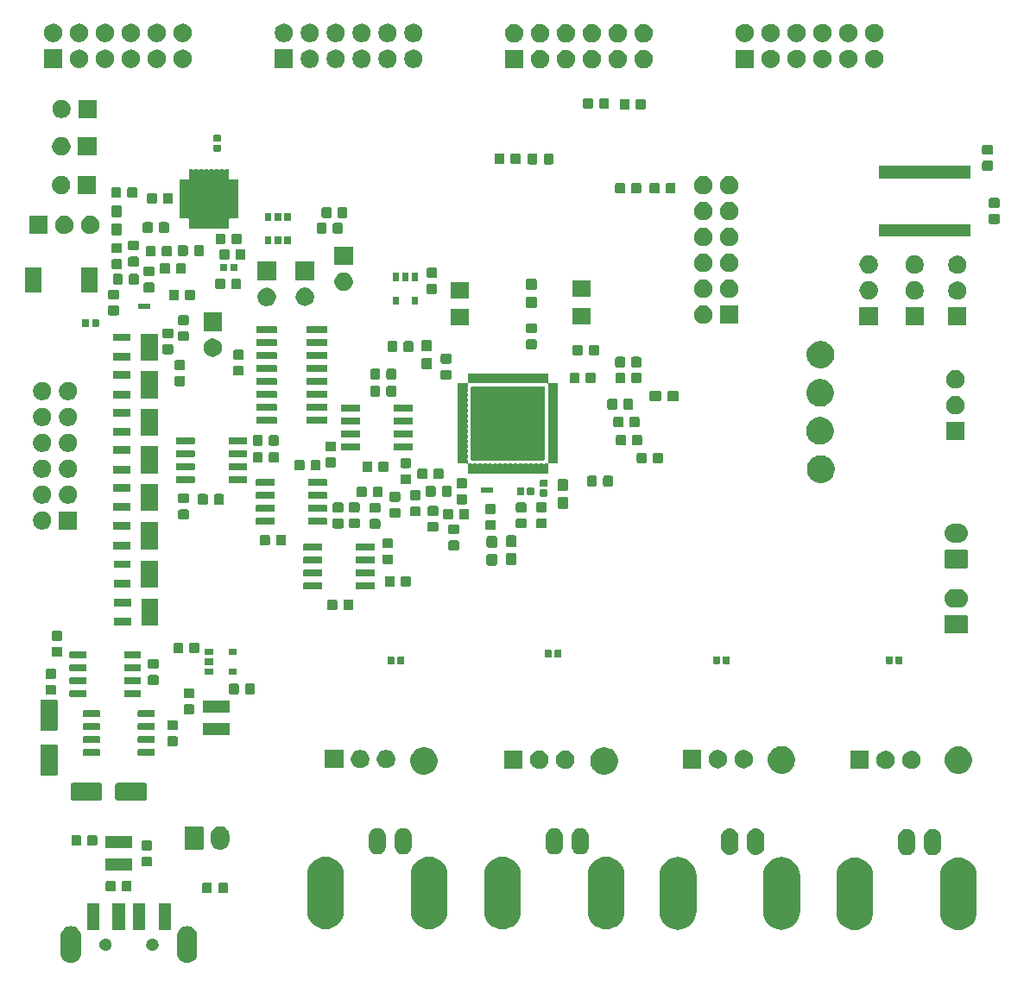
<source format=gbr>
G04 #@! TF.GenerationSoftware,KiCad,Pcbnew,5.1.5+dfsg1-2build2*
G04 #@! TF.CreationDate,2021-12-23T23:12:40-03:00*
G04 #@! TF.ProjectId,board_test,626f6172-645f-4746-9573-742e6b696361,rev?*
G04 #@! TF.SameCoordinates,Original*
G04 #@! TF.FileFunction,Soldermask,Top*
G04 #@! TF.FilePolarity,Negative*
%FSLAX46Y46*%
G04 Gerber Fmt 4.6, Leading zero omitted, Abs format (unit mm)*
G04 Created by KiCad (PCBNEW 5.1.5+dfsg1-2build2) date 2021-12-23 23:12:40*
%MOMM*%
%LPD*%
G04 APERTURE LIST*
%ADD10C,0.100000*%
G04 APERTURE END LIST*
D10*
G36*
X163026228Y-108783483D02*
G01*
X163214922Y-108840723D01*
X163388815Y-108933671D01*
X163541239Y-109058761D01*
X163666329Y-109211185D01*
X163759277Y-109385078D01*
X163816517Y-109573772D01*
X163831000Y-109720825D01*
X163831000Y-111419175D01*
X163816517Y-111566228D01*
X163759277Y-111754922D01*
X163666329Y-111928815D01*
X163541239Y-112081239D01*
X163388815Y-112206329D01*
X163214921Y-112299277D01*
X163026227Y-112356517D01*
X162830000Y-112375843D01*
X162633772Y-112356517D01*
X162445078Y-112299277D01*
X162271185Y-112206329D01*
X162118761Y-112081239D01*
X161993671Y-111928815D01*
X161900723Y-111754921D01*
X161843483Y-111566227D01*
X161829000Y-111419174D01*
X161829000Y-109720825D01*
X161843483Y-109573769D01*
X161900722Y-109385081D01*
X161993672Y-109211185D01*
X162118762Y-109058761D01*
X162271186Y-108933671D01*
X162445079Y-108840723D01*
X162633773Y-108783483D01*
X162830000Y-108764157D01*
X163026228Y-108783483D01*
G37*
G36*
X174426228Y-108783483D02*
G01*
X174614922Y-108840723D01*
X174788815Y-108933671D01*
X174941239Y-109058761D01*
X175066329Y-109211185D01*
X175159277Y-109385078D01*
X175216517Y-109573772D01*
X175231000Y-109720825D01*
X175231000Y-111419175D01*
X175216517Y-111566228D01*
X175159277Y-111754922D01*
X175066329Y-111928815D01*
X174941239Y-112081239D01*
X174788815Y-112206329D01*
X174614921Y-112299277D01*
X174426227Y-112356517D01*
X174230000Y-112375843D01*
X174033772Y-112356517D01*
X173845078Y-112299277D01*
X173671185Y-112206329D01*
X173518761Y-112081239D01*
X173393671Y-111928815D01*
X173300723Y-111754921D01*
X173243483Y-111566227D01*
X173229000Y-111419174D01*
X173229000Y-109720825D01*
X173243483Y-109573769D01*
X173300722Y-109385081D01*
X173393672Y-109211185D01*
X173518762Y-109058761D01*
X173671186Y-108933671D01*
X173845079Y-108840723D01*
X174033773Y-108783483D01*
X174230000Y-108764157D01*
X174426228Y-108783483D01*
G37*
G36*
X166366601Y-109984397D02*
G01*
X166405305Y-109992096D01*
X166437340Y-110005365D01*
X166514680Y-110037400D01*
X166613115Y-110103173D01*
X166696827Y-110186885D01*
X166762600Y-110285320D01*
X166807904Y-110394696D01*
X166831000Y-110510805D01*
X166831000Y-110629195D01*
X166807904Y-110745304D01*
X166762600Y-110854680D01*
X166696827Y-110953115D01*
X166613115Y-111036827D01*
X166514680Y-111102600D01*
X166437340Y-111134635D01*
X166405305Y-111147904D01*
X166366601Y-111155603D01*
X166289195Y-111171000D01*
X166170805Y-111171000D01*
X166093399Y-111155603D01*
X166054695Y-111147904D01*
X166022660Y-111134635D01*
X165945320Y-111102600D01*
X165846885Y-111036827D01*
X165763173Y-110953115D01*
X165697400Y-110854680D01*
X165652096Y-110745304D01*
X165629000Y-110629195D01*
X165629000Y-110510805D01*
X165652096Y-110394696D01*
X165697400Y-110285320D01*
X165763173Y-110186885D01*
X165846885Y-110103173D01*
X165945320Y-110037400D01*
X166022660Y-110005365D01*
X166054695Y-109992096D01*
X166093399Y-109984397D01*
X166170805Y-109969000D01*
X166289195Y-109969000D01*
X166366601Y-109984397D01*
G37*
G36*
X170966601Y-109984397D02*
G01*
X171005305Y-109992096D01*
X171037340Y-110005365D01*
X171114680Y-110037400D01*
X171213115Y-110103173D01*
X171296827Y-110186885D01*
X171362600Y-110285320D01*
X171407904Y-110394696D01*
X171431000Y-110510805D01*
X171431000Y-110629195D01*
X171407904Y-110745304D01*
X171362600Y-110854680D01*
X171296827Y-110953115D01*
X171213115Y-111036827D01*
X171114680Y-111102600D01*
X171037340Y-111134635D01*
X171005305Y-111147904D01*
X170966601Y-111155603D01*
X170889195Y-111171000D01*
X170770805Y-111171000D01*
X170693399Y-111155603D01*
X170654695Y-111147904D01*
X170622660Y-111134635D01*
X170545320Y-111102600D01*
X170446885Y-111036827D01*
X170363173Y-110953115D01*
X170297400Y-110854680D01*
X170252096Y-110745304D01*
X170229000Y-110629195D01*
X170229000Y-110510805D01*
X170252096Y-110394696D01*
X170297400Y-110285320D01*
X170363173Y-110186885D01*
X170446885Y-110103173D01*
X170545320Y-110037400D01*
X170622660Y-110005365D01*
X170654695Y-109992096D01*
X170693399Y-109984397D01*
X170770805Y-109969000D01*
X170889195Y-109969000D01*
X170966601Y-109984397D01*
G37*
G36*
X250233058Y-102065059D02*
G01*
X250572548Y-102168042D01*
X250572550Y-102168043D01*
X250885422Y-102335277D01*
X251159661Y-102560339D01*
X251384723Y-102834578D01*
X251551957Y-103147450D01*
X251551958Y-103147452D01*
X251654941Y-103486942D01*
X251681000Y-103751525D01*
X251681000Y-107428475D01*
X251654941Y-107693058D01*
X251564091Y-107992550D01*
X251551957Y-108032550D01*
X251384723Y-108345422D01*
X251159661Y-108619661D01*
X250885423Y-108844723D01*
X250572549Y-109011957D01*
X250572547Y-109011958D01*
X250233057Y-109114941D01*
X249880000Y-109149714D01*
X249526942Y-109114941D01*
X249187452Y-109011958D01*
X249187450Y-109011957D01*
X248874578Y-108844723D01*
X248600339Y-108619661D01*
X248375277Y-108345423D01*
X248208043Y-108032549D01*
X248195909Y-107992549D01*
X248105059Y-107693057D01*
X248079000Y-107428474D01*
X248079001Y-103751525D01*
X248105060Y-103486942D01*
X248208043Y-103147452D01*
X248208044Y-103147450D01*
X248375278Y-102834578D01*
X248600340Y-102560339D01*
X248874579Y-102335277D01*
X249187451Y-102168043D01*
X249187453Y-102168042D01*
X249526943Y-102065059D01*
X249880000Y-102030286D01*
X250233058Y-102065059D01*
G37*
G36*
X240073058Y-102065059D02*
G01*
X240412548Y-102168042D01*
X240412550Y-102168043D01*
X240725422Y-102335277D01*
X240999661Y-102560339D01*
X241224723Y-102834578D01*
X241391957Y-103147450D01*
X241391958Y-103147452D01*
X241494941Y-103486942D01*
X241521000Y-103751525D01*
X241521000Y-107428475D01*
X241494941Y-107693058D01*
X241404091Y-107992550D01*
X241391957Y-108032550D01*
X241224723Y-108345422D01*
X240999661Y-108619661D01*
X240725423Y-108844723D01*
X240412549Y-109011957D01*
X240412547Y-109011958D01*
X240073057Y-109114941D01*
X239720000Y-109149714D01*
X239366942Y-109114941D01*
X239027452Y-109011958D01*
X239027450Y-109011957D01*
X238714578Y-108844723D01*
X238440339Y-108619661D01*
X238215277Y-108345423D01*
X238048043Y-108032549D01*
X238035909Y-107992549D01*
X237945059Y-107693057D01*
X237919000Y-107428474D01*
X237919001Y-103751525D01*
X237945060Y-103486942D01*
X238048043Y-103147452D01*
X238048044Y-103147450D01*
X238215278Y-102834578D01*
X238440340Y-102560339D01*
X238714579Y-102335277D01*
X239027451Y-102168043D01*
X239027453Y-102168042D01*
X239366943Y-102065059D01*
X239720000Y-102030286D01*
X240073058Y-102065059D01*
G37*
G36*
X168131000Y-109121000D02*
G01*
X166929000Y-109121000D01*
X166929000Y-106519000D01*
X168131000Y-106519000D01*
X168131000Y-109121000D01*
G37*
G36*
X172631000Y-109121000D02*
G01*
X171429000Y-109121000D01*
X171429000Y-106519000D01*
X172631000Y-106519000D01*
X172631000Y-109121000D01*
G37*
G36*
X165631000Y-109121000D02*
G01*
X164429000Y-109121000D01*
X164429000Y-106519000D01*
X165631000Y-106519000D01*
X165631000Y-109121000D01*
G37*
G36*
X170131000Y-109121000D02*
G01*
X168929000Y-109121000D01*
X168929000Y-106519000D01*
X170131000Y-106519000D01*
X170131000Y-109121000D01*
G37*
G36*
X222723058Y-102025059D02*
G01*
X223062548Y-102128042D01*
X223062550Y-102128043D01*
X223375422Y-102295277D01*
X223649661Y-102520339D01*
X223874723Y-102794578D01*
X224041957Y-103107450D01*
X224041958Y-103107452D01*
X224144941Y-103446942D01*
X224148881Y-103486944D01*
X224171000Y-103711524D01*
X224171000Y-107388476D01*
X224167060Y-107428475D01*
X224144941Y-107653058D01*
X224054091Y-107952550D01*
X224041957Y-107992550D01*
X223874723Y-108305422D01*
X223649661Y-108579661D01*
X223375423Y-108804723D01*
X223134177Y-108933671D01*
X223062547Y-108971958D01*
X222723057Y-109074941D01*
X222370000Y-109109714D01*
X222016942Y-109074941D01*
X221677452Y-108971958D01*
X221605822Y-108933671D01*
X221364578Y-108804723D01*
X221090339Y-108579661D01*
X220865277Y-108305423D01*
X220698043Y-107992549D01*
X220685909Y-107952549D01*
X220595059Y-107653057D01*
X220569000Y-107388474D01*
X220569001Y-103711525D01*
X220573926Y-103661525D01*
X220591120Y-103486944D01*
X220595060Y-103446942D01*
X220698043Y-103107452D01*
X220698044Y-103107450D01*
X220865278Y-102794578D01*
X221090340Y-102520339D01*
X221364579Y-102295277D01*
X221677451Y-102128043D01*
X221677453Y-102128042D01*
X222016943Y-102025059D01*
X222370000Y-101990286D01*
X222723058Y-102025059D01*
G37*
G36*
X232883058Y-102025059D02*
G01*
X233222548Y-102128042D01*
X233222550Y-102128043D01*
X233535422Y-102295277D01*
X233809661Y-102520339D01*
X234034723Y-102794578D01*
X234201957Y-103107450D01*
X234201958Y-103107452D01*
X234304941Y-103446942D01*
X234308881Y-103486944D01*
X234331000Y-103711524D01*
X234331000Y-107388476D01*
X234327060Y-107428475D01*
X234304941Y-107653058D01*
X234214091Y-107952550D01*
X234201957Y-107992550D01*
X234034723Y-108305422D01*
X233809661Y-108579661D01*
X233535423Y-108804723D01*
X233294177Y-108933671D01*
X233222547Y-108971958D01*
X232883057Y-109074941D01*
X232530000Y-109109714D01*
X232176942Y-109074941D01*
X231837452Y-108971958D01*
X231765822Y-108933671D01*
X231524578Y-108804723D01*
X231250339Y-108579661D01*
X231025277Y-108305423D01*
X230858043Y-107992549D01*
X230845909Y-107952549D01*
X230755059Y-107653057D01*
X230729000Y-107388474D01*
X230729001Y-103711525D01*
X230733926Y-103661525D01*
X230751120Y-103486944D01*
X230755060Y-103446942D01*
X230858043Y-103107452D01*
X230858044Y-103107450D01*
X231025278Y-102794578D01*
X231250340Y-102520339D01*
X231524579Y-102295277D01*
X231837451Y-102128043D01*
X231837453Y-102128042D01*
X232176943Y-102025059D01*
X232530000Y-101990286D01*
X232883058Y-102025059D01*
G37*
G36*
X205513058Y-101985059D02*
G01*
X205852548Y-102088042D01*
X205852550Y-102088043D01*
X206165422Y-102255277D01*
X206439661Y-102480339D01*
X206664723Y-102754578D01*
X206751005Y-102916000D01*
X206831958Y-103067452D01*
X206934941Y-103406942D01*
X206938881Y-103446944D01*
X206961000Y-103671524D01*
X206961000Y-107348476D01*
X206957060Y-107388475D01*
X206934941Y-107613058D01*
X206831958Y-107952547D01*
X206831957Y-107952550D01*
X206664723Y-108265422D01*
X206439661Y-108539661D01*
X206165423Y-108764723D01*
X205871256Y-108921958D01*
X205852547Y-108931958D01*
X205513057Y-109034941D01*
X205160000Y-109069714D01*
X204806942Y-109034941D01*
X204467452Y-108931958D01*
X204448743Y-108921958D01*
X204154578Y-108764723D01*
X203880339Y-108539661D01*
X203655277Y-108265423D01*
X203488043Y-107952549D01*
X203488042Y-107952547D01*
X203385059Y-107613057D01*
X203359000Y-107348474D01*
X203359001Y-103671525D01*
X203385060Y-103406942D01*
X203488043Y-103067452D01*
X203568996Y-102916000D01*
X203655278Y-102754578D01*
X203880340Y-102480339D01*
X204154579Y-102255277D01*
X204467451Y-102088043D01*
X204467453Y-102088042D01*
X204806943Y-101985059D01*
X205160000Y-101950286D01*
X205513058Y-101985059D01*
G37*
G36*
X215673058Y-101985059D02*
G01*
X216012548Y-102088042D01*
X216012550Y-102088043D01*
X216325422Y-102255277D01*
X216599661Y-102480339D01*
X216824723Y-102754578D01*
X216911005Y-102916000D01*
X216991958Y-103067452D01*
X217094941Y-103406942D01*
X217098881Y-103446944D01*
X217121000Y-103671524D01*
X217121000Y-107348476D01*
X217117060Y-107388475D01*
X217094941Y-107613058D01*
X216991958Y-107952547D01*
X216991957Y-107952550D01*
X216824723Y-108265422D01*
X216599661Y-108539661D01*
X216325423Y-108764723D01*
X216031256Y-108921958D01*
X216012547Y-108931958D01*
X215673057Y-109034941D01*
X215320000Y-109069714D01*
X214966942Y-109034941D01*
X214627452Y-108931958D01*
X214608743Y-108921958D01*
X214314578Y-108764723D01*
X214040339Y-108539661D01*
X213815277Y-108265423D01*
X213648043Y-107952549D01*
X213648042Y-107952547D01*
X213545059Y-107613057D01*
X213519000Y-107348474D01*
X213519001Y-103671525D01*
X213545060Y-103406942D01*
X213648043Y-103067452D01*
X213728996Y-102916000D01*
X213815278Y-102754578D01*
X214040340Y-102480339D01*
X214314579Y-102255277D01*
X214627451Y-102088043D01*
X214627453Y-102088042D01*
X214966943Y-101985059D01*
X215320000Y-101950286D01*
X215673058Y-101985059D01*
G37*
G36*
X188163058Y-101975059D02*
G01*
X188502548Y-102078042D01*
X188502550Y-102078043D01*
X188815422Y-102245277D01*
X189089661Y-102470339D01*
X189314723Y-102744578D01*
X189406350Y-102916000D01*
X189481958Y-103057452D01*
X189584941Y-103396942D01*
X189589866Y-103446944D01*
X189611000Y-103661524D01*
X189611000Y-107338476D01*
X189606075Y-107388476D01*
X189584941Y-107603058D01*
X189481958Y-107942547D01*
X189481957Y-107942550D01*
X189314723Y-108255422D01*
X189089661Y-108529661D01*
X188815423Y-108754723D01*
X188502549Y-108921957D01*
X188502547Y-108921958D01*
X188163057Y-109024941D01*
X187810000Y-109059714D01*
X187456942Y-109024941D01*
X187117452Y-108921958D01*
X186972954Y-108844722D01*
X186804578Y-108754723D01*
X186530339Y-108529661D01*
X186305277Y-108255423D01*
X186138043Y-107942549D01*
X186138042Y-107942547D01*
X186035059Y-107603057D01*
X186013925Y-107388475D01*
X186009000Y-107338475D01*
X186009001Y-103661524D01*
X186030135Y-103446944D01*
X186035060Y-103396942D01*
X186138043Y-103057452D01*
X186213651Y-102916000D01*
X186305278Y-102744578D01*
X186530340Y-102470339D01*
X186804579Y-102245277D01*
X187117451Y-102078043D01*
X187117453Y-102078042D01*
X187456943Y-101975059D01*
X187810000Y-101940286D01*
X188163058Y-101975059D01*
G37*
G36*
X198323058Y-101975059D02*
G01*
X198662548Y-102078042D01*
X198662550Y-102078043D01*
X198975422Y-102245277D01*
X199249661Y-102470339D01*
X199474723Y-102744578D01*
X199566350Y-102916000D01*
X199641958Y-103057452D01*
X199744941Y-103396942D01*
X199749866Y-103446944D01*
X199771000Y-103661524D01*
X199771000Y-107338476D01*
X199766075Y-107388476D01*
X199744941Y-107603058D01*
X199641958Y-107942547D01*
X199641957Y-107942550D01*
X199474723Y-108255422D01*
X199249661Y-108529661D01*
X198975423Y-108754723D01*
X198662549Y-108921957D01*
X198662547Y-108921958D01*
X198323057Y-109024941D01*
X197970000Y-109059714D01*
X197616942Y-109024941D01*
X197277452Y-108921958D01*
X197132954Y-108844722D01*
X196964578Y-108754723D01*
X196690339Y-108529661D01*
X196465277Y-108255423D01*
X196298043Y-107942549D01*
X196298042Y-107942547D01*
X196195059Y-107603057D01*
X196173925Y-107388475D01*
X196169000Y-107338475D01*
X196169001Y-103661524D01*
X196190135Y-103446944D01*
X196195060Y-103396942D01*
X196298043Y-103057452D01*
X196373651Y-102916000D01*
X196465278Y-102744578D01*
X196690340Y-102470339D01*
X196964579Y-102245277D01*
X197277451Y-102078043D01*
X197277453Y-102078042D01*
X197616943Y-101975059D01*
X197970000Y-101940286D01*
X198323058Y-101975059D01*
G37*
G36*
X178099591Y-104498085D02*
G01*
X178133569Y-104508393D01*
X178164890Y-104525134D01*
X178192339Y-104547661D01*
X178214866Y-104575110D01*
X178231607Y-104606431D01*
X178241915Y-104640409D01*
X178246000Y-104681890D01*
X178246000Y-105358110D01*
X178241915Y-105399591D01*
X178231607Y-105433569D01*
X178214866Y-105464890D01*
X178192339Y-105492339D01*
X178164890Y-105514866D01*
X178133569Y-105531607D01*
X178099591Y-105541915D01*
X178058110Y-105546000D01*
X177456890Y-105546000D01*
X177415409Y-105541915D01*
X177381431Y-105531607D01*
X177350110Y-105514866D01*
X177322661Y-105492339D01*
X177300134Y-105464890D01*
X177283393Y-105433569D01*
X177273085Y-105399591D01*
X177269000Y-105358110D01*
X177269000Y-104681890D01*
X177273085Y-104640409D01*
X177283393Y-104606431D01*
X177300134Y-104575110D01*
X177322661Y-104547661D01*
X177350110Y-104525134D01*
X177381431Y-104508393D01*
X177415409Y-104498085D01*
X177456890Y-104494000D01*
X178058110Y-104494000D01*
X178099591Y-104498085D01*
G37*
G36*
X176524591Y-104498085D02*
G01*
X176558569Y-104508393D01*
X176589890Y-104525134D01*
X176617339Y-104547661D01*
X176639866Y-104575110D01*
X176656607Y-104606431D01*
X176666915Y-104640409D01*
X176671000Y-104681890D01*
X176671000Y-105358110D01*
X176666915Y-105399591D01*
X176656607Y-105433569D01*
X176639866Y-105464890D01*
X176617339Y-105492339D01*
X176589890Y-105514866D01*
X176558569Y-105531607D01*
X176524591Y-105541915D01*
X176483110Y-105546000D01*
X175881890Y-105546000D01*
X175840409Y-105541915D01*
X175806431Y-105531607D01*
X175775110Y-105514866D01*
X175747661Y-105492339D01*
X175725134Y-105464890D01*
X175708393Y-105433569D01*
X175698085Y-105399591D01*
X175694000Y-105358110D01*
X175694000Y-104681890D01*
X175698085Y-104640409D01*
X175708393Y-104606431D01*
X175725134Y-104575110D01*
X175747661Y-104547661D01*
X175775110Y-104525134D01*
X175806431Y-104508393D01*
X175840409Y-104498085D01*
X175881890Y-104494000D01*
X176483110Y-104494000D01*
X176524591Y-104498085D01*
G37*
G36*
X168649591Y-104328085D02*
G01*
X168683569Y-104338393D01*
X168714890Y-104355134D01*
X168742339Y-104377661D01*
X168764866Y-104405110D01*
X168781607Y-104436431D01*
X168791915Y-104470409D01*
X168796000Y-104511890D01*
X168796000Y-105188110D01*
X168791915Y-105229591D01*
X168781607Y-105263569D01*
X168764866Y-105294890D01*
X168742339Y-105322339D01*
X168714890Y-105344866D01*
X168683569Y-105361607D01*
X168649591Y-105371915D01*
X168608110Y-105376000D01*
X168006890Y-105376000D01*
X167965409Y-105371915D01*
X167931431Y-105361607D01*
X167900110Y-105344866D01*
X167872661Y-105322339D01*
X167850134Y-105294890D01*
X167833393Y-105263569D01*
X167823085Y-105229591D01*
X167819000Y-105188110D01*
X167819000Y-104511890D01*
X167823085Y-104470409D01*
X167833393Y-104436431D01*
X167850134Y-104405110D01*
X167872661Y-104377661D01*
X167900110Y-104355134D01*
X167931431Y-104338393D01*
X167965409Y-104328085D01*
X168006890Y-104324000D01*
X168608110Y-104324000D01*
X168649591Y-104328085D01*
G37*
G36*
X167074591Y-104328085D02*
G01*
X167108569Y-104338393D01*
X167139890Y-104355134D01*
X167167339Y-104377661D01*
X167189866Y-104405110D01*
X167206607Y-104436431D01*
X167216915Y-104470409D01*
X167221000Y-104511890D01*
X167221000Y-105188110D01*
X167216915Y-105229591D01*
X167206607Y-105263569D01*
X167189866Y-105294890D01*
X167167339Y-105322339D01*
X167139890Y-105344866D01*
X167108569Y-105361607D01*
X167074591Y-105371915D01*
X167033110Y-105376000D01*
X166431890Y-105376000D01*
X166390409Y-105371915D01*
X166356431Y-105361607D01*
X166325110Y-105344866D01*
X166297661Y-105322339D01*
X166275134Y-105294890D01*
X166258393Y-105263569D01*
X166248085Y-105229591D01*
X166244000Y-105188110D01*
X166244000Y-104511890D01*
X166248085Y-104470409D01*
X166258393Y-104436431D01*
X166275134Y-104405110D01*
X166297661Y-104377661D01*
X166325110Y-104355134D01*
X166356431Y-104338393D01*
X166390409Y-104328085D01*
X166431890Y-104324000D01*
X167033110Y-104324000D01*
X167074591Y-104328085D01*
G37*
G36*
X168846000Y-103321000D02*
G01*
X166194000Y-103321000D01*
X166194000Y-102159000D01*
X168846000Y-102159000D01*
X168846000Y-103321000D01*
G37*
G36*
X170659591Y-101943085D02*
G01*
X170693569Y-101953393D01*
X170724890Y-101970134D01*
X170752339Y-101992661D01*
X170774866Y-102020110D01*
X170791607Y-102051431D01*
X170801915Y-102085409D01*
X170806000Y-102126890D01*
X170806000Y-102728110D01*
X170801915Y-102769591D01*
X170791607Y-102803569D01*
X170774866Y-102834890D01*
X170752339Y-102862339D01*
X170724890Y-102884866D01*
X170693569Y-102901607D01*
X170659591Y-102911915D01*
X170618110Y-102916000D01*
X169941890Y-102916000D01*
X169900409Y-102911915D01*
X169866431Y-102901607D01*
X169835110Y-102884866D01*
X169807661Y-102862339D01*
X169785134Y-102834890D01*
X169768393Y-102803569D01*
X169758085Y-102769591D01*
X169754000Y-102728110D01*
X169754000Y-102126890D01*
X169758085Y-102085409D01*
X169768393Y-102051431D01*
X169785134Y-102020110D01*
X169807661Y-101992661D01*
X169835110Y-101970134D01*
X169866431Y-101953393D01*
X169900409Y-101943085D01*
X169941890Y-101939000D01*
X170618110Y-101939000D01*
X170659591Y-101943085D01*
G37*
G36*
X247506823Y-99221313D02*
G01*
X247631043Y-99258995D01*
X247664012Y-99268996D01*
X247667242Y-99269976D01*
X247740241Y-99308995D01*
X247815078Y-99348996D01*
X247944659Y-99455341D01*
X248051004Y-99584922D01*
X248051005Y-99584924D01*
X248130024Y-99732758D01*
X248178687Y-99893177D01*
X248191000Y-100018197D01*
X248191000Y-101001804D01*
X248178687Y-101126823D01*
X248157326Y-101197239D01*
X248137985Y-101261000D01*
X248130024Y-101287242D01*
X248099110Y-101345078D01*
X248051004Y-101435078D01*
X247977486Y-101524659D01*
X247944659Y-101564659D01*
X247815077Y-101671005D01*
X247667241Y-101750024D01*
X247506822Y-101798687D01*
X247340000Y-101815117D01*
X247173177Y-101798687D01*
X247012758Y-101750024D01*
X246864924Y-101671005D01*
X246864922Y-101671004D01*
X246735341Y-101564659D01*
X246702514Y-101524659D01*
X246628995Y-101435077D01*
X246549976Y-101287241D01*
X246501313Y-101126822D01*
X246489000Y-101001803D01*
X246489000Y-100018197D01*
X246501314Y-99893177D01*
X246549977Y-99732758D01*
X246628996Y-99584924D01*
X246628997Y-99584922D01*
X246735342Y-99455341D01*
X246864923Y-99348996D01*
X246939760Y-99308995D01*
X247012759Y-99269976D01*
X247015990Y-99268996D01*
X247048958Y-99258995D01*
X247173178Y-99221313D01*
X247340000Y-99204883D01*
X247506823Y-99221313D01*
G37*
G36*
X244966823Y-99221313D02*
G01*
X245091043Y-99258995D01*
X245124012Y-99268996D01*
X245127242Y-99269976D01*
X245200241Y-99308995D01*
X245275078Y-99348996D01*
X245404659Y-99455341D01*
X245511004Y-99584922D01*
X245511005Y-99584924D01*
X245590024Y-99732758D01*
X245638687Y-99893177D01*
X245651000Y-100018197D01*
X245651000Y-101001804D01*
X245638687Y-101126823D01*
X245617326Y-101197239D01*
X245597985Y-101261000D01*
X245590024Y-101287242D01*
X245559110Y-101345078D01*
X245511004Y-101435078D01*
X245437486Y-101524659D01*
X245404659Y-101564659D01*
X245275077Y-101671005D01*
X245127241Y-101750024D01*
X244966822Y-101798687D01*
X244800000Y-101815117D01*
X244633177Y-101798687D01*
X244472758Y-101750024D01*
X244324924Y-101671005D01*
X244324922Y-101671004D01*
X244195341Y-101564659D01*
X244162514Y-101524659D01*
X244088995Y-101435077D01*
X244009976Y-101287241D01*
X243961313Y-101126822D01*
X243949000Y-101001803D01*
X243949000Y-100018197D01*
X243961314Y-99893177D01*
X244009977Y-99732758D01*
X244088996Y-99584924D01*
X244088997Y-99584922D01*
X244195342Y-99455341D01*
X244324923Y-99348996D01*
X244399760Y-99308995D01*
X244472759Y-99269976D01*
X244475990Y-99268996D01*
X244508958Y-99258995D01*
X244633178Y-99221313D01*
X244800000Y-99204883D01*
X244966823Y-99221313D01*
G37*
G36*
X227616823Y-99181313D02*
G01*
X227777242Y-99229976D01*
X227909906Y-99300886D01*
X227925078Y-99308996D01*
X228054659Y-99415341D01*
X228161004Y-99544922D01*
X228161005Y-99544924D01*
X228240024Y-99692758D01*
X228288687Y-99853177D01*
X228301000Y-99978197D01*
X228301000Y-100961804D01*
X228288687Y-101086823D01*
X228240024Y-101247242D01*
X228182385Y-101355076D01*
X228161004Y-101395078D01*
X228095693Y-101474659D01*
X228054659Y-101524659D01*
X227925077Y-101631005D01*
X227777241Y-101710024D01*
X227616822Y-101758687D01*
X227450000Y-101775117D01*
X227283177Y-101758687D01*
X227122758Y-101710024D01*
X226974924Y-101631005D01*
X226974922Y-101631004D01*
X226845341Y-101524659D01*
X226804307Y-101474659D01*
X226738995Y-101395077D01*
X226659976Y-101247241D01*
X226658039Y-101240854D01*
X226644132Y-101195010D01*
X226611313Y-101086822D01*
X226599000Y-100961803D01*
X226599000Y-99978197D01*
X226611314Y-99853177D01*
X226659977Y-99692758D01*
X226738996Y-99544924D01*
X226738997Y-99544922D01*
X226845342Y-99415341D01*
X226974923Y-99308996D01*
X226990095Y-99300886D01*
X227122759Y-99229976D01*
X227283178Y-99181313D01*
X227450000Y-99164883D01*
X227616823Y-99181313D01*
G37*
G36*
X230156823Y-99181313D02*
G01*
X230317242Y-99229976D01*
X230449906Y-99300886D01*
X230465078Y-99308996D01*
X230594659Y-99415341D01*
X230701004Y-99544922D01*
X230701005Y-99544924D01*
X230780024Y-99692758D01*
X230828687Y-99853177D01*
X230841000Y-99978197D01*
X230841000Y-100961804D01*
X230828687Y-101086823D01*
X230780024Y-101247242D01*
X230722385Y-101355076D01*
X230701004Y-101395078D01*
X230635693Y-101474659D01*
X230594659Y-101524659D01*
X230465077Y-101631005D01*
X230317241Y-101710024D01*
X230156822Y-101758687D01*
X229990000Y-101775117D01*
X229823177Y-101758687D01*
X229662758Y-101710024D01*
X229514924Y-101631005D01*
X229514922Y-101631004D01*
X229385341Y-101524659D01*
X229344307Y-101474659D01*
X229278995Y-101395077D01*
X229199976Y-101247241D01*
X229198039Y-101240854D01*
X229184132Y-101195010D01*
X229151313Y-101086822D01*
X229139000Y-100961803D01*
X229139000Y-99978197D01*
X229151314Y-99853177D01*
X229199977Y-99692758D01*
X229278996Y-99544924D01*
X229278997Y-99544922D01*
X229385342Y-99415341D01*
X229514923Y-99308996D01*
X229530095Y-99300886D01*
X229662759Y-99229976D01*
X229823178Y-99181313D01*
X229990000Y-99164883D01*
X230156823Y-99181313D01*
G37*
G36*
X212946823Y-99141313D02*
G01*
X213107242Y-99189976D01*
X213236367Y-99258995D01*
X213255078Y-99268996D01*
X213384659Y-99375341D01*
X213491004Y-99504922D01*
X213491005Y-99504924D01*
X213570024Y-99652758D01*
X213618687Y-99813177D01*
X213631000Y-99938197D01*
X213631000Y-100921804D01*
X213618687Y-101046823D01*
X213603276Y-101097625D01*
X213573058Y-101197242D01*
X213570024Y-101207242D01*
X213527263Y-101287242D01*
X213491004Y-101355078D01*
X213425351Y-101435076D01*
X213384659Y-101484659D01*
X213255077Y-101591005D01*
X213107241Y-101670024D01*
X213107238Y-101670025D01*
X213104007Y-101671005D01*
X212946822Y-101718687D01*
X212780000Y-101735117D01*
X212613177Y-101718687D01*
X212455992Y-101671005D01*
X212452761Y-101670025D01*
X212452758Y-101670024D01*
X212304924Y-101591005D01*
X212304922Y-101591004D01*
X212175341Y-101484659D01*
X212134649Y-101435076D01*
X212068995Y-101355077D01*
X211989976Y-101207241D01*
X211986943Y-101197241D01*
X211963815Y-101121000D01*
X211941313Y-101046822D01*
X211929000Y-100921803D01*
X211929000Y-99938197D01*
X211941314Y-99813177D01*
X211989977Y-99652758D01*
X212068996Y-99504924D01*
X212068997Y-99504922D01*
X212175342Y-99375341D01*
X212304923Y-99268996D01*
X212323634Y-99258995D01*
X212452759Y-99189976D01*
X212613178Y-99141313D01*
X212780000Y-99124883D01*
X212946823Y-99141313D01*
G37*
G36*
X210406823Y-99141313D02*
G01*
X210567242Y-99189976D01*
X210696367Y-99258995D01*
X210715078Y-99268996D01*
X210844659Y-99375341D01*
X210951004Y-99504922D01*
X210951005Y-99504924D01*
X211030024Y-99652758D01*
X211078687Y-99813177D01*
X211091000Y-99938197D01*
X211091000Y-100921804D01*
X211078687Y-101046823D01*
X211063276Y-101097625D01*
X211033058Y-101197242D01*
X211030024Y-101207242D01*
X210987263Y-101287242D01*
X210951004Y-101355078D01*
X210885351Y-101435076D01*
X210844659Y-101484659D01*
X210715077Y-101591005D01*
X210567241Y-101670024D01*
X210567238Y-101670025D01*
X210564007Y-101671005D01*
X210406822Y-101718687D01*
X210240000Y-101735117D01*
X210073177Y-101718687D01*
X209915992Y-101671005D01*
X209912761Y-101670025D01*
X209912758Y-101670024D01*
X209764924Y-101591005D01*
X209764922Y-101591004D01*
X209635341Y-101484659D01*
X209594649Y-101435076D01*
X209528995Y-101355077D01*
X209449976Y-101207241D01*
X209446943Y-101197241D01*
X209423815Y-101121000D01*
X209401313Y-101046822D01*
X209389000Y-100921803D01*
X209389000Y-99938197D01*
X209401314Y-99813177D01*
X209449977Y-99652758D01*
X209528996Y-99504924D01*
X209528997Y-99504922D01*
X209635342Y-99375341D01*
X209764923Y-99268996D01*
X209783634Y-99258995D01*
X209912759Y-99189976D01*
X210073178Y-99141313D01*
X210240000Y-99124883D01*
X210406823Y-99141313D01*
G37*
G36*
X193056823Y-99131313D02*
G01*
X193217242Y-99179976D01*
X193310783Y-99229975D01*
X193365078Y-99258996D01*
X193494659Y-99365341D01*
X193601004Y-99494922D01*
X193601005Y-99494924D01*
X193680024Y-99642758D01*
X193680025Y-99642761D01*
X193683058Y-99652761D01*
X193728687Y-99803177D01*
X193741000Y-99928197D01*
X193741000Y-100911804D01*
X193728687Y-101036823D01*
X193680024Y-101197242D01*
X193631918Y-101287241D01*
X193601004Y-101345078D01*
X193527144Y-101435076D01*
X193494659Y-101474659D01*
X193365077Y-101581005D01*
X193217241Y-101660024D01*
X193056822Y-101708687D01*
X192890000Y-101725117D01*
X192723177Y-101708687D01*
X192562758Y-101660024D01*
X192414924Y-101581005D01*
X192414922Y-101581004D01*
X192285341Y-101474659D01*
X192178995Y-101345077D01*
X192099976Y-101197241D01*
X192051313Y-101036822D01*
X192039000Y-100911803D01*
X192039000Y-99928197D01*
X192051314Y-99803177D01*
X192096943Y-99652761D01*
X192099976Y-99642761D01*
X192099977Y-99642758D01*
X192178996Y-99494924D01*
X192178997Y-99494922D01*
X192285342Y-99365341D01*
X192414923Y-99258996D01*
X192469218Y-99229975D01*
X192562759Y-99179976D01*
X192723178Y-99131313D01*
X192890000Y-99114883D01*
X193056823Y-99131313D01*
G37*
G36*
X195596823Y-99131313D02*
G01*
X195757242Y-99179976D01*
X195850783Y-99229975D01*
X195905078Y-99258996D01*
X196034659Y-99365341D01*
X196141004Y-99494922D01*
X196141005Y-99494924D01*
X196220024Y-99642758D01*
X196220025Y-99642761D01*
X196223058Y-99652761D01*
X196268687Y-99803177D01*
X196281000Y-99928197D01*
X196281000Y-100911804D01*
X196268687Y-101036823D01*
X196220024Y-101197242D01*
X196171918Y-101287241D01*
X196141004Y-101345078D01*
X196067144Y-101435076D01*
X196034659Y-101474659D01*
X195905077Y-101581005D01*
X195757241Y-101660024D01*
X195596822Y-101708687D01*
X195430000Y-101725117D01*
X195263177Y-101708687D01*
X195102758Y-101660024D01*
X194954924Y-101581005D01*
X194954922Y-101581004D01*
X194825341Y-101474659D01*
X194718995Y-101345077D01*
X194639976Y-101197241D01*
X194591313Y-101036822D01*
X194579000Y-100911803D01*
X194579000Y-99928197D01*
X194591314Y-99803177D01*
X194636943Y-99652761D01*
X194639976Y-99642761D01*
X194639977Y-99642758D01*
X194718996Y-99494924D01*
X194718997Y-99494922D01*
X194825342Y-99365341D01*
X194954923Y-99258996D01*
X195009218Y-99229975D01*
X195102759Y-99179976D01*
X195263178Y-99131313D01*
X195430000Y-99114883D01*
X195596823Y-99131313D01*
G37*
G36*
X170659591Y-100368085D02*
G01*
X170693569Y-100378393D01*
X170724890Y-100395134D01*
X170752339Y-100417661D01*
X170774866Y-100445110D01*
X170791607Y-100476431D01*
X170801915Y-100510409D01*
X170806000Y-100551890D01*
X170806000Y-101153110D01*
X170801915Y-101194591D01*
X170791607Y-101228569D01*
X170774866Y-101259890D01*
X170752339Y-101287339D01*
X170724890Y-101309866D01*
X170693569Y-101326607D01*
X170659591Y-101336915D01*
X170618110Y-101341000D01*
X169941890Y-101341000D01*
X169900409Y-101336915D01*
X169866431Y-101326607D01*
X169835110Y-101309866D01*
X169807661Y-101287339D01*
X169785134Y-101259890D01*
X169768393Y-101228569D01*
X169758085Y-101194591D01*
X169754000Y-101153110D01*
X169754000Y-100551890D01*
X169758085Y-100510409D01*
X169768393Y-100476431D01*
X169785134Y-100445110D01*
X169807661Y-100417661D01*
X169835110Y-100395134D01*
X169866431Y-100378393D01*
X169900409Y-100368085D01*
X169941890Y-100364000D01*
X170618110Y-100364000D01*
X170659591Y-100368085D01*
G37*
G36*
X177630547Y-98972326D02*
G01*
X177804156Y-99024990D01*
X177804158Y-99024991D01*
X177964155Y-99110511D01*
X178104397Y-99225603D01*
X178172834Y-99308995D01*
X178219489Y-99365844D01*
X178305010Y-99525843D01*
X178357674Y-99699452D01*
X178371000Y-99834756D01*
X178371000Y-100385243D01*
X178357674Y-100520548D01*
X178305010Y-100694157D01*
X178219489Y-100854156D01*
X178205413Y-100871307D01*
X178104397Y-100994397D01*
X178007729Y-101073729D01*
X177964156Y-101109489D01*
X177827315Y-101182632D01*
X177813119Y-101190220D01*
X177804157Y-101195010D01*
X177630548Y-101247674D01*
X177450000Y-101265456D01*
X177269453Y-101247674D01*
X177095844Y-101195010D01*
X177086883Y-101190220D01*
X177072686Y-101182632D01*
X176935845Y-101109489D01*
X176892272Y-101073729D01*
X176795604Y-100994397D01*
X176680513Y-100854157D01*
X176680512Y-100854155D01*
X176594990Y-100694157D01*
X176542326Y-100520548D01*
X176529000Y-100385244D01*
X176529000Y-99834757D01*
X176542326Y-99699453D01*
X176594990Y-99525844D01*
X176632675Y-99455341D01*
X176680511Y-99365845D01*
X176795603Y-99225603D01*
X176921388Y-99122375D01*
X176935844Y-99110511D01*
X177095843Y-99024990D01*
X177269452Y-98972326D01*
X177450000Y-98954544D01*
X177630547Y-98972326D01*
G37*
G36*
X175689561Y-98962966D02*
G01*
X175722383Y-98972923D01*
X175752632Y-98989092D01*
X175779148Y-99010852D01*
X175800908Y-99037368D01*
X175817077Y-99067617D01*
X175827034Y-99100439D01*
X175831000Y-99140713D01*
X175831000Y-101079287D01*
X175827034Y-101119561D01*
X175817077Y-101152383D01*
X175800908Y-101182632D01*
X175779148Y-101209148D01*
X175752632Y-101230908D01*
X175722383Y-101247077D01*
X175689561Y-101257034D01*
X175649287Y-101261000D01*
X174170713Y-101261000D01*
X174130439Y-101257034D01*
X174097617Y-101247077D01*
X174067368Y-101230908D01*
X174040852Y-101209148D01*
X174019092Y-101182632D01*
X174002923Y-101152383D01*
X173992966Y-101119561D01*
X173989000Y-101079287D01*
X173989000Y-99140713D01*
X173992966Y-99100439D01*
X174002923Y-99067617D01*
X174019092Y-99037368D01*
X174040852Y-99010852D01*
X174067368Y-98989092D01*
X174097617Y-98972923D01*
X174130439Y-98962966D01*
X174170713Y-98959000D01*
X175649287Y-98959000D01*
X175689561Y-98962966D01*
G37*
G36*
X168846000Y-101121000D02*
G01*
X166194000Y-101121000D01*
X166194000Y-99959000D01*
X168846000Y-99959000D01*
X168846000Y-101121000D01*
G37*
G36*
X165277091Y-99828085D02*
G01*
X165311069Y-99838393D01*
X165342390Y-99855134D01*
X165369839Y-99877661D01*
X165392366Y-99905110D01*
X165409107Y-99936431D01*
X165419415Y-99970409D01*
X165423500Y-100011890D01*
X165423500Y-100688110D01*
X165419415Y-100729591D01*
X165409107Y-100763569D01*
X165392366Y-100794890D01*
X165369839Y-100822339D01*
X165342390Y-100844866D01*
X165311069Y-100861607D01*
X165277091Y-100871915D01*
X165235610Y-100876000D01*
X164634390Y-100876000D01*
X164592909Y-100871915D01*
X164558931Y-100861607D01*
X164527610Y-100844866D01*
X164500161Y-100822339D01*
X164477634Y-100794890D01*
X164460893Y-100763569D01*
X164450585Y-100729591D01*
X164446500Y-100688110D01*
X164446500Y-100011890D01*
X164450585Y-99970409D01*
X164460893Y-99936431D01*
X164477634Y-99905110D01*
X164500161Y-99877661D01*
X164527610Y-99855134D01*
X164558931Y-99838393D01*
X164592909Y-99828085D01*
X164634390Y-99824000D01*
X165235610Y-99824000D01*
X165277091Y-99828085D01*
G37*
G36*
X163702091Y-99828085D02*
G01*
X163736069Y-99838393D01*
X163767390Y-99855134D01*
X163794839Y-99877661D01*
X163817366Y-99905110D01*
X163834107Y-99936431D01*
X163844415Y-99970409D01*
X163848500Y-100011890D01*
X163848500Y-100688110D01*
X163844415Y-100729591D01*
X163834107Y-100763569D01*
X163817366Y-100794890D01*
X163794839Y-100822339D01*
X163767390Y-100844866D01*
X163736069Y-100861607D01*
X163702091Y-100871915D01*
X163660610Y-100876000D01*
X163059390Y-100876000D01*
X163017909Y-100871915D01*
X162983931Y-100861607D01*
X162952610Y-100844866D01*
X162925161Y-100822339D01*
X162902634Y-100794890D01*
X162885893Y-100763569D01*
X162875585Y-100729591D01*
X162871500Y-100688110D01*
X162871500Y-100011890D01*
X162875585Y-99970409D01*
X162885893Y-99936431D01*
X162902634Y-99905110D01*
X162925161Y-99877661D01*
X162952610Y-99855134D01*
X162983931Y-99838393D01*
X163017909Y-99828085D01*
X163059390Y-99824000D01*
X163660610Y-99824000D01*
X163702091Y-99828085D01*
G37*
G36*
X170145997Y-94713051D02*
G01*
X170179652Y-94723261D01*
X170210665Y-94739838D01*
X170237851Y-94762149D01*
X170260162Y-94789335D01*
X170276739Y-94820348D01*
X170286949Y-94854003D01*
X170291000Y-94895138D01*
X170291000Y-96224862D01*
X170286949Y-96265997D01*
X170276739Y-96299652D01*
X170260162Y-96330665D01*
X170237851Y-96357851D01*
X170210665Y-96380162D01*
X170179652Y-96396739D01*
X170145997Y-96406949D01*
X170104862Y-96411000D01*
X167375138Y-96411000D01*
X167334003Y-96406949D01*
X167300348Y-96396739D01*
X167269335Y-96380162D01*
X167242149Y-96357851D01*
X167219838Y-96330665D01*
X167203261Y-96299652D01*
X167193051Y-96265997D01*
X167189000Y-96224862D01*
X167189000Y-94895138D01*
X167193051Y-94854003D01*
X167203261Y-94820348D01*
X167219838Y-94789335D01*
X167242149Y-94762149D01*
X167269335Y-94739838D01*
X167300348Y-94723261D01*
X167334003Y-94713051D01*
X167375138Y-94709000D01*
X170104862Y-94709000D01*
X170145997Y-94713051D01*
G37*
G36*
X165745997Y-94713051D02*
G01*
X165779652Y-94723261D01*
X165810665Y-94739838D01*
X165837851Y-94762149D01*
X165860162Y-94789335D01*
X165876739Y-94820348D01*
X165886949Y-94854003D01*
X165891000Y-94895138D01*
X165891000Y-96224862D01*
X165886949Y-96265997D01*
X165876739Y-96299652D01*
X165860162Y-96330665D01*
X165837851Y-96357851D01*
X165810665Y-96380162D01*
X165779652Y-96396739D01*
X165745997Y-96406949D01*
X165704862Y-96411000D01*
X162975138Y-96411000D01*
X162934003Y-96406949D01*
X162900348Y-96396739D01*
X162869335Y-96380162D01*
X162842149Y-96357851D01*
X162819838Y-96330665D01*
X162803261Y-96299652D01*
X162793051Y-96265997D01*
X162789000Y-96224862D01*
X162789000Y-94895138D01*
X162793051Y-94854003D01*
X162803261Y-94820348D01*
X162819838Y-94789335D01*
X162842149Y-94762149D01*
X162869335Y-94739838D01*
X162900348Y-94723261D01*
X162934003Y-94713051D01*
X162975138Y-94709000D01*
X165704862Y-94709000D01*
X165745997Y-94713051D01*
G37*
G36*
X161385997Y-90923051D02*
G01*
X161419652Y-90933261D01*
X161450665Y-90949838D01*
X161477851Y-90972149D01*
X161500162Y-90999335D01*
X161516739Y-91030348D01*
X161526949Y-91064003D01*
X161531000Y-91105138D01*
X161531000Y-93834862D01*
X161526949Y-93875997D01*
X161516739Y-93909652D01*
X161500162Y-93940665D01*
X161477851Y-93967851D01*
X161450665Y-93990162D01*
X161419652Y-94006739D01*
X161385997Y-94016949D01*
X161344862Y-94021000D01*
X160015138Y-94021000D01*
X159974003Y-94016949D01*
X159940348Y-94006739D01*
X159909335Y-93990162D01*
X159882149Y-93967851D01*
X159859838Y-93940665D01*
X159843261Y-93909652D01*
X159833051Y-93875997D01*
X159829000Y-93834862D01*
X159829000Y-91105138D01*
X159833051Y-91064003D01*
X159843261Y-91030348D01*
X159859838Y-90999335D01*
X159882149Y-90972149D01*
X159909335Y-90949838D01*
X159940348Y-90933261D01*
X159974003Y-90923051D01*
X160015138Y-90919000D01*
X161344862Y-90919000D01*
X161385997Y-90923051D01*
G37*
G36*
X197844072Y-91240918D02*
G01*
X198089939Y-91342759D01*
X198180959Y-91403577D01*
X198311211Y-91490609D01*
X198499391Y-91678789D01*
X198647242Y-91900063D01*
X198749082Y-92145928D01*
X198801000Y-92406937D01*
X198801000Y-92673063D01*
X198749082Y-92934072D01*
X198651998Y-93168456D01*
X198647241Y-93179939D01*
X198576122Y-93286375D01*
X198499391Y-93401211D01*
X198311211Y-93589391D01*
X198239597Y-93637242D01*
X198089939Y-93737241D01*
X198089938Y-93737242D01*
X198089937Y-93737242D01*
X197844072Y-93839082D01*
X197583063Y-93891000D01*
X197316937Y-93891000D01*
X197055928Y-93839082D01*
X196810063Y-93737242D01*
X196810062Y-93737242D01*
X196810061Y-93737241D01*
X196660403Y-93637242D01*
X196588789Y-93589391D01*
X196400609Y-93401211D01*
X196323878Y-93286375D01*
X196252759Y-93179939D01*
X196248003Y-93168456D01*
X196150918Y-92934072D01*
X196099000Y-92673063D01*
X196099000Y-92406937D01*
X196150918Y-92145928D01*
X196252758Y-91900063D01*
X196400609Y-91678789D01*
X196588789Y-91490609D01*
X196719041Y-91403577D01*
X196810061Y-91342759D01*
X197055928Y-91240918D01*
X197316937Y-91189000D01*
X197583063Y-91189000D01*
X197844072Y-91240918D01*
G37*
G36*
X215524072Y-91240918D02*
G01*
X215769939Y-91342759D01*
X215860959Y-91403577D01*
X215991211Y-91490609D01*
X216179391Y-91678789D01*
X216327242Y-91900063D01*
X216429082Y-92145928D01*
X216481000Y-92406937D01*
X216481000Y-92673063D01*
X216429082Y-92934072D01*
X216331998Y-93168456D01*
X216327241Y-93179939D01*
X216256122Y-93286375D01*
X216179391Y-93401211D01*
X215991211Y-93589391D01*
X215919597Y-93637242D01*
X215769939Y-93737241D01*
X215769938Y-93737242D01*
X215769937Y-93737242D01*
X215524072Y-93839082D01*
X215263063Y-93891000D01*
X214996937Y-93891000D01*
X214735928Y-93839082D01*
X214490063Y-93737242D01*
X214490062Y-93737242D01*
X214490061Y-93737241D01*
X214340403Y-93637242D01*
X214268789Y-93589391D01*
X214080609Y-93401211D01*
X214003878Y-93286375D01*
X213932759Y-93179939D01*
X213928003Y-93168456D01*
X213830918Y-92934072D01*
X213779000Y-92673063D01*
X213779000Y-92406937D01*
X213830918Y-92145928D01*
X213932758Y-91900063D01*
X214080609Y-91678789D01*
X214268789Y-91490609D01*
X214399041Y-91403577D01*
X214490061Y-91342759D01*
X214735928Y-91240918D01*
X214996937Y-91189000D01*
X215263063Y-91189000D01*
X215524072Y-91240918D01*
G37*
G36*
X250123995Y-91133055D02*
G01*
X250264072Y-91160918D01*
X250509939Y-91262759D01*
X250621328Y-91337187D01*
X250720687Y-91403577D01*
X250731212Y-91410610D01*
X250919390Y-91598788D01*
X251053879Y-91800063D01*
X251067242Y-91820063D01*
X251169082Y-92065928D01*
X251221000Y-92326937D01*
X251221000Y-92593063D01*
X251169082Y-92854072D01*
X251067242Y-93099937D01*
X250922622Y-93316376D01*
X250919390Y-93321212D01*
X250731212Y-93509390D01*
X250509939Y-93657241D01*
X250509938Y-93657242D01*
X250509937Y-93657242D01*
X250264072Y-93759082D01*
X250003063Y-93811000D01*
X249736937Y-93811000D01*
X249475928Y-93759082D01*
X249230063Y-93657242D01*
X249230062Y-93657242D01*
X249230061Y-93657241D01*
X249008788Y-93509390D01*
X248820610Y-93321212D01*
X248817379Y-93316376D01*
X248672758Y-93099937D01*
X248570918Y-92854072D01*
X248519000Y-92593063D01*
X248519000Y-92326937D01*
X248570918Y-92065928D01*
X248672758Y-91820063D01*
X248686122Y-91800063D01*
X248820610Y-91598788D01*
X249008788Y-91410610D01*
X249019314Y-91403577D01*
X249118672Y-91337187D01*
X249230061Y-91262759D01*
X249475928Y-91160918D01*
X249616005Y-91133055D01*
X249736937Y-91109000D01*
X250003063Y-91109000D01*
X250123995Y-91133055D01*
G37*
G36*
X232914072Y-91140918D02*
G01*
X233155495Y-91240918D01*
X233159939Y-91242759D01*
X233189869Y-91262758D01*
X233381211Y-91390609D01*
X233569391Y-91578789D01*
X233630435Y-91670147D01*
X233714292Y-91795647D01*
X233717242Y-91800063D01*
X233819082Y-92045928D01*
X233871000Y-92306937D01*
X233871000Y-92573063D01*
X233819082Y-92834072D01*
X233740266Y-93024353D01*
X233717241Y-93079939D01*
X233569390Y-93301212D01*
X233381212Y-93489390D01*
X233159939Y-93637241D01*
X233159938Y-93637242D01*
X233159937Y-93637242D01*
X232914072Y-93739082D01*
X232653063Y-93791000D01*
X232386937Y-93791000D01*
X232125928Y-93739082D01*
X231880063Y-93637242D01*
X231880062Y-93637242D01*
X231880061Y-93637241D01*
X231658788Y-93489390D01*
X231470610Y-93301212D01*
X231322759Y-93079939D01*
X231299735Y-93024353D01*
X231220918Y-92834072D01*
X231169000Y-92573063D01*
X231169000Y-92306937D01*
X231220918Y-92045928D01*
X231322758Y-91800063D01*
X231325709Y-91795647D01*
X231409565Y-91670147D01*
X231470609Y-91578789D01*
X231658789Y-91390609D01*
X231850131Y-91262758D01*
X231880061Y-91242759D01*
X231884506Y-91240918D01*
X232125928Y-91140918D01*
X232386937Y-91089000D01*
X232653063Y-91089000D01*
X232914072Y-91140918D01*
G37*
G36*
X245381988Y-91553624D02*
G01*
X245532812Y-91583624D01*
X245696784Y-91651544D01*
X245844354Y-91750147D01*
X245969853Y-91875646D01*
X246068456Y-92023216D01*
X246136376Y-92187188D01*
X246171000Y-92361259D01*
X246171000Y-92538741D01*
X246136376Y-92712812D01*
X246068456Y-92876784D01*
X245969853Y-93024354D01*
X245844354Y-93149853D01*
X245696784Y-93248456D01*
X245532812Y-93316376D01*
X245383512Y-93346073D01*
X245358742Y-93351000D01*
X245181258Y-93351000D01*
X245156488Y-93346073D01*
X245007188Y-93316376D01*
X244843216Y-93248456D01*
X244695646Y-93149853D01*
X244570147Y-93024354D01*
X244471544Y-92876784D01*
X244403624Y-92712812D01*
X244369000Y-92538741D01*
X244369000Y-92361259D01*
X244403624Y-92187188D01*
X244471544Y-92023216D01*
X244570147Y-91875646D01*
X244695646Y-91750147D01*
X244843216Y-91651544D01*
X245007188Y-91583624D01*
X245158012Y-91553624D01*
X245181258Y-91549000D01*
X245358742Y-91549000D01*
X245381988Y-91553624D01*
G37*
G36*
X242841988Y-91553624D02*
G01*
X242992812Y-91583624D01*
X243156784Y-91651544D01*
X243304354Y-91750147D01*
X243429853Y-91875646D01*
X243528456Y-92023216D01*
X243596376Y-92187188D01*
X243631000Y-92361259D01*
X243631000Y-92538741D01*
X243596376Y-92712812D01*
X243528456Y-92876784D01*
X243429853Y-93024354D01*
X243304354Y-93149853D01*
X243156784Y-93248456D01*
X242992812Y-93316376D01*
X242843512Y-93346073D01*
X242818742Y-93351000D01*
X242641258Y-93351000D01*
X242616488Y-93346073D01*
X242467188Y-93316376D01*
X242303216Y-93248456D01*
X242155646Y-93149853D01*
X242030147Y-93024354D01*
X241931544Y-92876784D01*
X241863624Y-92712812D01*
X241829000Y-92538741D01*
X241829000Y-92361259D01*
X241863624Y-92187188D01*
X241931544Y-92023216D01*
X242030147Y-91875646D01*
X242155646Y-91750147D01*
X242303216Y-91651544D01*
X242467188Y-91583624D01*
X242618012Y-91553624D01*
X242641258Y-91549000D01*
X242818742Y-91549000D01*
X242841988Y-91553624D01*
G37*
G36*
X241091000Y-93351000D02*
G01*
X239289000Y-93351000D01*
X239289000Y-91549000D01*
X241091000Y-91549000D01*
X241091000Y-93351000D01*
G37*
G36*
X211423512Y-91523927D02*
G01*
X211572812Y-91553624D01*
X211736784Y-91621544D01*
X211884354Y-91720147D01*
X212009853Y-91845646D01*
X212108456Y-91993216D01*
X212176376Y-92157188D01*
X212211000Y-92331259D01*
X212211000Y-92508741D01*
X212176376Y-92682812D01*
X212108456Y-92846784D01*
X212009853Y-92994354D01*
X211884354Y-93119853D01*
X211736784Y-93218456D01*
X211572812Y-93286376D01*
X211423512Y-93316073D01*
X211398742Y-93321000D01*
X211221258Y-93321000D01*
X211196488Y-93316073D01*
X211047188Y-93286376D01*
X210883216Y-93218456D01*
X210735646Y-93119853D01*
X210610147Y-92994354D01*
X210511544Y-92846784D01*
X210443624Y-92682812D01*
X210409000Y-92508741D01*
X210409000Y-92331259D01*
X210443624Y-92157188D01*
X210511544Y-91993216D01*
X210610147Y-91845646D01*
X210735646Y-91720147D01*
X210883216Y-91621544D01*
X211047188Y-91553624D01*
X211196488Y-91523927D01*
X211221258Y-91519000D01*
X211398742Y-91519000D01*
X211423512Y-91523927D01*
G37*
G36*
X208883512Y-91523927D02*
G01*
X209032812Y-91553624D01*
X209196784Y-91621544D01*
X209344354Y-91720147D01*
X209469853Y-91845646D01*
X209568456Y-91993216D01*
X209636376Y-92157188D01*
X209671000Y-92331259D01*
X209671000Y-92508741D01*
X209636376Y-92682812D01*
X209568456Y-92846784D01*
X209469853Y-92994354D01*
X209344354Y-93119853D01*
X209196784Y-93218456D01*
X209032812Y-93286376D01*
X208883512Y-93316073D01*
X208858742Y-93321000D01*
X208681258Y-93321000D01*
X208656488Y-93316073D01*
X208507188Y-93286376D01*
X208343216Y-93218456D01*
X208195646Y-93119853D01*
X208070147Y-92994354D01*
X207971544Y-92846784D01*
X207903624Y-92682812D01*
X207869000Y-92508741D01*
X207869000Y-92331259D01*
X207903624Y-92157188D01*
X207971544Y-91993216D01*
X208070147Y-91845646D01*
X208195646Y-91720147D01*
X208343216Y-91621544D01*
X208507188Y-91553624D01*
X208656488Y-91523927D01*
X208681258Y-91519000D01*
X208858742Y-91519000D01*
X208883512Y-91523927D01*
G37*
G36*
X207131000Y-93321000D02*
G01*
X205329000Y-93321000D01*
X205329000Y-91519000D01*
X207131000Y-91519000D01*
X207131000Y-93321000D01*
G37*
G36*
X224631000Y-93271000D02*
G01*
X222829000Y-93271000D01*
X222829000Y-91469000D01*
X224631000Y-91469000D01*
X224631000Y-93271000D01*
G37*
G36*
X226383512Y-91473927D02*
G01*
X226532812Y-91503624D01*
X226696784Y-91571544D01*
X226844354Y-91670147D01*
X226969853Y-91795646D01*
X227068456Y-91943216D01*
X227136376Y-92107188D01*
X227171000Y-92281259D01*
X227171000Y-92458741D01*
X227136376Y-92632812D01*
X227068456Y-92796784D01*
X226969853Y-92944354D01*
X226844354Y-93069853D01*
X226696784Y-93168456D01*
X226532812Y-93236376D01*
X226383512Y-93266073D01*
X226358742Y-93271000D01*
X226181258Y-93271000D01*
X226156488Y-93266073D01*
X226007188Y-93236376D01*
X225843216Y-93168456D01*
X225695646Y-93069853D01*
X225570147Y-92944354D01*
X225471544Y-92796784D01*
X225403624Y-92632812D01*
X225369000Y-92458741D01*
X225369000Y-92281259D01*
X225403624Y-92107188D01*
X225471544Y-91943216D01*
X225570147Y-91795646D01*
X225695646Y-91670147D01*
X225843216Y-91571544D01*
X226007188Y-91503624D01*
X226156488Y-91473927D01*
X226181258Y-91469000D01*
X226358742Y-91469000D01*
X226383512Y-91473927D01*
G37*
G36*
X228923512Y-91473927D02*
G01*
X229072812Y-91503624D01*
X229236784Y-91571544D01*
X229384354Y-91670147D01*
X229509853Y-91795646D01*
X229608456Y-91943216D01*
X229676376Y-92107188D01*
X229711000Y-92281259D01*
X229711000Y-92458741D01*
X229676376Y-92632812D01*
X229608456Y-92796784D01*
X229509853Y-92944354D01*
X229384354Y-93069853D01*
X229236784Y-93168456D01*
X229072812Y-93236376D01*
X228923512Y-93266073D01*
X228898742Y-93271000D01*
X228721258Y-93271000D01*
X228696488Y-93266073D01*
X228547188Y-93236376D01*
X228383216Y-93168456D01*
X228235646Y-93069853D01*
X228110147Y-92944354D01*
X228011544Y-92796784D01*
X227943624Y-92632812D01*
X227909000Y-92458741D01*
X227909000Y-92281259D01*
X227943624Y-92107188D01*
X228011544Y-91943216D01*
X228110147Y-91795646D01*
X228235646Y-91670147D01*
X228383216Y-91571544D01*
X228547188Y-91503624D01*
X228696488Y-91473927D01*
X228721258Y-91469000D01*
X228898742Y-91469000D01*
X228923512Y-91473927D01*
G37*
G36*
X193853512Y-91463927D02*
G01*
X194002812Y-91493624D01*
X194166784Y-91561544D01*
X194314354Y-91660147D01*
X194439853Y-91785646D01*
X194538456Y-91933216D01*
X194606376Y-92097188D01*
X194641000Y-92271259D01*
X194641000Y-92448741D01*
X194606376Y-92622812D01*
X194538456Y-92786784D01*
X194439853Y-92934354D01*
X194314354Y-93059853D01*
X194166784Y-93158456D01*
X194002812Y-93226376D01*
X193853512Y-93256073D01*
X193828742Y-93261000D01*
X193651258Y-93261000D01*
X193626488Y-93256073D01*
X193477188Y-93226376D01*
X193313216Y-93158456D01*
X193165646Y-93059853D01*
X193040147Y-92934354D01*
X192941544Y-92786784D01*
X192873624Y-92622812D01*
X192839000Y-92448741D01*
X192839000Y-92271259D01*
X192873624Y-92097188D01*
X192941544Y-91933216D01*
X193040147Y-91785646D01*
X193165646Y-91660147D01*
X193313216Y-91561544D01*
X193477188Y-91493624D01*
X193626488Y-91463927D01*
X193651258Y-91459000D01*
X193828742Y-91459000D01*
X193853512Y-91463927D01*
G37*
G36*
X191313512Y-91463927D02*
G01*
X191462812Y-91493624D01*
X191626784Y-91561544D01*
X191774354Y-91660147D01*
X191899853Y-91785646D01*
X191998456Y-91933216D01*
X192066376Y-92097188D01*
X192101000Y-92271259D01*
X192101000Y-92448741D01*
X192066376Y-92622812D01*
X191998456Y-92786784D01*
X191899853Y-92934354D01*
X191774354Y-93059853D01*
X191626784Y-93158456D01*
X191462812Y-93226376D01*
X191313512Y-93256073D01*
X191288742Y-93261000D01*
X191111258Y-93261000D01*
X191086488Y-93256073D01*
X190937188Y-93226376D01*
X190773216Y-93158456D01*
X190625646Y-93059853D01*
X190500147Y-92934354D01*
X190401544Y-92786784D01*
X190333624Y-92622812D01*
X190299000Y-92448741D01*
X190299000Y-92271259D01*
X190333624Y-92097188D01*
X190401544Y-91933216D01*
X190500147Y-91785646D01*
X190625646Y-91660147D01*
X190773216Y-91561544D01*
X190937188Y-91493624D01*
X191086488Y-91463927D01*
X191111258Y-91459000D01*
X191288742Y-91459000D01*
X191313512Y-91463927D01*
G37*
G36*
X189561000Y-93261000D02*
G01*
X187759000Y-93261000D01*
X187759000Y-91459000D01*
X189561000Y-91459000D01*
X189561000Y-93261000D01*
G37*
G36*
X170949928Y-91376764D02*
G01*
X170971009Y-91383160D01*
X170990445Y-91393548D01*
X171007476Y-91407524D01*
X171021452Y-91424555D01*
X171031840Y-91443991D01*
X171038236Y-91465072D01*
X171041000Y-91493140D01*
X171041000Y-91956860D01*
X171038236Y-91984928D01*
X171031840Y-92006009D01*
X171021452Y-92025445D01*
X171007476Y-92042476D01*
X170990445Y-92056452D01*
X170971009Y-92066840D01*
X170949928Y-92073236D01*
X170921860Y-92076000D01*
X169508140Y-92076000D01*
X169480072Y-92073236D01*
X169458991Y-92066840D01*
X169439555Y-92056452D01*
X169422524Y-92042476D01*
X169408548Y-92025445D01*
X169398160Y-92006009D01*
X169391764Y-91984928D01*
X169389000Y-91956860D01*
X169389000Y-91493140D01*
X169391764Y-91465072D01*
X169398160Y-91443991D01*
X169408548Y-91424555D01*
X169422524Y-91407524D01*
X169439555Y-91393548D01*
X169458991Y-91383160D01*
X169480072Y-91376764D01*
X169508140Y-91374000D01*
X170921860Y-91374000D01*
X170949928Y-91376764D01*
G37*
G36*
X165599928Y-91376764D02*
G01*
X165621009Y-91383160D01*
X165640445Y-91393548D01*
X165657476Y-91407524D01*
X165671452Y-91424555D01*
X165681840Y-91443991D01*
X165688236Y-91465072D01*
X165691000Y-91493140D01*
X165691000Y-91956860D01*
X165688236Y-91984928D01*
X165681840Y-92006009D01*
X165671452Y-92025445D01*
X165657476Y-92042476D01*
X165640445Y-92056452D01*
X165621009Y-92066840D01*
X165599928Y-92073236D01*
X165571860Y-92076000D01*
X164158140Y-92076000D01*
X164130072Y-92073236D01*
X164108991Y-92066840D01*
X164089555Y-92056452D01*
X164072524Y-92042476D01*
X164058548Y-92025445D01*
X164048160Y-92006009D01*
X164041764Y-91984928D01*
X164039000Y-91956860D01*
X164039000Y-91493140D01*
X164041764Y-91465072D01*
X164048160Y-91443991D01*
X164058548Y-91424555D01*
X164072524Y-91407524D01*
X164089555Y-91393548D01*
X164108991Y-91383160D01*
X164130072Y-91376764D01*
X164158140Y-91374000D01*
X165571860Y-91374000D01*
X165599928Y-91376764D01*
G37*
G36*
X173189591Y-90133085D02*
G01*
X173223569Y-90143393D01*
X173254890Y-90160134D01*
X173282339Y-90182661D01*
X173304866Y-90210110D01*
X173321607Y-90241431D01*
X173331915Y-90275409D01*
X173336000Y-90316890D01*
X173336000Y-90918110D01*
X173331915Y-90959591D01*
X173321607Y-90993569D01*
X173304866Y-91024890D01*
X173282339Y-91052339D01*
X173254890Y-91074866D01*
X173223569Y-91091607D01*
X173189591Y-91101915D01*
X173148110Y-91106000D01*
X172471890Y-91106000D01*
X172430409Y-91101915D01*
X172396431Y-91091607D01*
X172365110Y-91074866D01*
X172337661Y-91052339D01*
X172315134Y-91024890D01*
X172298393Y-90993569D01*
X172288085Y-90959591D01*
X172284000Y-90918110D01*
X172284000Y-90316890D01*
X172288085Y-90275409D01*
X172298393Y-90241431D01*
X172315134Y-90210110D01*
X172337661Y-90182661D01*
X172365110Y-90160134D01*
X172396431Y-90143393D01*
X172430409Y-90133085D01*
X172471890Y-90129000D01*
X173148110Y-90129000D01*
X173189591Y-90133085D01*
G37*
G36*
X165599928Y-90106764D02*
G01*
X165621009Y-90113160D01*
X165640445Y-90123548D01*
X165657476Y-90137524D01*
X165671452Y-90154555D01*
X165681840Y-90173991D01*
X165688236Y-90195072D01*
X165691000Y-90223140D01*
X165691000Y-90686860D01*
X165688236Y-90714928D01*
X165681840Y-90736009D01*
X165671452Y-90755445D01*
X165657476Y-90772476D01*
X165640445Y-90786452D01*
X165621009Y-90796840D01*
X165599928Y-90803236D01*
X165571860Y-90806000D01*
X164158140Y-90806000D01*
X164130072Y-90803236D01*
X164108991Y-90796840D01*
X164089555Y-90786452D01*
X164072524Y-90772476D01*
X164058548Y-90755445D01*
X164048160Y-90736009D01*
X164041764Y-90714928D01*
X164039000Y-90686860D01*
X164039000Y-90223140D01*
X164041764Y-90195072D01*
X164048160Y-90173991D01*
X164058548Y-90154555D01*
X164072524Y-90137524D01*
X164089555Y-90123548D01*
X164108991Y-90113160D01*
X164130072Y-90106764D01*
X164158140Y-90104000D01*
X165571860Y-90104000D01*
X165599928Y-90106764D01*
G37*
G36*
X170949928Y-90106764D02*
G01*
X170971009Y-90113160D01*
X170990445Y-90123548D01*
X171007476Y-90137524D01*
X171021452Y-90154555D01*
X171031840Y-90173991D01*
X171038236Y-90195072D01*
X171041000Y-90223140D01*
X171041000Y-90686860D01*
X171038236Y-90714928D01*
X171031840Y-90736009D01*
X171021452Y-90755445D01*
X171007476Y-90772476D01*
X170990445Y-90786452D01*
X170971009Y-90796840D01*
X170949928Y-90803236D01*
X170921860Y-90806000D01*
X169508140Y-90806000D01*
X169480072Y-90803236D01*
X169458991Y-90796840D01*
X169439555Y-90786452D01*
X169422524Y-90772476D01*
X169408548Y-90755445D01*
X169398160Y-90736009D01*
X169391764Y-90714928D01*
X169389000Y-90686860D01*
X169389000Y-90223140D01*
X169391764Y-90195072D01*
X169398160Y-90173991D01*
X169408548Y-90154555D01*
X169422524Y-90137524D01*
X169439555Y-90123548D01*
X169458991Y-90113160D01*
X169480072Y-90106764D01*
X169508140Y-90104000D01*
X170921860Y-90104000D01*
X170949928Y-90106764D01*
G37*
G36*
X178426000Y-90011000D02*
G01*
X175774000Y-90011000D01*
X175774000Y-88849000D01*
X178426000Y-88849000D01*
X178426000Y-90011000D01*
G37*
G36*
X161385997Y-86523051D02*
G01*
X161419652Y-86533261D01*
X161450665Y-86549838D01*
X161477851Y-86572149D01*
X161500162Y-86599335D01*
X161516739Y-86630348D01*
X161526949Y-86664003D01*
X161531000Y-86705138D01*
X161531000Y-89434862D01*
X161526949Y-89475997D01*
X161516739Y-89509652D01*
X161500162Y-89540665D01*
X161477851Y-89567851D01*
X161450665Y-89590162D01*
X161419652Y-89606739D01*
X161385997Y-89616949D01*
X161344862Y-89621000D01*
X160015138Y-89621000D01*
X159974003Y-89616949D01*
X159940348Y-89606739D01*
X159909335Y-89590162D01*
X159882149Y-89567851D01*
X159859838Y-89540665D01*
X159843261Y-89509652D01*
X159833051Y-89475997D01*
X159829000Y-89434862D01*
X159829000Y-86705138D01*
X159833051Y-86664003D01*
X159843261Y-86630348D01*
X159859838Y-86599335D01*
X159882149Y-86572149D01*
X159909335Y-86549838D01*
X159940348Y-86533261D01*
X159974003Y-86523051D01*
X160015138Y-86519000D01*
X161344862Y-86519000D01*
X161385997Y-86523051D01*
G37*
G36*
X165599928Y-88836764D02*
G01*
X165621009Y-88843160D01*
X165640445Y-88853548D01*
X165657476Y-88867524D01*
X165671452Y-88884555D01*
X165681840Y-88903991D01*
X165688236Y-88925072D01*
X165691000Y-88953140D01*
X165691000Y-89416860D01*
X165688236Y-89444928D01*
X165681840Y-89466009D01*
X165671452Y-89485445D01*
X165657476Y-89502476D01*
X165640445Y-89516452D01*
X165621009Y-89526840D01*
X165599928Y-89533236D01*
X165571860Y-89536000D01*
X164158140Y-89536000D01*
X164130072Y-89533236D01*
X164108991Y-89526840D01*
X164089555Y-89516452D01*
X164072524Y-89502476D01*
X164058548Y-89485445D01*
X164048160Y-89466009D01*
X164041764Y-89444928D01*
X164039000Y-89416860D01*
X164039000Y-88953140D01*
X164041764Y-88925072D01*
X164048160Y-88903991D01*
X164058548Y-88884555D01*
X164072524Y-88867524D01*
X164089555Y-88853548D01*
X164108991Y-88843160D01*
X164130072Y-88836764D01*
X164158140Y-88834000D01*
X165571860Y-88834000D01*
X165599928Y-88836764D01*
G37*
G36*
X170949928Y-88836764D02*
G01*
X170971009Y-88843160D01*
X170990445Y-88853548D01*
X171007476Y-88867524D01*
X171021452Y-88884555D01*
X171031840Y-88903991D01*
X171038236Y-88925072D01*
X171041000Y-88953140D01*
X171041000Y-89416860D01*
X171038236Y-89444928D01*
X171031840Y-89466009D01*
X171021452Y-89485445D01*
X171007476Y-89502476D01*
X170990445Y-89516452D01*
X170971009Y-89526840D01*
X170949928Y-89533236D01*
X170921860Y-89536000D01*
X169508140Y-89536000D01*
X169480072Y-89533236D01*
X169458991Y-89526840D01*
X169439555Y-89516452D01*
X169422524Y-89502476D01*
X169408548Y-89485445D01*
X169398160Y-89466009D01*
X169391764Y-89444928D01*
X169389000Y-89416860D01*
X169389000Y-88953140D01*
X169391764Y-88925072D01*
X169398160Y-88903991D01*
X169408548Y-88884555D01*
X169422524Y-88867524D01*
X169439555Y-88853548D01*
X169458991Y-88843160D01*
X169480072Y-88836764D01*
X169508140Y-88834000D01*
X170921860Y-88834000D01*
X170949928Y-88836764D01*
G37*
G36*
X173189591Y-88558085D02*
G01*
X173223569Y-88568393D01*
X173254890Y-88585134D01*
X173282339Y-88607661D01*
X173304866Y-88635110D01*
X173321607Y-88666431D01*
X173331915Y-88700409D01*
X173336000Y-88741890D01*
X173336000Y-89343110D01*
X173331915Y-89384591D01*
X173321607Y-89418569D01*
X173304866Y-89449890D01*
X173282339Y-89477339D01*
X173254890Y-89499866D01*
X173223569Y-89516607D01*
X173189591Y-89526915D01*
X173148110Y-89531000D01*
X172471890Y-89531000D01*
X172430409Y-89526915D01*
X172396431Y-89516607D01*
X172365110Y-89499866D01*
X172337661Y-89477339D01*
X172315134Y-89449890D01*
X172298393Y-89418569D01*
X172288085Y-89384591D01*
X172284000Y-89343110D01*
X172284000Y-88741890D01*
X172288085Y-88700409D01*
X172298393Y-88666431D01*
X172315134Y-88635110D01*
X172337661Y-88607661D01*
X172365110Y-88585134D01*
X172396431Y-88568393D01*
X172430409Y-88558085D01*
X172471890Y-88554000D01*
X173148110Y-88554000D01*
X173189591Y-88558085D01*
G37*
G36*
X165599928Y-87566764D02*
G01*
X165621009Y-87573160D01*
X165640445Y-87583548D01*
X165657476Y-87597524D01*
X165671452Y-87614555D01*
X165681840Y-87633991D01*
X165688236Y-87655072D01*
X165691000Y-87683140D01*
X165691000Y-88146860D01*
X165688236Y-88174928D01*
X165681840Y-88196009D01*
X165671452Y-88215445D01*
X165657476Y-88232476D01*
X165640445Y-88246452D01*
X165621009Y-88256840D01*
X165599928Y-88263236D01*
X165571860Y-88266000D01*
X164158140Y-88266000D01*
X164130072Y-88263236D01*
X164108991Y-88256840D01*
X164089555Y-88246452D01*
X164072524Y-88232476D01*
X164058548Y-88215445D01*
X164048160Y-88196009D01*
X164041764Y-88174928D01*
X164039000Y-88146860D01*
X164039000Y-87683140D01*
X164041764Y-87655072D01*
X164048160Y-87633991D01*
X164058548Y-87614555D01*
X164072524Y-87597524D01*
X164089555Y-87583548D01*
X164108991Y-87573160D01*
X164130072Y-87566764D01*
X164158140Y-87564000D01*
X165571860Y-87564000D01*
X165599928Y-87566764D01*
G37*
G36*
X170949928Y-87566764D02*
G01*
X170971009Y-87573160D01*
X170990445Y-87583548D01*
X171007476Y-87597524D01*
X171021452Y-87614555D01*
X171031840Y-87633991D01*
X171038236Y-87655072D01*
X171041000Y-87683140D01*
X171041000Y-88146860D01*
X171038236Y-88174928D01*
X171031840Y-88196009D01*
X171021452Y-88215445D01*
X171007476Y-88232476D01*
X170990445Y-88246452D01*
X170971009Y-88256840D01*
X170949928Y-88263236D01*
X170921860Y-88266000D01*
X169508140Y-88266000D01*
X169480072Y-88263236D01*
X169458991Y-88256840D01*
X169439555Y-88246452D01*
X169422524Y-88232476D01*
X169408548Y-88215445D01*
X169398160Y-88196009D01*
X169391764Y-88174928D01*
X169389000Y-88146860D01*
X169389000Y-87683140D01*
X169391764Y-87655072D01*
X169398160Y-87633991D01*
X169408548Y-87614555D01*
X169422524Y-87597524D01*
X169439555Y-87583548D01*
X169458991Y-87573160D01*
X169480072Y-87566764D01*
X169508140Y-87564000D01*
X170921860Y-87564000D01*
X170949928Y-87566764D01*
G37*
G36*
X174789591Y-87003085D02*
G01*
X174823569Y-87013393D01*
X174854890Y-87030134D01*
X174882339Y-87052661D01*
X174904866Y-87080110D01*
X174921607Y-87111431D01*
X174931915Y-87145409D01*
X174936000Y-87186890D01*
X174936000Y-87788110D01*
X174931915Y-87829591D01*
X174921607Y-87863569D01*
X174904866Y-87894890D01*
X174882339Y-87922339D01*
X174854890Y-87944866D01*
X174823569Y-87961607D01*
X174789591Y-87971915D01*
X174748110Y-87976000D01*
X174071890Y-87976000D01*
X174030409Y-87971915D01*
X173996431Y-87961607D01*
X173965110Y-87944866D01*
X173937661Y-87922339D01*
X173915134Y-87894890D01*
X173898393Y-87863569D01*
X173888085Y-87829591D01*
X173884000Y-87788110D01*
X173884000Y-87186890D01*
X173888085Y-87145409D01*
X173898393Y-87111431D01*
X173915134Y-87080110D01*
X173937661Y-87052661D01*
X173965110Y-87030134D01*
X173996431Y-87013393D01*
X174030409Y-87003085D01*
X174071890Y-86999000D01*
X174748110Y-86999000D01*
X174789591Y-87003085D01*
G37*
G36*
X178426000Y-87811000D02*
G01*
X175774000Y-87811000D01*
X175774000Y-86649000D01*
X178426000Y-86649000D01*
X178426000Y-87811000D01*
G37*
G36*
X174789591Y-85428085D02*
G01*
X174823569Y-85438393D01*
X174854890Y-85455134D01*
X174882339Y-85477661D01*
X174904866Y-85505110D01*
X174921607Y-85536431D01*
X174931915Y-85570409D01*
X174936000Y-85611890D01*
X174936000Y-86213110D01*
X174931915Y-86254591D01*
X174921607Y-86288569D01*
X174904866Y-86319890D01*
X174882339Y-86347339D01*
X174854890Y-86369866D01*
X174823569Y-86386607D01*
X174789591Y-86396915D01*
X174748110Y-86401000D01*
X174071890Y-86401000D01*
X174030409Y-86396915D01*
X173996431Y-86386607D01*
X173965110Y-86369866D01*
X173937661Y-86347339D01*
X173915134Y-86319890D01*
X173898393Y-86288569D01*
X173888085Y-86254591D01*
X173884000Y-86213110D01*
X173884000Y-85611890D01*
X173888085Y-85570409D01*
X173898393Y-85536431D01*
X173915134Y-85505110D01*
X173937661Y-85477661D01*
X173965110Y-85455134D01*
X173996431Y-85438393D01*
X174030409Y-85428085D01*
X174071890Y-85424000D01*
X174748110Y-85424000D01*
X174789591Y-85428085D01*
G37*
G36*
X169599928Y-85586764D02*
G01*
X169621009Y-85593160D01*
X169640445Y-85603548D01*
X169657476Y-85617524D01*
X169671452Y-85634555D01*
X169681840Y-85653991D01*
X169688236Y-85675072D01*
X169691000Y-85703140D01*
X169691000Y-86166860D01*
X169688236Y-86194928D01*
X169681840Y-86216009D01*
X169671452Y-86235445D01*
X169657476Y-86252476D01*
X169640445Y-86266452D01*
X169621009Y-86276840D01*
X169599928Y-86283236D01*
X169571860Y-86286000D01*
X168158140Y-86286000D01*
X168130072Y-86283236D01*
X168108991Y-86276840D01*
X168089555Y-86266452D01*
X168072524Y-86252476D01*
X168058548Y-86235445D01*
X168048160Y-86216009D01*
X168041764Y-86194928D01*
X168039000Y-86166860D01*
X168039000Y-85703140D01*
X168041764Y-85675072D01*
X168048160Y-85653991D01*
X168058548Y-85634555D01*
X168072524Y-85617524D01*
X168089555Y-85603548D01*
X168108991Y-85593160D01*
X168130072Y-85586764D01*
X168158140Y-85584000D01*
X169571860Y-85584000D01*
X169599928Y-85586764D01*
G37*
G36*
X164249928Y-85586764D02*
G01*
X164271009Y-85593160D01*
X164290445Y-85603548D01*
X164307476Y-85617524D01*
X164321452Y-85634555D01*
X164331840Y-85653991D01*
X164338236Y-85675072D01*
X164341000Y-85703140D01*
X164341000Y-86166860D01*
X164338236Y-86194928D01*
X164331840Y-86216009D01*
X164321452Y-86235445D01*
X164307476Y-86252476D01*
X164290445Y-86266452D01*
X164271009Y-86276840D01*
X164249928Y-86283236D01*
X164221860Y-86286000D01*
X162808140Y-86286000D01*
X162780072Y-86283236D01*
X162758991Y-86276840D01*
X162739555Y-86266452D01*
X162722524Y-86252476D01*
X162708548Y-86235445D01*
X162698160Y-86216009D01*
X162691764Y-86194928D01*
X162689000Y-86166860D01*
X162689000Y-85703140D01*
X162691764Y-85675072D01*
X162698160Y-85653991D01*
X162708548Y-85634555D01*
X162722524Y-85617524D01*
X162739555Y-85603548D01*
X162758991Y-85593160D01*
X162780072Y-85586764D01*
X162808140Y-85584000D01*
X164221860Y-85584000D01*
X164249928Y-85586764D01*
G37*
G36*
X161239591Y-85090585D02*
G01*
X161273569Y-85100893D01*
X161304890Y-85117634D01*
X161332339Y-85140161D01*
X161354866Y-85167610D01*
X161371607Y-85198931D01*
X161381915Y-85232909D01*
X161386000Y-85274390D01*
X161386000Y-85875610D01*
X161381915Y-85917091D01*
X161371607Y-85951069D01*
X161354866Y-85982390D01*
X161332339Y-86009839D01*
X161304890Y-86032366D01*
X161273569Y-86049107D01*
X161239591Y-86059415D01*
X161198110Y-86063500D01*
X160521890Y-86063500D01*
X160480409Y-86059415D01*
X160446431Y-86049107D01*
X160415110Y-86032366D01*
X160387661Y-86009839D01*
X160365134Y-85982390D01*
X160348393Y-85951069D01*
X160338085Y-85917091D01*
X160334000Y-85875610D01*
X160334000Y-85274390D01*
X160338085Y-85232909D01*
X160348393Y-85198931D01*
X160365134Y-85167610D01*
X160387661Y-85140161D01*
X160415110Y-85117634D01*
X160446431Y-85100893D01*
X160480409Y-85090585D01*
X160521890Y-85086500D01*
X161198110Y-85086500D01*
X161239591Y-85090585D01*
G37*
G36*
X180739591Y-84968085D02*
G01*
X180773569Y-84978393D01*
X180804890Y-84995134D01*
X180832339Y-85017661D01*
X180854866Y-85045110D01*
X180871607Y-85076431D01*
X180881915Y-85110409D01*
X180886000Y-85151890D01*
X180886000Y-85828110D01*
X180881915Y-85869591D01*
X180871607Y-85903569D01*
X180854866Y-85934890D01*
X180832339Y-85962339D01*
X180804890Y-85984866D01*
X180773569Y-86001607D01*
X180739591Y-86011915D01*
X180698110Y-86016000D01*
X180096890Y-86016000D01*
X180055409Y-86011915D01*
X180021431Y-86001607D01*
X179990110Y-85984866D01*
X179962661Y-85962339D01*
X179940134Y-85934890D01*
X179923393Y-85903569D01*
X179913085Y-85869591D01*
X179909000Y-85828110D01*
X179909000Y-85151890D01*
X179913085Y-85110409D01*
X179923393Y-85076431D01*
X179940134Y-85045110D01*
X179962661Y-85017661D01*
X179990110Y-84995134D01*
X180021431Y-84978393D01*
X180055409Y-84968085D01*
X180096890Y-84964000D01*
X180698110Y-84964000D01*
X180739591Y-84968085D01*
G37*
G36*
X179164591Y-84968085D02*
G01*
X179198569Y-84978393D01*
X179229890Y-84995134D01*
X179257339Y-85017661D01*
X179279866Y-85045110D01*
X179296607Y-85076431D01*
X179306915Y-85110409D01*
X179311000Y-85151890D01*
X179311000Y-85828110D01*
X179306915Y-85869591D01*
X179296607Y-85903569D01*
X179279866Y-85934890D01*
X179257339Y-85962339D01*
X179229890Y-85984866D01*
X179198569Y-86001607D01*
X179164591Y-86011915D01*
X179123110Y-86016000D01*
X178521890Y-86016000D01*
X178480409Y-86011915D01*
X178446431Y-86001607D01*
X178415110Y-85984866D01*
X178387661Y-85962339D01*
X178365134Y-85934890D01*
X178348393Y-85903569D01*
X178338085Y-85869591D01*
X178334000Y-85828110D01*
X178334000Y-85151890D01*
X178338085Y-85110409D01*
X178348393Y-85076431D01*
X178365134Y-85045110D01*
X178387661Y-85017661D01*
X178415110Y-84995134D01*
X178446431Y-84978393D01*
X178480409Y-84968085D01*
X178521890Y-84964000D01*
X179123110Y-84964000D01*
X179164591Y-84968085D01*
G37*
G36*
X171299591Y-84113085D02*
G01*
X171333569Y-84123393D01*
X171364890Y-84140134D01*
X171392339Y-84162661D01*
X171414866Y-84190110D01*
X171431607Y-84221431D01*
X171441915Y-84255409D01*
X171446000Y-84296890D01*
X171446000Y-84898110D01*
X171441915Y-84939591D01*
X171431607Y-84973569D01*
X171414866Y-85004890D01*
X171392339Y-85032339D01*
X171364890Y-85054866D01*
X171333569Y-85071607D01*
X171299591Y-85081915D01*
X171258110Y-85086000D01*
X170581890Y-85086000D01*
X170540409Y-85081915D01*
X170506431Y-85071607D01*
X170475110Y-85054866D01*
X170447661Y-85032339D01*
X170425134Y-85004890D01*
X170408393Y-84973569D01*
X170398085Y-84939591D01*
X170394000Y-84898110D01*
X170394000Y-84296890D01*
X170398085Y-84255409D01*
X170408393Y-84221431D01*
X170425134Y-84190110D01*
X170447661Y-84162661D01*
X170475110Y-84140134D01*
X170506431Y-84123393D01*
X170540409Y-84113085D01*
X170581890Y-84109000D01*
X171258110Y-84109000D01*
X171299591Y-84113085D01*
G37*
G36*
X169599928Y-84316764D02*
G01*
X169621009Y-84323160D01*
X169640445Y-84333548D01*
X169657476Y-84347524D01*
X169671452Y-84364555D01*
X169681840Y-84383991D01*
X169688236Y-84405072D01*
X169691000Y-84433140D01*
X169691000Y-84896860D01*
X169688236Y-84924928D01*
X169681840Y-84946009D01*
X169671452Y-84965445D01*
X169657476Y-84982476D01*
X169640445Y-84996452D01*
X169621009Y-85006840D01*
X169599928Y-85013236D01*
X169571860Y-85016000D01*
X168158140Y-85016000D01*
X168130072Y-85013236D01*
X168108991Y-85006840D01*
X168089555Y-84996452D01*
X168072524Y-84982476D01*
X168058548Y-84965445D01*
X168048160Y-84946009D01*
X168041764Y-84924928D01*
X168039000Y-84896860D01*
X168039000Y-84433140D01*
X168041764Y-84405072D01*
X168048160Y-84383991D01*
X168058548Y-84364555D01*
X168072524Y-84347524D01*
X168089555Y-84333548D01*
X168108991Y-84323160D01*
X168130072Y-84316764D01*
X168158140Y-84314000D01*
X169571860Y-84314000D01*
X169599928Y-84316764D01*
G37*
G36*
X164249928Y-84316764D02*
G01*
X164271009Y-84323160D01*
X164290445Y-84333548D01*
X164307476Y-84347524D01*
X164321452Y-84364555D01*
X164331840Y-84383991D01*
X164338236Y-84405072D01*
X164341000Y-84433140D01*
X164341000Y-84896860D01*
X164338236Y-84924928D01*
X164331840Y-84946009D01*
X164321452Y-84965445D01*
X164307476Y-84982476D01*
X164290445Y-84996452D01*
X164271009Y-85006840D01*
X164249928Y-85013236D01*
X164221860Y-85016000D01*
X162808140Y-85016000D01*
X162780072Y-85013236D01*
X162758991Y-85006840D01*
X162739555Y-84996452D01*
X162722524Y-84982476D01*
X162708548Y-84965445D01*
X162698160Y-84946009D01*
X162691764Y-84924928D01*
X162689000Y-84896860D01*
X162689000Y-84433140D01*
X162691764Y-84405072D01*
X162698160Y-84383991D01*
X162708548Y-84364555D01*
X162722524Y-84347524D01*
X162739555Y-84333548D01*
X162758991Y-84323160D01*
X162780072Y-84316764D01*
X162808140Y-84314000D01*
X164221860Y-84314000D01*
X164249928Y-84316764D01*
G37*
G36*
X161239591Y-83515585D02*
G01*
X161273569Y-83525893D01*
X161304890Y-83542634D01*
X161332339Y-83565161D01*
X161354866Y-83592610D01*
X161371607Y-83623931D01*
X161381915Y-83657909D01*
X161386000Y-83699390D01*
X161386000Y-84300610D01*
X161381915Y-84342091D01*
X161371607Y-84376069D01*
X161354866Y-84407390D01*
X161332339Y-84434839D01*
X161304890Y-84457366D01*
X161273569Y-84474107D01*
X161239591Y-84484415D01*
X161198110Y-84488500D01*
X160521890Y-84488500D01*
X160480409Y-84484415D01*
X160446431Y-84474107D01*
X160415110Y-84457366D01*
X160387661Y-84434839D01*
X160365134Y-84407390D01*
X160348393Y-84376069D01*
X160338085Y-84342091D01*
X160334000Y-84300610D01*
X160334000Y-83699390D01*
X160338085Y-83657909D01*
X160348393Y-83623931D01*
X160365134Y-83592610D01*
X160387661Y-83565161D01*
X160415110Y-83542634D01*
X160446431Y-83525893D01*
X160480409Y-83515585D01*
X160521890Y-83511500D01*
X161198110Y-83511500D01*
X161239591Y-83515585D01*
G37*
G36*
X179111000Y-84066000D02*
G01*
X178309000Y-84066000D01*
X178309000Y-83454000D01*
X179111000Y-83454000D01*
X179111000Y-84066000D01*
G37*
G36*
X176791000Y-84066000D02*
G01*
X175989000Y-84066000D01*
X175989000Y-83454000D01*
X176791000Y-83454000D01*
X176791000Y-84066000D01*
G37*
G36*
X164249928Y-83046764D02*
G01*
X164271009Y-83053160D01*
X164290445Y-83063548D01*
X164307476Y-83077524D01*
X164321452Y-83094555D01*
X164331840Y-83113991D01*
X164338236Y-83135072D01*
X164341000Y-83163140D01*
X164341000Y-83626860D01*
X164338236Y-83654928D01*
X164331840Y-83676009D01*
X164321452Y-83695445D01*
X164307476Y-83712476D01*
X164290445Y-83726452D01*
X164271009Y-83736840D01*
X164249928Y-83743236D01*
X164221860Y-83746000D01*
X162808140Y-83746000D01*
X162780072Y-83743236D01*
X162758991Y-83736840D01*
X162739555Y-83726452D01*
X162722524Y-83712476D01*
X162708548Y-83695445D01*
X162698160Y-83676009D01*
X162691764Y-83654928D01*
X162689000Y-83626860D01*
X162689000Y-83163140D01*
X162691764Y-83135072D01*
X162698160Y-83113991D01*
X162708548Y-83094555D01*
X162722524Y-83077524D01*
X162739555Y-83063548D01*
X162758991Y-83053160D01*
X162780072Y-83046764D01*
X162808140Y-83044000D01*
X164221860Y-83044000D01*
X164249928Y-83046764D01*
G37*
G36*
X169599928Y-83046764D02*
G01*
X169621009Y-83053160D01*
X169640445Y-83063548D01*
X169657476Y-83077524D01*
X169671452Y-83094555D01*
X169681840Y-83113991D01*
X169688236Y-83135072D01*
X169691000Y-83163140D01*
X169691000Y-83626860D01*
X169688236Y-83654928D01*
X169681840Y-83676009D01*
X169671452Y-83695445D01*
X169657476Y-83712476D01*
X169640445Y-83726452D01*
X169621009Y-83736840D01*
X169599928Y-83743236D01*
X169571860Y-83746000D01*
X168158140Y-83746000D01*
X168130072Y-83743236D01*
X168108991Y-83736840D01*
X168089555Y-83726452D01*
X168072524Y-83712476D01*
X168058548Y-83695445D01*
X168048160Y-83676009D01*
X168041764Y-83654928D01*
X168039000Y-83626860D01*
X168039000Y-83163140D01*
X168041764Y-83135072D01*
X168048160Y-83113991D01*
X168058548Y-83094555D01*
X168072524Y-83077524D01*
X168089555Y-83063548D01*
X168108991Y-83053160D01*
X168130072Y-83046764D01*
X168158140Y-83044000D01*
X169571860Y-83044000D01*
X169599928Y-83046764D01*
G37*
G36*
X171299591Y-82538085D02*
G01*
X171333569Y-82548393D01*
X171364890Y-82565134D01*
X171392339Y-82587661D01*
X171414866Y-82615110D01*
X171431607Y-82646431D01*
X171441915Y-82680409D01*
X171446000Y-82721890D01*
X171446000Y-83323110D01*
X171441915Y-83364591D01*
X171431607Y-83398569D01*
X171414866Y-83429890D01*
X171392339Y-83457339D01*
X171364890Y-83479866D01*
X171333569Y-83496607D01*
X171299591Y-83506915D01*
X171258110Y-83511000D01*
X170581890Y-83511000D01*
X170540409Y-83506915D01*
X170506431Y-83496607D01*
X170475110Y-83479866D01*
X170447661Y-83457339D01*
X170425134Y-83429890D01*
X170408393Y-83398569D01*
X170398085Y-83364591D01*
X170394000Y-83323110D01*
X170394000Y-82721890D01*
X170398085Y-82680409D01*
X170408393Y-82646431D01*
X170425134Y-82615110D01*
X170447661Y-82587661D01*
X170475110Y-82565134D01*
X170506431Y-82548393D01*
X170540409Y-82538085D01*
X170581890Y-82534000D01*
X171258110Y-82534000D01*
X171299591Y-82538085D01*
G37*
G36*
X176791000Y-83116000D02*
G01*
X175989000Y-83116000D01*
X175989000Y-82504000D01*
X176791000Y-82504000D01*
X176791000Y-83116000D01*
G37*
G36*
X194481938Y-82321716D02*
G01*
X194502557Y-82327971D01*
X194521553Y-82338124D01*
X194538208Y-82351792D01*
X194551876Y-82368447D01*
X194562029Y-82387443D01*
X194568284Y-82408062D01*
X194571000Y-82435640D01*
X194571000Y-82944360D01*
X194568284Y-82971938D01*
X194562029Y-82992557D01*
X194551876Y-83011553D01*
X194538208Y-83028208D01*
X194521553Y-83041876D01*
X194502557Y-83052029D01*
X194481938Y-83058284D01*
X194454360Y-83061000D01*
X193995640Y-83061000D01*
X193968062Y-83058284D01*
X193947443Y-83052029D01*
X193928447Y-83041876D01*
X193911792Y-83028208D01*
X193898124Y-83011553D01*
X193887971Y-82992557D01*
X193881716Y-82971938D01*
X193879000Y-82944360D01*
X193879000Y-82435640D01*
X193881716Y-82408062D01*
X193887971Y-82387443D01*
X193898124Y-82368447D01*
X193911792Y-82351792D01*
X193928447Y-82338124D01*
X193947443Y-82327971D01*
X193968062Y-82321716D01*
X193995640Y-82319000D01*
X194454360Y-82319000D01*
X194481938Y-82321716D01*
G37*
G36*
X195451938Y-82321716D02*
G01*
X195472557Y-82327971D01*
X195491553Y-82338124D01*
X195508208Y-82351792D01*
X195521876Y-82368447D01*
X195532029Y-82387443D01*
X195538284Y-82408062D01*
X195541000Y-82435640D01*
X195541000Y-82944360D01*
X195538284Y-82971938D01*
X195532029Y-82992557D01*
X195521876Y-83011553D01*
X195508208Y-83028208D01*
X195491553Y-83041876D01*
X195472557Y-83052029D01*
X195451938Y-83058284D01*
X195424360Y-83061000D01*
X194965640Y-83061000D01*
X194938062Y-83058284D01*
X194917443Y-83052029D01*
X194898447Y-83041876D01*
X194881792Y-83028208D01*
X194868124Y-83011553D01*
X194857971Y-82992557D01*
X194851716Y-82971938D01*
X194849000Y-82944360D01*
X194849000Y-82435640D01*
X194851716Y-82408062D01*
X194857971Y-82387443D01*
X194868124Y-82368447D01*
X194881792Y-82351792D01*
X194898447Y-82338124D01*
X194917443Y-82327971D01*
X194938062Y-82321716D01*
X194965640Y-82319000D01*
X195424360Y-82319000D01*
X195451938Y-82321716D01*
G37*
G36*
X226401938Y-82291716D02*
G01*
X226422557Y-82297971D01*
X226441553Y-82308124D01*
X226458208Y-82321792D01*
X226471876Y-82338447D01*
X226482029Y-82357443D01*
X226488284Y-82378062D01*
X226491000Y-82405640D01*
X226491000Y-82914360D01*
X226488284Y-82941938D01*
X226482029Y-82962557D01*
X226471876Y-82981553D01*
X226458208Y-82998208D01*
X226441553Y-83011876D01*
X226422557Y-83022029D01*
X226401938Y-83028284D01*
X226374360Y-83031000D01*
X225915640Y-83031000D01*
X225888062Y-83028284D01*
X225867443Y-83022029D01*
X225848447Y-83011876D01*
X225831792Y-82998208D01*
X225818124Y-82981553D01*
X225807971Y-82962557D01*
X225801716Y-82941938D01*
X225799000Y-82914360D01*
X225799000Y-82405640D01*
X225801716Y-82378062D01*
X225807971Y-82357443D01*
X225818124Y-82338447D01*
X225831792Y-82321792D01*
X225848447Y-82308124D01*
X225867443Y-82297971D01*
X225888062Y-82291716D01*
X225915640Y-82289000D01*
X226374360Y-82289000D01*
X226401938Y-82291716D01*
G37*
G36*
X227371938Y-82291716D02*
G01*
X227392557Y-82297971D01*
X227411553Y-82308124D01*
X227428208Y-82321792D01*
X227441876Y-82338447D01*
X227452029Y-82357443D01*
X227458284Y-82378062D01*
X227461000Y-82405640D01*
X227461000Y-82914360D01*
X227458284Y-82941938D01*
X227452029Y-82962557D01*
X227441876Y-82981553D01*
X227428208Y-82998208D01*
X227411553Y-83011876D01*
X227392557Y-83022029D01*
X227371938Y-83028284D01*
X227344360Y-83031000D01*
X226885640Y-83031000D01*
X226858062Y-83028284D01*
X226837443Y-83022029D01*
X226818447Y-83011876D01*
X226801792Y-82998208D01*
X226788124Y-82981553D01*
X226777971Y-82962557D01*
X226771716Y-82941938D01*
X226769000Y-82914360D01*
X226769000Y-82405640D01*
X226771716Y-82378062D01*
X226777971Y-82357443D01*
X226788124Y-82338447D01*
X226801792Y-82321792D01*
X226818447Y-82308124D01*
X226837443Y-82297971D01*
X226858062Y-82291716D01*
X226885640Y-82289000D01*
X227344360Y-82289000D01*
X227371938Y-82291716D01*
G37*
G36*
X244301938Y-82291716D02*
G01*
X244322557Y-82297971D01*
X244341553Y-82308124D01*
X244358208Y-82321792D01*
X244371876Y-82338447D01*
X244382029Y-82357443D01*
X244388284Y-82378062D01*
X244391000Y-82405640D01*
X244391000Y-82914360D01*
X244388284Y-82941938D01*
X244382029Y-82962557D01*
X244371876Y-82981553D01*
X244358208Y-82998208D01*
X244341553Y-83011876D01*
X244322557Y-83022029D01*
X244301938Y-83028284D01*
X244274360Y-83031000D01*
X243815640Y-83031000D01*
X243788062Y-83028284D01*
X243767443Y-83022029D01*
X243748447Y-83011876D01*
X243731792Y-82998208D01*
X243718124Y-82981553D01*
X243707971Y-82962557D01*
X243701716Y-82941938D01*
X243699000Y-82914360D01*
X243699000Y-82405640D01*
X243701716Y-82378062D01*
X243707971Y-82357443D01*
X243718124Y-82338447D01*
X243731792Y-82321792D01*
X243748447Y-82308124D01*
X243767443Y-82297971D01*
X243788062Y-82291716D01*
X243815640Y-82289000D01*
X244274360Y-82289000D01*
X244301938Y-82291716D01*
G37*
G36*
X243331938Y-82291716D02*
G01*
X243352557Y-82297971D01*
X243371553Y-82308124D01*
X243388208Y-82321792D01*
X243401876Y-82338447D01*
X243412029Y-82357443D01*
X243418284Y-82378062D01*
X243421000Y-82405640D01*
X243421000Y-82914360D01*
X243418284Y-82941938D01*
X243412029Y-82962557D01*
X243401876Y-82981553D01*
X243388208Y-82998208D01*
X243371553Y-83011876D01*
X243352557Y-83022029D01*
X243331938Y-83028284D01*
X243304360Y-83031000D01*
X242845640Y-83031000D01*
X242818062Y-83028284D01*
X242797443Y-83022029D01*
X242778447Y-83011876D01*
X242761792Y-82998208D01*
X242748124Y-82981553D01*
X242737971Y-82962557D01*
X242731716Y-82941938D01*
X242729000Y-82914360D01*
X242729000Y-82405640D01*
X242731716Y-82378062D01*
X242737971Y-82357443D01*
X242748124Y-82338447D01*
X242761792Y-82321792D01*
X242778447Y-82308124D01*
X242797443Y-82297971D01*
X242818062Y-82291716D01*
X242845640Y-82289000D01*
X243304360Y-82289000D01*
X243331938Y-82291716D01*
G37*
G36*
X169599928Y-81776764D02*
G01*
X169621009Y-81783160D01*
X169640445Y-81793548D01*
X169657476Y-81807524D01*
X169671452Y-81824555D01*
X169681840Y-81843991D01*
X169688236Y-81865072D01*
X169691000Y-81893140D01*
X169691000Y-82356860D01*
X169688236Y-82384928D01*
X169681840Y-82406009D01*
X169671452Y-82425445D01*
X169657476Y-82442476D01*
X169640445Y-82456452D01*
X169621009Y-82466840D01*
X169599928Y-82473236D01*
X169571860Y-82476000D01*
X168158140Y-82476000D01*
X168130072Y-82473236D01*
X168108991Y-82466840D01*
X168089555Y-82456452D01*
X168072524Y-82442476D01*
X168058548Y-82425445D01*
X168048160Y-82406009D01*
X168041764Y-82384928D01*
X168039000Y-82356860D01*
X168039000Y-81893140D01*
X168041764Y-81865072D01*
X168048160Y-81843991D01*
X168058548Y-81824555D01*
X168072524Y-81807524D01*
X168089555Y-81793548D01*
X168108991Y-81783160D01*
X168130072Y-81776764D01*
X168158140Y-81774000D01*
X169571860Y-81774000D01*
X169599928Y-81776764D01*
G37*
G36*
X164249928Y-81776764D02*
G01*
X164271009Y-81783160D01*
X164290445Y-81793548D01*
X164307476Y-81807524D01*
X164321452Y-81824555D01*
X164331840Y-81843991D01*
X164338236Y-81865072D01*
X164341000Y-81893140D01*
X164341000Y-82356860D01*
X164338236Y-82384928D01*
X164331840Y-82406009D01*
X164321452Y-82425445D01*
X164307476Y-82442476D01*
X164290445Y-82456452D01*
X164271009Y-82466840D01*
X164249928Y-82473236D01*
X164221860Y-82476000D01*
X162808140Y-82476000D01*
X162780072Y-82473236D01*
X162758991Y-82466840D01*
X162739555Y-82456452D01*
X162722524Y-82442476D01*
X162708548Y-82425445D01*
X162698160Y-82406009D01*
X162691764Y-82384928D01*
X162689000Y-82356860D01*
X162689000Y-81893140D01*
X162691764Y-81865072D01*
X162698160Y-81843991D01*
X162708548Y-81824555D01*
X162722524Y-81807524D01*
X162739555Y-81793548D01*
X162758991Y-81783160D01*
X162780072Y-81776764D01*
X162808140Y-81774000D01*
X164221860Y-81774000D01*
X164249928Y-81776764D01*
G37*
G36*
X209881938Y-81651716D02*
G01*
X209902557Y-81657971D01*
X209921553Y-81668124D01*
X209938208Y-81681792D01*
X209951876Y-81698447D01*
X209962029Y-81717443D01*
X209968284Y-81738062D01*
X209971000Y-81765640D01*
X209971000Y-82274360D01*
X209968284Y-82301938D01*
X209962029Y-82322557D01*
X209951876Y-82341553D01*
X209938208Y-82358208D01*
X209921553Y-82371876D01*
X209902557Y-82382029D01*
X209881938Y-82388284D01*
X209854360Y-82391000D01*
X209395640Y-82391000D01*
X209368062Y-82388284D01*
X209347443Y-82382029D01*
X209328447Y-82371876D01*
X209311792Y-82358208D01*
X209298124Y-82341553D01*
X209287971Y-82322557D01*
X209281716Y-82301938D01*
X209279000Y-82274360D01*
X209279000Y-81765640D01*
X209281716Y-81738062D01*
X209287971Y-81717443D01*
X209298124Y-81698447D01*
X209311792Y-81681792D01*
X209328447Y-81668124D01*
X209347443Y-81657971D01*
X209368062Y-81651716D01*
X209395640Y-81649000D01*
X209854360Y-81649000D01*
X209881938Y-81651716D01*
G37*
G36*
X210851938Y-81651716D02*
G01*
X210872557Y-81657971D01*
X210891553Y-81668124D01*
X210908208Y-81681792D01*
X210921876Y-81698447D01*
X210932029Y-81717443D01*
X210938284Y-81738062D01*
X210941000Y-81765640D01*
X210941000Y-82274360D01*
X210938284Y-82301938D01*
X210932029Y-82322557D01*
X210921876Y-82341553D01*
X210908208Y-82358208D01*
X210891553Y-82371876D01*
X210872557Y-82382029D01*
X210851938Y-82388284D01*
X210824360Y-82391000D01*
X210365640Y-82391000D01*
X210338062Y-82388284D01*
X210317443Y-82382029D01*
X210298447Y-82371876D01*
X210281792Y-82358208D01*
X210268124Y-82341553D01*
X210257971Y-82322557D01*
X210251716Y-82301938D01*
X210249000Y-82274360D01*
X210249000Y-81765640D01*
X210251716Y-81738062D01*
X210257971Y-81717443D01*
X210268124Y-81698447D01*
X210281792Y-81681792D01*
X210298447Y-81668124D01*
X210317443Y-81657971D01*
X210338062Y-81651716D01*
X210365640Y-81649000D01*
X210824360Y-81649000D01*
X210851938Y-81651716D01*
G37*
G36*
X161859591Y-81360585D02*
G01*
X161893569Y-81370893D01*
X161924890Y-81387634D01*
X161952339Y-81410161D01*
X161974866Y-81437610D01*
X161991607Y-81468931D01*
X162001915Y-81502909D01*
X162006000Y-81544390D01*
X162006000Y-82145610D01*
X162001915Y-82187091D01*
X161991607Y-82221069D01*
X161974866Y-82252390D01*
X161952339Y-82279839D01*
X161924890Y-82302366D01*
X161893569Y-82319107D01*
X161859591Y-82329415D01*
X161818110Y-82333500D01*
X161141890Y-82333500D01*
X161100409Y-82329415D01*
X161066431Y-82319107D01*
X161035110Y-82302366D01*
X161007661Y-82279839D01*
X160985134Y-82252390D01*
X160968393Y-82221069D01*
X160958085Y-82187091D01*
X160954000Y-82145610D01*
X160954000Y-81544390D01*
X160958085Y-81502909D01*
X160968393Y-81468931D01*
X160985134Y-81437610D01*
X161007661Y-81410161D01*
X161035110Y-81387634D01*
X161066431Y-81370893D01*
X161100409Y-81360585D01*
X161141890Y-81356500D01*
X161818110Y-81356500D01*
X161859591Y-81360585D01*
G37*
G36*
X179111000Y-82166000D02*
G01*
X178309000Y-82166000D01*
X178309000Y-81554000D01*
X179111000Y-81554000D01*
X179111000Y-82166000D01*
G37*
G36*
X176791000Y-82166000D02*
G01*
X175989000Y-82166000D01*
X175989000Y-81554000D01*
X176791000Y-81554000D01*
X176791000Y-82166000D01*
G37*
G36*
X175282091Y-80958085D02*
G01*
X175316069Y-80968393D01*
X175347390Y-80985134D01*
X175374839Y-81007661D01*
X175397366Y-81035110D01*
X175414107Y-81066431D01*
X175424415Y-81100409D01*
X175428500Y-81141890D01*
X175428500Y-81818110D01*
X175424415Y-81859591D01*
X175414107Y-81893569D01*
X175397366Y-81924890D01*
X175374839Y-81952339D01*
X175347390Y-81974866D01*
X175316069Y-81991607D01*
X175282091Y-82001915D01*
X175240610Y-82006000D01*
X174639390Y-82006000D01*
X174597909Y-82001915D01*
X174563931Y-81991607D01*
X174532610Y-81974866D01*
X174505161Y-81952339D01*
X174482634Y-81924890D01*
X174465893Y-81893569D01*
X174455585Y-81859591D01*
X174451500Y-81818110D01*
X174451500Y-81141890D01*
X174455585Y-81100409D01*
X174465893Y-81066431D01*
X174482634Y-81035110D01*
X174505161Y-81007661D01*
X174532610Y-80985134D01*
X174563931Y-80968393D01*
X174597909Y-80958085D01*
X174639390Y-80954000D01*
X175240610Y-80954000D01*
X175282091Y-80958085D01*
G37*
G36*
X173707091Y-80958085D02*
G01*
X173741069Y-80968393D01*
X173772390Y-80985134D01*
X173799839Y-81007661D01*
X173822366Y-81035110D01*
X173839107Y-81066431D01*
X173849415Y-81100409D01*
X173853500Y-81141890D01*
X173853500Y-81818110D01*
X173849415Y-81859591D01*
X173839107Y-81893569D01*
X173822366Y-81924890D01*
X173799839Y-81952339D01*
X173772390Y-81974866D01*
X173741069Y-81991607D01*
X173707091Y-82001915D01*
X173665610Y-82006000D01*
X173064390Y-82006000D01*
X173022909Y-82001915D01*
X172988931Y-81991607D01*
X172957610Y-81974866D01*
X172930161Y-81952339D01*
X172907634Y-81924890D01*
X172890893Y-81893569D01*
X172880585Y-81859591D01*
X172876500Y-81818110D01*
X172876500Y-81141890D01*
X172880585Y-81100409D01*
X172890893Y-81066431D01*
X172907634Y-81035110D01*
X172930161Y-81007661D01*
X172957610Y-80985134D01*
X172988931Y-80968393D01*
X173022909Y-80958085D01*
X173064390Y-80954000D01*
X173665610Y-80954000D01*
X173707091Y-80958085D01*
G37*
G36*
X161859591Y-79785585D02*
G01*
X161893569Y-79795893D01*
X161924890Y-79812634D01*
X161952339Y-79835161D01*
X161974866Y-79862610D01*
X161991607Y-79893931D01*
X162001915Y-79927909D01*
X162006000Y-79969390D01*
X162006000Y-80570610D01*
X162001915Y-80612091D01*
X161991607Y-80646069D01*
X161974866Y-80677390D01*
X161952339Y-80704839D01*
X161924890Y-80727366D01*
X161893569Y-80744107D01*
X161859591Y-80754415D01*
X161818110Y-80758500D01*
X161141890Y-80758500D01*
X161100409Y-80754415D01*
X161066431Y-80744107D01*
X161035110Y-80727366D01*
X161007661Y-80704839D01*
X160985134Y-80677390D01*
X160968393Y-80646069D01*
X160958085Y-80612091D01*
X160954000Y-80570610D01*
X160954000Y-79969390D01*
X160958085Y-79927909D01*
X160968393Y-79893931D01*
X160985134Y-79862610D01*
X161007661Y-79835161D01*
X161035110Y-79812634D01*
X161066431Y-79795893D01*
X161100409Y-79785585D01*
X161141890Y-79781500D01*
X161818110Y-79781500D01*
X161859591Y-79785585D01*
G37*
G36*
X250659561Y-78212966D02*
G01*
X250692383Y-78222923D01*
X250722632Y-78239092D01*
X250749148Y-78260852D01*
X250770908Y-78287368D01*
X250787077Y-78317617D01*
X250797034Y-78350439D01*
X250801000Y-78390713D01*
X250801000Y-79869287D01*
X250797034Y-79909561D01*
X250787077Y-79942383D01*
X250770908Y-79972632D01*
X250749148Y-79999148D01*
X250722632Y-80020908D01*
X250692383Y-80037077D01*
X250659561Y-80047034D01*
X250619287Y-80051000D01*
X248680713Y-80051000D01*
X248640439Y-80047034D01*
X248607617Y-80037077D01*
X248577368Y-80020908D01*
X248550852Y-79999148D01*
X248529092Y-79972632D01*
X248512923Y-79942383D01*
X248502966Y-79909561D01*
X248499000Y-79869287D01*
X248499000Y-78390713D01*
X248502966Y-78350439D01*
X248512923Y-78317617D01*
X248529092Y-78287368D01*
X248550852Y-78260852D01*
X248577368Y-78239092D01*
X248607617Y-78222923D01*
X248640439Y-78212966D01*
X248680713Y-78209000D01*
X250619287Y-78209000D01*
X250659561Y-78212966D01*
G37*
G36*
X171421000Y-79256000D02*
G01*
X169759000Y-79256000D01*
X169759000Y-76604000D01*
X171421000Y-76604000D01*
X171421000Y-79256000D01*
G37*
G36*
X168721000Y-79256000D02*
G01*
X167059000Y-79256000D01*
X167059000Y-78504000D01*
X168721000Y-78504000D01*
X168721000Y-79256000D01*
G37*
G36*
X188812091Y-76708085D02*
G01*
X188846069Y-76718393D01*
X188877390Y-76735134D01*
X188904839Y-76757661D01*
X188927366Y-76785110D01*
X188944107Y-76816431D01*
X188954415Y-76850409D01*
X188958500Y-76891890D01*
X188958500Y-77568110D01*
X188954415Y-77609591D01*
X188944107Y-77643569D01*
X188927366Y-77674890D01*
X188904839Y-77702339D01*
X188877390Y-77724866D01*
X188846069Y-77741607D01*
X188812091Y-77751915D01*
X188770610Y-77756000D01*
X188169390Y-77756000D01*
X188127909Y-77751915D01*
X188093931Y-77741607D01*
X188062610Y-77724866D01*
X188035161Y-77702339D01*
X188012634Y-77674890D01*
X187995893Y-77643569D01*
X187985585Y-77609591D01*
X187981500Y-77568110D01*
X187981500Y-76891890D01*
X187985585Y-76850409D01*
X187995893Y-76816431D01*
X188012634Y-76785110D01*
X188035161Y-76757661D01*
X188062610Y-76735134D01*
X188093931Y-76718393D01*
X188127909Y-76708085D01*
X188169390Y-76704000D01*
X188770610Y-76704000D01*
X188812091Y-76708085D01*
G37*
G36*
X190387091Y-76708085D02*
G01*
X190421069Y-76718393D01*
X190452390Y-76735134D01*
X190479839Y-76757661D01*
X190502366Y-76785110D01*
X190519107Y-76816431D01*
X190529415Y-76850409D01*
X190533500Y-76891890D01*
X190533500Y-77568110D01*
X190529415Y-77609591D01*
X190519107Y-77643569D01*
X190502366Y-77674890D01*
X190479839Y-77702339D01*
X190452390Y-77724866D01*
X190421069Y-77741607D01*
X190387091Y-77751915D01*
X190345610Y-77756000D01*
X189744390Y-77756000D01*
X189702909Y-77751915D01*
X189668931Y-77741607D01*
X189637610Y-77724866D01*
X189610161Y-77702339D01*
X189587634Y-77674890D01*
X189570893Y-77643569D01*
X189560585Y-77609591D01*
X189556500Y-77568110D01*
X189556500Y-76891890D01*
X189560585Y-76850409D01*
X189570893Y-76816431D01*
X189587634Y-76785110D01*
X189610161Y-76757661D01*
X189637610Y-76735134D01*
X189668931Y-76718393D01*
X189702909Y-76708085D01*
X189744390Y-76704000D01*
X190345610Y-76704000D01*
X190387091Y-76708085D01*
G37*
G36*
X249970345Y-75673442D02*
G01*
X250060548Y-75682326D01*
X250234157Y-75734990D01*
X250394156Y-75820511D01*
X250437729Y-75856271D01*
X250534397Y-75935603D01*
X250613729Y-76032271D01*
X250649489Y-76075844D01*
X250735010Y-76235843D01*
X250787674Y-76409452D01*
X250805456Y-76590000D01*
X250787674Y-76770548D01*
X250735010Y-76944157D01*
X250649489Y-77104156D01*
X250613729Y-77147729D01*
X250534397Y-77244397D01*
X250437729Y-77323729D01*
X250394156Y-77359489D01*
X250234157Y-77445010D01*
X250060548Y-77497674D01*
X249970345Y-77506558D01*
X249925245Y-77511000D01*
X249374755Y-77511000D01*
X249329655Y-77506558D01*
X249239452Y-77497674D01*
X249065843Y-77445010D01*
X248905844Y-77359489D01*
X248862271Y-77323729D01*
X248765603Y-77244397D01*
X248686271Y-77147729D01*
X248650511Y-77104156D01*
X248564990Y-76944157D01*
X248512326Y-76770548D01*
X248494544Y-76590000D01*
X248512326Y-76409452D01*
X248564990Y-76235843D01*
X248650511Y-76075844D01*
X248686271Y-76032271D01*
X248765603Y-75935603D01*
X248862271Y-75856271D01*
X248905844Y-75820511D01*
X249065843Y-75734990D01*
X249239452Y-75682326D01*
X249329655Y-75673442D01*
X249374755Y-75669000D01*
X249925245Y-75669000D01*
X249970345Y-75673442D01*
G37*
G36*
X168721000Y-77356000D02*
G01*
X167059000Y-77356000D01*
X167059000Y-76604000D01*
X168721000Y-76604000D01*
X168721000Y-77356000D01*
G37*
G36*
X192539928Y-75016764D02*
G01*
X192561009Y-75023160D01*
X192580445Y-75033548D01*
X192597476Y-75047524D01*
X192611452Y-75064555D01*
X192621840Y-75083991D01*
X192628236Y-75105072D01*
X192631000Y-75133140D01*
X192631000Y-75596860D01*
X192628236Y-75624928D01*
X192621840Y-75646009D01*
X192611452Y-75665445D01*
X192597476Y-75682476D01*
X192580445Y-75696452D01*
X192561009Y-75706840D01*
X192539928Y-75713236D01*
X192511860Y-75716000D01*
X190898140Y-75716000D01*
X190870072Y-75713236D01*
X190848991Y-75706840D01*
X190829555Y-75696452D01*
X190812524Y-75682476D01*
X190798548Y-75665445D01*
X190788160Y-75646009D01*
X190781764Y-75624928D01*
X190779000Y-75596860D01*
X190779000Y-75133140D01*
X190781764Y-75105072D01*
X190788160Y-75083991D01*
X190798548Y-75064555D01*
X190812524Y-75047524D01*
X190829555Y-75033548D01*
X190848991Y-75023160D01*
X190870072Y-75016764D01*
X190898140Y-75014000D01*
X192511860Y-75014000D01*
X192539928Y-75016764D01*
G37*
G36*
X187389928Y-75016764D02*
G01*
X187411009Y-75023160D01*
X187430445Y-75033548D01*
X187447476Y-75047524D01*
X187461452Y-75064555D01*
X187471840Y-75083991D01*
X187478236Y-75105072D01*
X187481000Y-75133140D01*
X187481000Y-75596860D01*
X187478236Y-75624928D01*
X187471840Y-75646009D01*
X187461452Y-75665445D01*
X187447476Y-75682476D01*
X187430445Y-75696452D01*
X187411009Y-75706840D01*
X187389928Y-75713236D01*
X187361860Y-75716000D01*
X185748140Y-75716000D01*
X185720072Y-75713236D01*
X185698991Y-75706840D01*
X185679555Y-75696452D01*
X185662524Y-75682476D01*
X185648548Y-75665445D01*
X185638160Y-75646009D01*
X185631764Y-75624928D01*
X185629000Y-75596860D01*
X185629000Y-75133140D01*
X185631764Y-75105072D01*
X185638160Y-75083991D01*
X185648548Y-75064555D01*
X185662524Y-75047524D01*
X185679555Y-75033548D01*
X185698991Y-75023160D01*
X185720072Y-75016764D01*
X185748140Y-75014000D01*
X187361860Y-75014000D01*
X187389928Y-75016764D01*
G37*
G36*
X171391000Y-75526000D02*
G01*
X169729000Y-75526000D01*
X169729000Y-72874000D01*
X171391000Y-72874000D01*
X171391000Y-75526000D01*
G37*
G36*
X168691000Y-75526000D02*
G01*
X167029000Y-75526000D01*
X167029000Y-74774000D01*
X168691000Y-74774000D01*
X168691000Y-75526000D01*
G37*
G36*
X196022091Y-74398085D02*
G01*
X196056069Y-74408393D01*
X196087390Y-74425134D01*
X196114839Y-74447661D01*
X196137366Y-74475110D01*
X196154107Y-74506431D01*
X196164415Y-74540409D01*
X196168500Y-74581890D01*
X196168500Y-75258110D01*
X196164415Y-75299591D01*
X196154107Y-75333569D01*
X196137366Y-75364890D01*
X196114839Y-75392339D01*
X196087390Y-75414866D01*
X196056069Y-75431607D01*
X196022091Y-75441915D01*
X195980610Y-75446000D01*
X195379390Y-75446000D01*
X195337909Y-75441915D01*
X195303931Y-75431607D01*
X195272610Y-75414866D01*
X195245161Y-75392339D01*
X195222634Y-75364890D01*
X195205893Y-75333569D01*
X195195585Y-75299591D01*
X195191500Y-75258110D01*
X195191500Y-74581890D01*
X195195585Y-74540409D01*
X195205893Y-74506431D01*
X195222634Y-74475110D01*
X195245161Y-74447661D01*
X195272610Y-74425134D01*
X195303931Y-74408393D01*
X195337909Y-74398085D01*
X195379390Y-74394000D01*
X195980610Y-74394000D01*
X196022091Y-74398085D01*
G37*
G36*
X194447091Y-74398085D02*
G01*
X194481069Y-74408393D01*
X194512390Y-74425134D01*
X194539839Y-74447661D01*
X194562366Y-74475110D01*
X194579107Y-74506431D01*
X194589415Y-74540409D01*
X194593500Y-74581890D01*
X194593500Y-75258110D01*
X194589415Y-75299591D01*
X194579107Y-75333569D01*
X194562366Y-75364890D01*
X194539839Y-75392339D01*
X194512390Y-75414866D01*
X194481069Y-75431607D01*
X194447091Y-75441915D01*
X194405610Y-75446000D01*
X193804390Y-75446000D01*
X193762909Y-75441915D01*
X193728931Y-75431607D01*
X193697610Y-75414866D01*
X193670161Y-75392339D01*
X193647634Y-75364890D01*
X193630893Y-75333569D01*
X193620585Y-75299591D01*
X193616500Y-75258110D01*
X193616500Y-74581890D01*
X193620585Y-74540409D01*
X193630893Y-74506431D01*
X193647634Y-74475110D01*
X193670161Y-74447661D01*
X193697610Y-74425134D01*
X193728931Y-74408393D01*
X193762909Y-74398085D01*
X193804390Y-74394000D01*
X194405610Y-74394000D01*
X194447091Y-74398085D01*
G37*
G36*
X187389928Y-73746764D02*
G01*
X187411009Y-73753160D01*
X187430445Y-73763548D01*
X187447476Y-73777524D01*
X187461452Y-73794555D01*
X187471840Y-73813991D01*
X187478236Y-73835072D01*
X187481000Y-73863140D01*
X187481000Y-74326860D01*
X187478236Y-74354928D01*
X187471840Y-74376009D01*
X187461452Y-74395445D01*
X187447476Y-74412476D01*
X187430445Y-74426452D01*
X187411009Y-74436840D01*
X187389928Y-74443236D01*
X187361860Y-74446000D01*
X185748140Y-74446000D01*
X185720072Y-74443236D01*
X185698991Y-74436840D01*
X185679555Y-74426452D01*
X185662524Y-74412476D01*
X185648548Y-74395445D01*
X185638160Y-74376009D01*
X185631764Y-74354928D01*
X185629000Y-74326860D01*
X185629000Y-73863140D01*
X185631764Y-73835072D01*
X185638160Y-73813991D01*
X185648548Y-73794555D01*
X185662524Y-73777524D01*
X185679555Y-73763548D01*
X185698991Y-73753160D01*
X185720072Y-73746764D01*
X185748140Y-73744000D01*
X187361860Y-73744000D01*
X187389928Y-73746764D01*
G37*
G36*
X192539928Y-73746764D02*
G01*
X192561009Y-73753160D01*
X192580445Y-73763548D01*
X192597476Y-73777524D01*
X192611452Y-73794555D01*
X192621840Y-73813991D01*
X192628236Y-73835072D01*
X192631000Y-73863140D01*
X192631000Y-74326860D01*
X192628236Y-74354928D01*
X192621840Y-74376009D01*
X192611452Y-74395445D01*
X192597476Y-74412476D01*
X192580445Y-74426452D01*
X192561009Y-74436840D01*
X192539928Y-74443236D01*
X192511860Y-74446000D01*
X190898140Y-74446000D01*
X190870072Y-74443236D01*
X190848991Y-74436840D01*
X190829555Y-74426452D01*
X190812524Y-74412476D01*
X190798548Y-74395445D01*
X190788160Y-74376009D01*
X190781764Y-74354928D01*
X190779000Y-74326860D01*
X190779000Y-73863140D01*
X190781764Y-73835072D01*
X190788160Y-73813991D01*
X190798548Y-73794555D01*
X190812524Y-73777524D01*
X190829555Y-73763548D01*
X190848991Y-73753160D01*
X190870072Y-73746764D01*
X190898140Y-73744000D01*
X192511860Y-73744000D01*
X192539928Y-73746764D01*
G37*
G36*
X250659561Y-71812966D02*
G01*
X250692383Y-71822923D01*
X250722632Y-71839092D01*
X250749148Y-71860852D01*
X250770908Y-71887368D01*
X250787077Y-71917617D01*
X250797034Y-71950439D01*
X250801000Y-71990713D01*
X250801000Y-73469287D01*
X250797034Y-73509561D01*
X250787077Y-73542383D01*
X250770908Y-73572632D01*
X250749148Y-73599148D01*
X250722632Y-73620908D01*
X250692383Y-73637077D01*
X250659561Y-73647034D01*
X250619287Y-73651000D01*
X248680713Y-73651000D01*
X248640439Y-73647034D01*
X248607617Y-73637077D01*
X248577368Y-73620908D01*
X248550852Y-73599148D01*
X248529092Y-73572632D01*
X248512923Y-73542383D01*
X248502966Y-73509561D01*
X248499000Y-73469287D01*
X248499000Y-71990713D01*
X248502966Y-71950439D01*
X248512923Y-71917617D01*
X248529092Y-71887368D01*
X248550852Y-71860852D01*
X248577368Y-71839092D01*
X248607617Y-71822923D01*
X248640439Y-71812966D01*
X248680713Y-71809000D01*
X250619287Y-71809000D01*
X250659561Y-71812966D01*
G37*
G36*
X168691000Y-73626000D02*
G01*
X167029000Y-73626000D01*
X167029000Y-72874000D01*
X168691000Y-72874000D01*
X168691000Y-73626000D01*
G37*
G36*
X204484499Y-72228445D02*
G01*
X204521995Y-72239820D01*
X204556554Y-72258292D01*
X204586847Y-72283153D01*
X204611708Y-72313446D01*
X204630180Y-72348005D01*
X204641555Y-72385501D01*
X204646000Y-72430638D01*
X204646000Y-73169362D01*
X204641555Y-73214499D01*
X204630180Y-73251995D01*
X204611708Y-73286554D01*
X204586847Y-73316847D01*
X204556554Y-73341708D01*
X204521995Y-73360180D01*
X204484499Y-73371555D01*
X204439362Y-73376000D01*
X203800638Y-73376000D01*
X203755501Y-73371555D01*
X203718005Y-73360180D01*
X203683446Y-73341708D01*
X203653153Y-73316847D01*
X203628292Y-73286554D01*
X203609820Y-73251995D01*
X203598445Y-73214499D01*
X203594000Y-73169362D01*
X203594000Y-72430638D01*
X203598445Y-72385501D01*
X203609820Y-72348005D01*
X203628292Y-72313446D01*
X203653153Y-72283153D01*
X203683446Y-72258292D01*
X203718005Y-72239820D01*
X203755501Y-72228445D01*
X203800638Y-72224000D01*
X204439362Y-72224000D01*
X204484499Y-72228445D01*
G37*
G36*
X206394499Y-72163445D02*
G01*
X206431995Y-72174820D01*
X206466554Y-72193292D01*
X206496847Y-72218153D01*
X206521708Y-72248446D01*
X206540180Y-72283005D01*
X206551555Y-72320501D01*
X206556000Y-72365638D01*
X206556000Y-73104362D01*
X206551555Y-73149499D01*
X206540180Y-73186995D01*
X206521708Y-73221554D01*
X206496847Y-73251847D01*
X206466554Y-73276708D01*
X206431995Y-73295180D01*
X206394499Y-73306555D01*
X206349362Y-73311000D01*
X205710638Y-73311000D01*
X205665501Y-73306555D01*
X205628005Y-73295180D01*
X205593446Y-73276708D01*
X205563153Y-73251847D01*
X205538292Y-73221554D01*
X205519820Y-73186995D01*
X205508445Y-73149499D01*
X205504000Y-73104362D01*
X205504000Y-72365638D01*
X205508445Y-72320501D01*
X205519820Y-72283005D01*
X205538292Y-72248446D01*
X205563153Y-72218153D01*
X205593446Y-72193292D01*
X205628005Y-72174820D01*
X205665501Y-72163445D01*
X205710638Y-72159000D01*
X206349362Y-72159000D01*
X206394499Y-72163445D01*
G37*
G36*
X194299591Y-72280585D02*
G01*
X194333569Y-72290893D01*
X194364890Y-72307634D01*
X194392339Y-72330161D01*
X194414866Y-72357610D01*
X194431607Y-72388931D01*
X194441915Y-72422909D01*
X194446000Y-72464390D01*
X194446000Y-73065610D01*
X194441915Y-73107091D01*
X194431607Y-73141069D01*
X194414866Y-73172390D01*
X194392339Y-73199839D01*
X194364890Y-73222366D01*
X194333569Y-73239107D01*
X194299591Y-73249415D01*
X194258110Y-73253500D01*
X193581890Y-73253500D01*
X193540409Y-73249415D01*
X193506431Y-73239107D01*
X193475110Y-73222366D01*
X193447661Y-73199839D01*
X193425134Y-73172390D01*
X193408393Y-73141069D01*
X193398085Y-73107091D01*
X193394000Y-73065610D01*
X193394000Y-72464390D01*
X193398085Y-72422909D01*
X193408393Y-72388931D01*
X193425134Y-72357610D01*
X193447661Y-72330161D01*
X193475110Y-72307634D01*
X193506431Y-72290893D01*
X193540409Y-72280585D01*
X193581890Y-72276500D01*
X194258110Y-72276500D01*
X194299591Y-72280585D01*
G37*
G36*
X192539928Y-72476764D02*
G01*
X192561009Y-72483160D01*
X192580445Y-72493548D01*
X192597476Y-72507524D01*
X192611452Y-72524555D01*
X192621840Y-72543991D01*
X192628236Y-72565072D01*
X192631000Y-72593140D01*
X192631000Y-73056860D01*
X192628236Y-73084928D01*
X192621840Y-73106009D01*
X192611452Y-73125445D01*
X192597476Y-73142476D01*
X192580445Y-73156452D01*
X192561009Y-73166840D01*
X192539928Y-73173236D01*
X192511860Y-73176000D01*
X190898140Y-73176000D01*
X190870072Y-73173236D01*
X190848991Y-73166840D01*
X190829555Y-73156452D01*
X190812524Y-73142476D01*
X190798548Y-73125445D01*
X190788160Y-73106009D01*
X190781764Y-73084928D01*
X190779000Y-73056860D01*
X190779000Y-72593140D01*
X190781764Y-72565072D01*
X190788160Y-72543991D01*
X190798548Y-72524555D01*
X190812524Y-72507524D01*
X190829555Y-72493548D01*
X190848991Y-72483160D01*
X190870072Y-72476764D01*
X190898140Y-72474000D01*
X192511860Y-72474000D01*
X192539928Y-72476764D01*
G37*
G36*
X187389928Y-72476764D02*
G01*
X187411009Y-72483160D01*
X187430445Y-72493548D01*
X187447476Y-72507524D01*
X187461452Y-72524555D01*
X187471840Y-72543991D01*
X187478236Y-72565072D01*
X187481000Y-72593140D01*
X187481000Y-73056860D01*
X187478236Y-73084928D01*
X187471840Y-73106009D01*
X187461452Y-73125445D01*
X187447476Y-73142476D01*
X187430445Y-73156452D01*
X187411009Y-73166840D01*
X187389928Y-73173236D01*
X187361860Y-73176000D01*
X185748140Y-73176000D01*
X185720072Y-73173236D01*
X185698991Y-73166840D01*
X185679555Y-73156452D01*
X185662524Y-73142476D01*
X185648548Y-73125445D01*
X185638160Y-73106009D01*
X185631764Y-73084928D01*
X185629000Y-73056860D01*
X185629000Y-72593140D01*
X185631764Y-72565072D01*
X185638160Y-72543991D01*
X185648548Y-72524555D01*
X185662524Y-72507524D01*
X185679555Y-72493548D01*
X185698991Y-72483160D01*
X185720072Y-72476764D01*
X185748140Y-72474000D01*
X187361860Y-72474000D01*
X187389928Y-72476764D01*
G37*
G36*
X192539928Y-71206764D02*
G01*
X192561009Y-71213160D01*
X192580445Y-71223548D01*
X192597476Y-71237524D01*
X192611452Y-71254555D01*
X192621840Y-71273991D01*
X192628236Y-71295072D01*
X192631000Y-71323140D01*
X192631000Y-71786860D01*
X192628236Y-71814928D01*
X192621840Y-71836009D01*
X192611452Y-71855445D01*
X192597476Y-71872476D01*
X192580445Y-71886452D01*
X192561009Y-71896840D01*
X192539928Y-71903236D01*
X192511860Y-71906000D01*
X190898140Y-71906000D01*
X190870072Y-71903236D01*
X190848991Y-71896840D01*
X190829555Y-71886452D01*
X190812524Y-71872476D01*
X190798548Y-71855445D01*
X190788160Y-71836009D01*
X190781764Y-71814928D01*
X190779000Y-71786860D01*
X190779000Y-71323140D01*
X190781764Y-71295072D01*
X190788160Y-71273991D01*
X190798548Y-71254555D01*
X190812524Y-71237524D01*
X190829555Y-71223548D01*
X190848991Y-71213160D01*
X190870072Y-71206764D01*
X190898140Y-71204000D01*
X192511860Y-71204000D01*
X192539928Y-71206764D01*
G37*
G36*
X187389928Y-71206764D02*
G01*
X187411009Y-71213160D01*
X187430445Y-71223548D01*
X187447476Y-71237524D01*
X187461452Y-71254555D01*
X187471840Y-71273991D01*
X187478236Y-71295072D01*
X187481000Y-71323140D01*
X187481000Y-71786860D01*
X187478236Y-71814928D01*
X187471840Y-71836009D01*
X187461452Y-71855445D01*
X187447476Y-71872476D01*
X187430445Y-71886452D01*
X187411009Y-71896840D01*
X187389928Y-71903236D01*
X187361860Y-71906000D01*
X185748140Y-71906000D01*
X185720072Y-71903236D01*
X185698991Y-71896840D01*
X185679555Y-71886452D01*
X185662524Y-71872476D01*
X185648548Y-71855445D01*
X185638160Y-71836009D01*
X185631764Y-71814928D01*
X185629000Y-71786860D01*
X185629000Y-71323140D01*
X185631764Y-71295072D01*
X185638160Y-71273991D01*
X185648548Y-71254555D01*
X185662524Y-71237524D01*
X185679555Y-71223548D01*
X185698991Y-71213160D01*
X185720072Y-71206764D01*
X185748140Y-71204000D01*
X187361860Y-71204000D01*
X187389928Y-71206764D01*
G37*
G36*
X200749591Y-70908085D02*
G01*
X200783569Y-70918393D01*
X200814890Y-70935134D01*
X200842339Y-70957661D01*
X200864866Y-70985110D01*
X200881607Y-71016431D01*
X200891915Y-71050409D01*
X200896000Y-71091890D01*
X200896000Y-71693110D01*
X200891915Y-71734591D01*
X200881607Y-71768569D01*
X200864866Y-71799890D01*
X200842339Y-71827339D01*
X200814890Y-71849866D01*
X200783569Y-71866607D01*
X200749591Y-71876915D01*
X200708110Y-71881000D01*
X200031890Y-71881000D01*
X199990409Y-71876915D01*
X199956431Y-71866607D01*
X199925110Y-71849866D01*
X199897661Y-71827339D01*
X199875134Y-71799890D01*
X199858393Y-71768569D01*
X199848085Y-71734591D01*
X199844000Y-71693110D01*
X199844000Y-71091890D01*
X199848085Y-71050409D01*
X199858393Y-71016431D01*
X199875134Y-70985110D01*
X199897661Y-70957661D01*
X199925110Y-70935134D01*
X199956431Y-70918393D01*
X199990409Y-70908085D01*
X200031890Y-70904000D01*
X200708110Y-70904000D01*
X200749591Y-70908085D01*
G37*
G36*
X168681000Y-71766000D02*
G01*
X167019000Y-71766000D01*
X167019000Y-71014000D01*
X168681000Y-71014000D01*
X168681000Y-71766000D01*
G37*
G36*
X171381000Y-71766000D02*
G01*
X169719000Y-71766000D01*
X169719000Y-69114000D01*
X171381000Y-69114000D01*
X171381000Y-71766000D01*
G37*
G36*
X194299591Y-70705585D02*
G01*
X194333569Y-70715893D01*
X194364890Y-70732634D01*
X194392339Y-70755161D01*
X194414866Y-70782610D01*
X194431607Y-70813931D01*
X194441915Y-70847909D01*
X194446000Y-70889390D01*
X194446000Y-71490610D01*
X194441915Y-71532091D01*
X194431607Y-71566069D01*
X194414866Y-71597390D01*
X194392339Y-71624839D01*
X194364890Y-71647366D01*
X194333569Y-71664107D01*
X194299591Y-71674415D01*
X194258110Y-71678500D01*
X193581890Y-71678500D01*
X193540409Y-71674415D01*
X193506431Y-71664107D01*
X193475110Y-71647366D01*
X193447661Y-71624839D01*
X193425134Y-71597390D01*
X193408393Y-71566069D01*
X193398085Y-71532091D01*
X193394000Y-71490610D01*
X193394000Y-70889390D01*
X193398085Y-70847909D01*
X193408393Y-70813931D01*
X193425134Y-70782610D01*
X193447661Y-70755161D01*
X193475110Y-70732634D01*
X193506431Y-70715893D01*
X193540409Y-70705585D01*
X193581890Y-70701500D01*
X194258110Y-70701500D01*
X194299591Y-70705585D01*
G37*
G36*
X204484499Y-70478445D02*
G01*
X204521995Y-70489820D01*
X204556554Y-70508292D01*
X204586847Y-70533153D01*
X204611708Y-70563446D01*
X204630180Y-70598005D01*
X204641555Y-70635501D01*
X204646000Y-70680638D01*
X204646000Y-71419362D01*
X204641555Y-71464499D01*
X204630180Y-71501995D01*
X204611708Y-71536554D01*
X204586847Y-71566847D01*
X204556554Y-71591708D01*
X204521995Y-71610180D01*
X204484499Y-71621555D01*
X204439362Y-71626000D01*
X203800638Y-71626000D01*
X203755501Y-71621555D01*
X203718005Y-71610180D01*
X203683446Y-71591708D01*
X203653153Y-71566847D01*
X203628292Y-71536554D01*
X203609820Y-71501995D01*
X203598445Y-71464499D01*
X203594000Y-71419362D01*
X203594000Y-70680638D01*
X203598445Y-70635501D01*
X203609820Y-70598005D01*
X203628292Y-70563446D01*
X203653153Y-70533153D01*
X203683446Y-70508292D01*
X203718005Y-70489820D01*
X203755501Y-70478445D01*
X203800638Y-70474000D01*
X204439362Y-70474000D01*
X204484499Y-70478445D01*
G37*
G36*
X206394499Y-70413445D02*
G01*
X206431995Y-70424820D01*
X206466554Y-70443292D01*
X206496847Y-70468153D01*
X206521708Y-70498446D01*
X206540180Y-70533005D01*
X206551555Y-70570501D01*
X206556000Y-70615638D01*
X206556000Y-71354362D01*
X206551555Y-71399499D01*
X206540180Y-71436995D01*
X206521708Y-71471554D01*
X206496847Y-71501847D01*
X206466554Y-71526708D01*
X206431995Y-71545180D01*
X206394499Y-71556555D01*
X206349362Y-71561000D01*
X205710638Y-71561000D01*
X205665501Y-71556555D01*
X205628005Y-71545180D01*
X205593446Y-71526708D01*
X205563153Y-71501847D01*
X205538292Y-71471554D01*
X205519820Y-71436995D01*
X205508445Y-71399499D01*
X205504000Y-71354362D01*
X205504000Y-70615638D01*
X205508445Y-70570501D01*
X205519820Y-70533005D01*
X205538292Y-70498446D01*
X205563153Y-70468153D01*
X205593446Y-70443292D01*
X205628005Y-70424820D01*
X205665501Y-70413445D01*
X205710638Y-70409000D01*
X206349362Y-70409000D01*
X206394499Y-70413445D01*
G37*
G36*
X183787091Y-70358085D02*
G01*
X183821069Y-70368393D01*
X183852390Y-70385134D01*
X183879839Y-70407661D01*
X183902366Y-70435110D01*
X183919107Y-70466431D01*
X183929415Y-70500409D01*
X183933500Y-70541890D01*
X183933500Y-71218110D01*
X183929415Y-71259591D01*
X183919107Y-71293569D01*
X183902366Y-71324890D01*
X183879839Y-71352339D01*
X183852390Y-71374866D01*
X183821069Y-71391607D01*
X183787091Y-71401915D01*
X183745610Y-71406000D01*
X183144390Y-71406000D01*
X183102909Y-71401915D01*
X183068931Y-71391607D01*
X183037610Y-71374866D01*
X183010161Y-71352339D01*
X182987634Y-71324890D01*
X182970893Y-71293569D01*
X182960585Y-71259591D01*
X182956500Y-71218110D01*
X182956500Y-70541890D01*
X182960585Y-70500409D01*
X182970893Y-70466431D01*
X182987634Y-70435110D01*
X183010161Y-70407661D01*
X183037610Y-70385134D01*
X183068931Y-70368393D01*
X183102909Y-70358085D01*
X183144390Y-70354000D01*
X183745610Y-70354000D01*
X183787091Y-70358085D01*
G37*
G36*
X182212091Y-70358085D02*
G01*
X182246069Y-70368393D01*
X182277390Y-70385134D01*
X182304839Y-70407661D01*
X182327366Y-70435110D01*
X182344107Y-70466431D01*
X182354415Y-70500409D01*
X182358500Y-70541890D01*
X182358500Y-71218110D01*
X182354415Y-71259591D01*
X182344107Y-71293569D01*
X182327366Y-71324890D01*
X182304839Y-71352339D01*
X182277390Y-71374866D01*
X182246069Y-71391607D01*
X182212091Y-71401915D01*
X182170610Y-71406000D01*
X181569390Y-71406000D01*
X181527909Y-71401915D01*
X181493931Y-71391607D01*
X181462610Y-71374866D01*
X181435161Y-71352339D01*
X181412634Y-71324890D01*
X181395893Y-71293569D01*
X181385585Y-71259591D01*
X181381500Y-71218110D01*
X181381500Y-70541890D01*
X181385585Y-70500409D01*
X181395893Y-70466431D01*
X181412634Y-70435110D01*
X181435161Y-70407661D01*
X181462610Y-70385134D01*
X181493931Y-70368393D01*
X181527909Y-70358085D01*
X181569390Y-70354000D01*
X182170610Y-70354000D01*
X182212091Y-70358085D01*
G37*
G36*
X249970345Y-69273442D02*
G01*
X250060548Y-69282326D01*
X250234157Y-69334990D01*
X250394156Y-69420511D01*
X250437729Y-69456271D01*
X250534397Y-69535603D01*
X250596329Y-69611069D01*
X250649489Y-69675844D01*
X250735010Y-69835843D01*
X250787674Y-70009452D01*
X250805456Y-70190000D01*
X250787674Y-70370548D01*
X250735010Y-70544157D01*
X250649489Y-70704156D01*
X250622534Y-70737000D01*
X250534397Y-70844397D01*
X250456051Y-70908693D01*
X250394156Y-70959489D01*
X250234157Y-71045010D01*
X250060548Y-71097674D01*
X249970345Y-71106558D01*
X249925245Y-71111000D01*
X249374755Y-71111000D01*
X249329655Y-71106558D01*
X249239452Y-71097674D01*
X249065843Y-71045010D01*
X248905844Y-70959489D01*
X248843949Y-70908693D01*
X248765603Y-70844397D01*
X248677466Y-70737000D01*
X248650511Y-70704156D01*
X248564990Y-70544157D01*
X248512326Y-70370548D01*
X248494544Y-70190000D01*
X248512326Y-70009452D01*
X248564990Y-69835843D01*
X248650511Y-69675844D01*
X248703671Y-69611069D01*
X248765603Y-69535603D01*
X248862271Y-69456271D01*
X248905844Y-69420511D01*
X249065843Y-69334990D01*
X249239452Y-69282326D01*
X249329655Y-69273442D01*
X249374755Y-69269000D01*
X249925245Y-69269000D01*
X249970345Y-69273442D01*
G37*
G36*
X200749591Y-69333085D02*
G01*
X200783569Y-69343393D01*
X200814890Y-69360134D01*
X200842339Y-69382661D01*
X200864866Y-69410110D01*
X200881607Y-69441431D01*
X200891915Y-69475409D01*
X200896000Y-69516890D01*
X200896000Y-70118110D01*
X200891915Y-70159591D01*
X200881607Y-70193569D01*
X200864866Y-70224890D01*
X200842339Y-70252339D01*
X200814890Y-70274866D01*
X200783569Y-70291607D01*
X200749591Y-70301915D01*
X200708110Y-70306000D01*
X200031890Y-70306000D01*
X199990409Y-70301915D01*
X199956431Y-70291607D01*
X199925110Y-70274866D01*
X199897661Y-70252339D01*
X199875134Y-70224890D01*
X199858393Y-70193569D01*
X199848085Y-70159591D01*
X199844000Y-70118110D01*
X199844000Y-69516890D01*
X199848085Y-69475409D01*
X199858393Y-69441431D01*
X199875134Y-69410110D01*
X199897661Y-69382661D01*
X199925110Y-69360134D01*
X199956431Y-69343393D01*
X199990409Y-69333085D01*
X200031890Y-69329000D01*
X200708110Y-69329000D01*
X200749591Y-69333085D01*
G37*
G36*
X198719591Y-69098085D02*
G01*
X198753569Y-69108393D01*
X198784890Y-69125134D01*
X198812339Y-69147661D01*
X198834866Y-69175110D01*
X198851607Y-69206431D01*
X198861915Y-69240409D01*
X198866000Y-69281890D01*
X198866000Y-69883110D01*
X198861915Y-69924591D01*
X198851607Y-69958569D01*
X198834866Y-69989890D01*
X198812339Y-70017339D01*
X198784890Y-70039866D01*
X198753569Y-70056607D01*
X198719591Y-70066915D01*
X198678110Y-70071000D01*
X198001890Y-70071000D01*
X197960409Y-70066915D01*
X197926431Y-70056607D01*
X197895110Y-70039866D01*
X197867661Y-70017339D01*
X197845134Y-69989890D01*
X197828393Y-69958569D01*
X197818085Y-69924591D01*
X197814000Y-69883110D01*
X197814000Y-69281890D01*
X197818085Y-69240409D01*
X197828393Y-69206431D01*
X197845134Y-69175110D01*
X197867661Y-69147661D01*
X197895110Y-69125134D01*
X197926431Y-69108393D01*
X197960409Y-69098085D01*
X198001890Y-69094000D01*
X198678110Y-69094000D01*
X198719591Y-69098085D01*
G37*
G36*
X204369591Y-68915585D02*
G01*
X204403569Y-68925893D01*
X204434890Y-68942634D01*
X204462339Y-68965161D01*
X204484866Y-68992610D01*
X204501607Y-69023931D01*
X204511915Y-69057909D01*
X204516000Y-69099390D01*
X204516000Y-69700610D01*
X204511915Y-69742091D01*
X204501607Y-69776069D01*
X204484866Y-69807390D01*
X204462339Y-69834839D01*
X204434890Y-69857366D01*
X204403569Y-69874107D01*
X204369591Y-69884415D01*
X204328110Y-69888500D01*
X203651890Y-69888500D01*
X203610409Y-69884415D01*
X203576431Y-69874107D01*
X203545110Y-69857366D01*
X203517661Y-69834839D01*
X203495134Y-69807390D01*
X203478393Y-69776069D01*
X203468085Y-69742091D01*
X203464000Y-69700610D01*
X203464000Y-69099390D01*
X203468085Y-69057909D01*
X203478393Y-69023931D01*
X203495134Y-68992610D01*
X203517661Y-68965161D01*
X203545110Y-68942634D01*
X203576431Y-68925893D01*
X203610409Y-68915585D01*
X203651890Y-68911500D01*
X204328110Y-68911500D01*
X204369591Y-68915585D01*
G37*
G36*
X168681000Y-69866000D02*
G01*
X167019000Y-69866000D01*
X167019000Y-69114000D01*
X168681000Y-69114000D01*
X168681000Y-69866000D01*
G37*
G36*
X163461000Y-69851000D02*
G01*
X161659000Y-69851000D01*
X161659000Y-68049000D01*
X163461000Y-68049000D01*
X163461000Y-69851000D01*
G37*
G36*
X160114875Y-68050220D02*
G01*
X160282812Y-68083624D01*
X160446784Y-68151544D01*
X160594354Y-68250147D01*
X160719853Y-68375646D01*
X160818456Y-68523216D01*
X160886376Y-68687188D01*
X160911479Y-68813393D01*
X160919766Y-68855052D01*
X160921000Y-68861259D01*
X160921000Y-69038741D01*
X160886376Y-69212812D01*
X160818456Y-69376784D01*
X160719853Y-69524354D01*
X160594354Y-69649853D01*
X160446784Y-69748456D01*
X160282812Y-69816376D01*
X160133512Y-69846073D01*
X160108742Y-69851000D01*
X159931258Y-69851000D01*
X159906488Y-69846073D01*
X159757188Y-69816376D01*
X159593216Y-69748456D01*
X159445646Y-69649853D01*
X159320147Y-69524354D01*
X159221544Y-69376784D01*
X159153624Y-69212812D01*
X159119000Y-69038741D01*
X159119000Y-68861259D01*
X159120235Y-68855052D01*
X159128521Y-68813393D01*
X159153624Y-68687188D01*
X159221544Y-68523216D01*
X159320147Y-68375646D01*
X159445646Y-68250147D01*
X159593216Y-68151544D01*
X159757188Y-68083624D01*
X159925125Y-68050220D01*
X159931258Y-68049000D01*
X160108742Y-68049000D01*
X160114875Y-68050220D01*
G37*
G36*
X193039591Y-68803085D02*
G01*
X193073569Y-68813393D01*
X193104890Y-68830134D01*
X193132339Y-68852661D01*
X193154866Y-68880110D01*
X193171607Y-68911431D01*
X193181915Y-68945409D01*
X193186000Y-68986890D01*
X193186000Y-69588110D01*
X193181915Y-69629591D01*
X193171607Y-69663569D01*
X193154866Y-69694890D01*
X193132339Y-69722339D01*
X193104890Y-69744866D01*
X193073569Y-69761607D01*
X193039591Y-69771915D01*
X192998110Y-69776000D01*
X192321890Y-69776000D01*
X192280409Y-69771915D01*
X192246431Y-69761607D01*
X192215110Y-69744866D01*
X192187661Y-69722339D01*
X192165134Y-69694890D01*
X192148393Y-69663569D01*
X192138085Y-69629591D01*
X192134000Y-69588110D01*
X192134000Y-68986890D01*
X192138085Y-68945409D01*
X192148393Y-68911431D01*
X192165134Y-68880110D01*
X192187661Y-68852661D01*
X192215110Y-68830134D01*
X192246431Y-68813393D01*
X192280409Y-68803085D01*
X192321890Y-68799000D01*
X192998110Y-68799000D01*
X193039591Y-68803085D01*
G37*
G36*
X189409591Y-68763085D02*
G01*
X189443569Y-68773393D01*
X189474890Y-68790134D01*
X189502339Y-68812661D01*
X189524866Y-68840110D01*
X189541607Y-68871431D01*
X189551915Y-68905409D01*
X189556000Y-68946890D01*
X189556000Y-69548110D01*
X189551915Y-69589591D01*
X189541607Y-69623569D01*
X189524866Y-69654890D01*
X189502339Y-69682339D01*
X189474890Y-69704866D01*
X189443569Y-69721607D01*
X189409591Y-69731915D01*
X189368110Y-69736000D01*
X188691890Y-69736000D01*
X188650409Y-69731915D01*
X188616431Y-69721607D01*
X188585110Y-69704866D01*
X188557661Y-69682339D01*
X188535134Y-69654890D01*
X188518393Y-69623569D01*
X188508085Y-69589591D01*
X188504000Y-69548110D01*
X188504000Y-68946890D01*
X188508085Y-68905409D01*
X188518393Y-68871431D01*
X188535134Y-68840110D01*
X188557661Y-68812661D01*
X188585110Y-68790134D01*
X188616431Y-68773393D01*
X188650409Y-68763085D01*
X188691890Y-68759000D01*
X189368110Y-68759000D01*
X189409591Y-68763085D01*
G37*
G36*
X209369591Y-68750585D02*
G01*
X209403569Y-68760893D01*
X209434890Y-68777634D01*
X209462339Y-68800161D01*
X209484866Y-68827610D01*
X209501607Y-68858931D01*
X209511915Y-68892909D01*
X209516000Y-68934390D01*
X209516000Y-69535610D01*
X209511915Y-69577091D01*
X209501607Y-69611069D01*
X209484866Y-69642390D01*
X209462339Y-69669839D01*
X209434890Y-69692366D01*
X209403569Y-69709107D01*
X209369591Y-69719415D01*
X209328110Y-69723500D01*
X208651890Y-69723500D01*
X208610409Y-69719415D01*
X208576431Y-69709107D01*
X208545110Y-69692366D01*
X208517661Y-69669839D01*
X208495134Y-69642390D01*
X208478393Y-69611069D01*
X208468085Y-69577091D01*
X208464000Y-69535610D01*
X208464000Y-68934390D01*
X208468085Y-68892909D01*
X208478393Y-68858931D01*
X208495134Y-68827610D01*
X208517661Y-68800161D01*
X208545110Y-68777634D01*
X208576431Y-68760893D01*
X208610409Y-68750585D01*
X208651890Y-68746500D01*
X209328110Y-68746500D01*
X209369591Y-68750585D01*
G37*
G36*
X207369591Y-68750585D02*
G01*
X207403569Y-68760893D01*
X207434890Y-68777634D01*
X207462339Y-68800161D01*
X207484866Y-68827610D01*
X207501607Y-68858931D01*
X207511915Y-68892909D01*
X207516000Y-68934390D01*
X207516000Y-69535610D01*
X207511915Y-69577091D01*
X207501607Y-69611069D01*
X207484866Y-69642390D01*
X207462339Y-69669839D01*
X207434890Y-69692366D01*
X207403569Y-69709107D01*
X207369591Y-69719415D01*
X207328110Y-69723500D01*
X206651890Y-69723500D01*
X206610409Y-69719415D01*
X206576431Y-69709107D01*
X206545110Y-69692366D01*
X206517661Y-69669839D01*
X206495134Y-69642390D01*
X206478393Y-69611069D01*
X206468085Y-69577091D01*
X206464000Y-69535610D01*
X206464000Y-68934390D01*
X206468085Y-68892909D01*
X206478393Y-68858931D01*
X206495134Y-68827610D01*
X206517661Y-68800161D01*
X206545110Y-68777634D01*
X206576431Y-68760893D01*
X206610409Y-68750585D01*
X206651890Y-68746500D01*
X207328110Y-68746500D01*
X207369591Y-68750585D01*
G37*
G36*
X191009591Y-68743085D02*
G01*
X191043569Y-68753393D01*
X191074890Y-68770134D01*
X191102339Y-68792661D01*
X191124866Y-68820110D01*
X191141607Y-68851431D01*
X191151915Y-68885409D01*
X191156000Y-68926890D01*
X191156000Y-69528110D01*
X191151915Y-69569591D01*
X191141607Y-69603569D01*
X191124866Y-69634890D01*
X191102339Y-69662339D01*
X191074890Y-69684866D01*
X191043569Y-69701607D01*
X191009591Y-69711915D01*
X190968110Y-69716000D01*
X190291890Y-69716000D01*
X190250409Y-69711915D01*
X190216431Y-69701607D01*
X190185110Y-69684866D01*
X190157661Y-69662339D01*
X190135134Y-69634890D01*
X190118393Y-69603569D01*
X190108085Y-69569591D01*
X190104000Y-69528110D01*
X190104000Y-68926890D01*
X190108085Y-68885409D01*
X190118393Y-68851431D01*
X190135134Y-68820110D01*
X190157661Y-68792661D01*
X190185110Y-68770134D01*
X190216431Y-68753393D01*
X190250409Y-68743085D01*
X190291890Y-68739000D01*
X190968110Y-68739000D01*
X191009591Y-68743085D01*
G37*
G36*
X182719928Y-68676764D02*
G01*
X182741009Y-68683160D01*
X182760445Y-68693548D01*
X182777476Y-68707524D01*
X182791452Y-68724555D01*
X182801840Y-68743991D01*
X182808236Y-68765072D01*
X182811000Y-68793140D01*
X182811000Y-69256860D01*
X182808236Y-69284928D01*
X182801840Y-69306009D01*
X182791452Y-69325445D01*
X182777476Y-69342476D01*
X182760445Y-69356452D01*
X182741009Y-69366840D01*
X182719928Y-69373236D01*
X182691860Y-69376000D01*
X181078140Y-69376000D01*
X181050072Y-69373236D01*
X181028991Y-69366840D01*
X181009555Y-69356452D01*
X180992524Y-69342476D01*
X180978548Y-69325445D01*
X180968160Y-69306009D01*
X180961764Y-69284928D01*
X180959000Y-69256860D01*
X180959000Y-68793140D01*
X180961764Y-68765072D01*
X180968160Y-68743991D01*
X180978548Y-68724555D01*
X180992524Y-68707524D01*
X181009555Y-68693548D01*
X181028991Y-68683160D01*
X181050072Y-68676764D01*
X181078140Y-68674000D01*
X182691860Y-68674000D01*
X182719928Y-68676764D01*
G37*
G36*
X187869928Y-68676764D02*
G01*
X187891009Y-68683160D01*
X187910445Y-68693548D01*
X187927476Y-68707524D01*
X187941452Y-68724555D01*
X187951840Y-68743991D01*
X187958236Y-68765072D01*
X187961000Y-68793140D01*
X187961000Y-69256860D01*
X187958236Y-69284928D01*
X187951840Y-69306009D01*
X187941452Y-69325445D01*
X187927476Y-69342476D01*
X187910445Y-69356452D01*
X187891009Y-69366840D01*
X187869928Y-69373236D01*
X187841860Y-69376000D01*
X186228140Y-69376000D01*
X186200072Y-69373236D01*
X186178991Y-69366840D01*
X186159555Y-69356452D01*
X186142524Y-69342476D01*
X186128548Y-69325445D01*
X186118160Y-69306009D01*
X186111764Y-69284928D01*
X186109000Y-69256860D01*
X186109000Y-68793140D01*
X186111764Y-68765072D01*
X186118160Y-68743991D01*
X186128548Y-68724555D01*
X186142524Y-68707524D01*
X186159555Y-68693548D01*
X186178991Y-68683160D01*
X186200072Y-68676764D01*
X186228140Y-68674000D01*
X187841860Y-68674000D01*
X187869928Y-68676764D01*
G37*
G36*
X200167091Y-67818085D02*
G01*
X200201069Y-67828393D01*
X200232390Y-67845134D01*
X200259839Y-67867661D01*
X200282366Y-67895110D01*
X200299107Y-67926431D01*
X200309415Y-67960409D01*
X200313500Y-68001890D01*
X200313500Y-68678110D01*
X200309415Y-68719591D01*
X200299107Y-68753569D01*
X200282366Y-68784890D01*
X200259839Y-68812339D01*
X200232390Y-68834866D01*
X200201069Y-68851607D01*
X200167091Y-68861915D01*
X200125610Y-68866000D01*
X199524390Y-68866000D01*
X199482909Y-68861915D01*
X199448931Y-68851607D01*
X199417610Y-68834866D01*
X199390161Y-68812339D01*
X199367634Y-68784890D01*
X199350893Y-68753569D01*
X199340585Y-68719591D01*
X199336500Y-68678110D01*
X199336500Y-68001890D01*
X199340585Y-67960409D01*
X199350893Y-67926431D01*
X199367634Y-67895110D01*
X199390161Y-67867661D01*
X199417610Y-67845134D01*
X199448931Y-67828393D01*
X199482909Y-67818085D01*
X199524390Y-67814000D01*
X200125610Y-67814000D01*
X200167091Y-67818085D01*
G37*
G36*
X201742091Y-67818085D02*
G01*
X201776069Y-67828393D01*
X201807390Y-67845134D01*
X201834839Y-67867661D01*
X201857366Y-67895110D01*
X201874107Y-67926431D01*
X201884415Y-67960409D01*
X201888500Y-68001890D01*
X201888500Y-68678110D01*
X201884415Y-68719591D01*
X201874107Y-68753569D01*
X201857366Y-68784890D01*
X201834839Y-68812339D01*
X201807390Y-68834866D01*
X201776069Y-68851607D01*
X201742091Y-68861915D01*
X201700610Y-68866000D01*
X201099390Y-68866000D01*
X201057909Y-68861915D01*
X201023931Y-68851607D01*
X200992610Y-68834866D01*
X200965161Y-68812339D01*
X200942634Y-68784890D01*
X200925893Y-68753569D01*
X200915585Y-68719591D01*
X200911500Y-68678110D01*
X200911500Y-68001890D01*
X200915585Y-67960409D01*
X200925893Y-67926431D01*
X200942634Y-67895110D01*
X200965161Y-67867661D01*
X200992610Y-67845134D01*
X201023931Y-67828393D01*
X201057909Y-67818085D01*
X201099390Y-67814000D01*
X201700610Y-67814000D01*
X201742091Y-67818085D01*
G37*
G36*
X174259591Y-67873085D02*
G01*
X174293569Y-67883393D01*
X174324890Y-67900134D01*
X174352339Y-67922661D01*
X174374866Y-67950110D01*
X174391607Y-67981431D01*
X174401915Y-68015409D01*
X174406000Y-68056890D01*
X174406000Y-68658110D01*
X174401915Y-68699591D01*
X174391607Y-68733569D01*
X174374866Y-68764890D01*
X174352339Y-68792339D01*
X174324890Y-68814866D01*
X174293569Y-68831607D01*
X174259591Y-68841915D01*
X174218110Y-68846000D01*
X173541890Y-68846000D01*
X173500409Y-68841915D01*
X173466431Y-68831607D01*
X173435110Y-68814866D01*
X173407661Y-68792339D01*
X173385134Y-68764890D01*
X173368393Y-68733569D01*
X173358085Y-68699591D01*
X173354000Y-68658110D01*
X173354000Y-68056890D01*
X173358085Y-68015409D01*
X173368393Y-67981431D01*
X173385134Y-67950110D01*
X173407661Y-67922661D01*
X173435110Y-67900134D01*
X173466431Y-67883393D01*
X173500409Y-67873085D01*
X173541890Y-67869000D01*
X174218110Y-67869000D01*
X174259591Y-67873085D01*
G37*
G36*
X194989591Y-67713085D02*
G01*
X195023569Y-67723393D01*
X195054890Y-67740134D01*
X195082339Y-67762661D01*
X195104866Y-67790110D01*
X195121607Y-67821431D01*
X195131915Y-67855409D01*
X195136000Y-67896890D01*
X195136000Y-68498110D01*
X195131915Y-68539591D01*
X195121607Y-68573569D01*
X195104866Y-68604890D01*
X195082339Y-68632339D01*
X195054890Y-68654866D01*
X195023569Y-68671607D01*
X194989591Y-68681915D01*
X194948110Y-68686000D01*
X194271890Y-68686000D01*
X194230409Y-68681915D01*
X194196431Y-68671607D01*
X194165110Y-68654866D01*
X194137661Y-68632339D01*
X194115134Y-68604890D01*
X194098393Y-68573569D01*
X194088085Y-68539591D01*
X194084000Y-68498110D01*
X194084000Y-67896890D01*
X194088085Y-67855409D01*
X194098393Y-67821431D01*
X194115134Y-67790110D01*
X194137661Y-67762661D01*
X194165110Y-67740134D01*
X194196431Y-67723393D01*
X194230409Y-67713085D01*
X194271890Y-67709000D01*
X194948110Y-67709000D01*
X194989591Y-67713085D01*
G37*
G36*
X197009591Y-67570585D02*
G01*
X197043569Y-67580893D01*
X197074890Y-67597634D01*
X197102339Y-67620161D01*
X197124866Y-67647610D01*
X197141607Y-67678931D01*
X197151915Y-67712909D01*
X197156000Y-67754390D01*
X197156000Y-68355610D01*
X197151915Y-68397091D01*
X197141607Y-68431069D01*
X197124866Y-68462390D01*
X197102339Y-68489839D01*
X197074890Y-68512366D01*
X197043569Y-68529107D01*
X197009591Y-68539415D01*
X196968110Y-68543500D01*
X196291890Y-68543500D01*
X196250409Y-68539415D01*
X196216431Y-68529107D01*
X196185110Y-68512366D01*
X196157661Y-68489839D01*
X196135134Y-68462390D01*
X196118393Y-68431069D01*
X196108085Y-68397091D01*
X196104000Y-68355610D01*
X196104000Y-67754390D01*
X196108085Y-67712909D01*
X196118393Y-67678931D01*
X196135134Y-67647610D01*
X196157661Y-67620161D01*
X196185110Y-67597634D01*
X196216431Y-67580893D01*
X196250409Y-67570585D01*
X196291890Y-67566500D01*
X196968110Y-67566500D01*
X197009591Y-67570585D01*
G37*
G36*
X198719591Y-67523085D02*
G01*
X198753569Y-67533393D01*
X198784890Y-67550134D01*
X198812339Y-67572661D01*
X198834866Y-67600110D01*
X198851607Y-67631431D01*
X198861915Y-67665409D01*
X198866000Y-67706890D01*
X198866000Y-68308110D01*
X198861915Y-68349591D01*
X198851607Y-68383569D01*
X198834866Y-68414890D01*
X198812339Y-68442339D01*
X198784890Y-68464866D01*
X198753569Y-68481607D01*
X198719591Y-68491915D01*
X198678110Y-68496000D01*
X198001890Y-68496000D01*
X197960409Y-68491915D01*
X197926431Y-68481607D01*
X197895110Y-68464866D01*
X197867661Y-68442339D01*
X197845134Y-68414890D01*
X197828393Y-68383569D01*
X197818085Y-68349591D01*
X197814000Y-68308110D01*
X197814000Y-67706890D01*
X197818085Y-67665409D01*
X197828393Y-67631431D01*
X197845134Y-67600110D01*
X197867661Y-67572661D01*
X197895110Y-67550134D01*
X197926431Y-67533393D01*
X197960409Y-67523085D01*
X198001890Y-67519000D01*
X198678110Y-67519000D01*
X198719591Y-67523085D01*
G37*
G36*
X204369591Y-67340585D02*
G01*
X204403569Y-67350893D01*
X204434890Y-67367634D01*
X204462339Y-67390161D01*
X204484866Y-67417610D01*
X204501607Y-67448931D01*
X204511915Y-67482909D01*
X204516000Y-67524390D01*
X204516000Y-68125610D01*
X204511915Y-68167091D01*
X204501607Y-68201069D01*
X204484866Y-68232390D01*
X204462339Y-68259839D01*
X204434890Y-68282366D01*
X204403569Y-68299107D01*
X204369591Y-68309415D01*
X204328110Y-68313500D01*
X203651890Y-68313500D01*
X203610409Y-68309415D01*
X203576431Y-68299107D01*
X203545110Y-68282366D01*
X203517661Y-68259839D01*
X203495134Y-68232390D01*
X203478393Y-68201069D01*
X203468085Y-68167091D01*
X203464000Y-68125610D01*
X203464000Y-67524390D01*
X203468085Y-67482909D01*
X203478393Y-67448931D01*
X203495134Y-67417610D01*
X203517661Y-67390161D01*
X203545110Y-67367634D01*
X203576431Y-67350893D01*
X203610409Y-67340585D01*
X203651890Y-67336500D01*
X204328110Y-67336500D01*
X204369591Y-67340585D01*
G37*
G36*
X193039591Y-67228085D02*
G01*
X193073569Y-67238393D01*
X193104890Y-67255134D01*
X193132339Y-67277661D01*
X193154866Y-67305110D01*
X193171607Y-67336431D01*
X193181915Y-67370409D01*
X193186000Y-67411890D01*
X193186000Y-68013110D01*
X193181915Y-68054591D01*
X193171607Y-68088569D01*
X193154866Y-68119890D01*
X193132339Y-68147339D01*
X193104890Y-68169866D01*
X193073569Y-68186607D01*
X193039591Y-68196915D01*
X192998110Y-68201000D01*
X192321890Y-68201000D01*
X192280409Y-68196915D01*
X192246431Y-68186607D01*
X192215110Y-68169866D01*
X192187661Y-68147339D01*
X192165134Y-68119890D01*
X192148393Y-68088569D01*
X192138085Y-68054591D01*
X192134000Y-68013110D01*
X192134000Y-67411890D01*
X192138085Y-67370409D01*
X192148393Y-67336431D01*
X192165134Y-67305110D01*
X192187661Y-67277661D01*
X192215110Y-67255134D01*
X192246431Y-67238393D01*
X192280409Y-67228085D01*
X192321890Y-67224000D01*
X192998110Y-67224000D01*
X193039591Y-67228085D01*
G37*
G36*
X189409591Y-67188085D02*
G01*
X189443569Y-67198393D01*
X189474890Y-67215134D01*
X189502339Y-67237661D01*
X189524866Y-67265110D01*
X189541607Y-67296431D01*
X189551915Y-67330409D01*
X189556000Y-67371890D01*
X189556000Y-67973110D01*
X189551915Y-68014591D01*
X189541607Y-68048569D01*
X189524866Y-68079890D01*
X189502339Y-68107339D01*
X189474890Y-68129866D01*
X189443569Y-68146607D01*
X189409591Y-68156915D01*
X189368110Y-68161000D01*
X188691890Y-68161000D01*
X188650409Y-68156915D01*
X188616431Y-68146607D01*
X188585110Y-68129866D01*
X188557661Y-68107339D01*
X188535134Y-68079890D01*
X188518393Y-68048569D01*
X188508085Y-68014591D01*
X188504000Y-67973110D01*
X188504000Y-67371890D01*
X188508085Y-67330409D01*
X188518393Y-67296431D01*
X188535134Y-67265110D01*
X188557661Y-67237661D01*
X188585110Y-67215134D01*
X188616431Y-67198393D01*
X188650409Y-67188085D01*
X188691890Y-67184000D01*
X189368110Y-67184000D01*
X189409591Y-67188085D01*
G37*
G36*
X207369591Y-67175585D02*
G01*
X207403569Y-67185893D01*
X207434890Y-67202634D01*
X207462339Y-67225161D01*
X207484866Y-67252610D01*
X207501607Y-67283931D01*
X207511915Y-67317909D01*
X207516000Y-67359390D01*
X207516000Y-67960610D01*
X207511915Y-68002091D01*
X207501607Y-68036069D01*
X207484866Y-68067390D01*
X207462339Y-68094839D01*
X207434890Y-68117366D01*
X207403569Y-68134107D01*
X207369591Y-68144415D01*
X207328110Y-68148500D01*
X206651890Y-68148500D01*
X206610409Y-68144415D01*
X206576431Y-68134107D01*
X206545110Y-68117366D01*
X206517661Y-68094839D01*
X206495134Y-68067390D01*
X206478393Y-68036069D01*
X206468085Y-68002091D01*
X206464000Y-67960610D01*
X206464000Y-67359390D01*
X206468085Y-67317909D01*
X206478393Y-67283931D01*
X206495134Y-67252610D01*
X206517661Y-67225161D01*
X206545110Y-67202634D01*
X206576431Y-67185893D01*
X206610409Y-67175585D01*
X206651890Y-67171500D01*
X207328110Y-67171500D01*
X207369591Y-67175585D01*
G37*
G36*
X209369591Y-67175585D02*
G01*
X209403569Y-67185893D01*
X209434890Y-67202634D01*
X209462339Y-67225161D01*
X209484866Y-67252610D01*
X209501607Y-67283931D01*
X209511915Y-67317909D01*
X209516000Y-67359390D01*
X209516000Y-67960610D01*
X209511915Y-68002091D01*
X209501607Y-68036069D01*
X209484866Y-68067390D01*
X209462339Y-68094839D01*
X209434890Y-68117366D01*
X209403569Y-68134107D01*
X209369591Y-68144415D01*
X209328110Y-68148500D01*
X208651890Y-68148500D01*
X208610409Y-68144415D01*
X208576431Y-68134107D01*
X208545110Y-68117366D01*
X208517661Y-68094839D01*
X208495134Y-68067390D01*
X208478393Y-68036069D01*
X208468085Y-68002091D01*
X208464000Y-67960610D01*
X208464000Y-67359390D01*
X208468085Y-67317909D01*
X208478393Y-67283931D01*
X208495134Y-67252610D01*
X208517661Y-67225161D01*
X208545110Y-67202634D01*
X208576431Y-67185893D01*
X208610409Y-67175585D01*
X208651890Y-67171500D01*
X209328110Y-67171500D01*
X209369591Y-67175585D01*
G37*
G36*
X191009591Y-67168085D02*
G01*
X191043569Y-67178393D01*
X191074890Y-67195134D01*
X191102339Y-67217661D01*
X191124866Y-67245110D01*
X191141607Y-67276431D01*
X191151915Y-67310409D01*
X191156000Y-67351890D01*
X191156000Y-67953110D01*
X191151915Y-67994591D01*
X191141607Y-68028569D01*
X191124866Y-68059890D01*
X191102339Y-68087339D01*
X191074890Y-68109866D01*
X191043569Y-68126607D01*
X191009591Y-68136915D01*
X190968110Y-68141000D01*
X190291890Y-68141000D01*
X190250409Y-68136915D01*
X190216431Y-68126607D01*
X190185110Y-68109866D01*
X190157661Y-68087339D01*
X190135134Y-68059890D01*
X190118393Y-68028569D01*
X190108085Y-67994591D01*
X190104000Y-67953110D01*
X190104000Y-67351890D01*
X190108085Y-67310409D01*
X190118393Y-67276431D01*
X190135134Y-67245110D01*
X190157661Y-67217661D01*
X190185110Y-67195134D01*
X190216431Y-67178393D01*
X190250409Y-67168085D01*
X190291890Y-67164000D01*
X190968110Y-67164000D01*
X191009591Y-67168085D01*
G37*
G36*
X187869928Y-67406764D02*
G01*
X187891009Y-67413160D01*
X187910445Y-67423548D01*
X187927476Y-67437524D01*
X187941452Y-67454555D01*
X187951840Y-67473991D01*
X187958236Y-67495072D01*
X187961000Y-67523140D01*
X187961000Y-67986860D01*
X187958236Y-68014928D01*
X187951840Y-68036009D01*
X187941452Y-68055445D01*
X187927476Y-68072476D01*
X187910445Y-68086452D01*
X187891009Y-68096840D01*
X187869928Y-68103236D01*
X187841860Y-68106000D01*
X186228140Y-68106000D01*
X186200072Y-68103236D01*
X186178991Y-68096840D01*
X186159555Y-68086452D01*
X186142524Y-68072476D01*
X186128548Y-68055445D01*
X186118160Y-68036009D01*
X186111764Y-68014928D01*
X186109000Y-67986860D01*
X186109000Y-67523140D01*
X186111764Y-67495072D01*
X186118160Y-67473991D01*
X186128548Y-67454555D01*
X186142524Y-67437524D01*
X186159555Y-67423548D01*
X186178991Y-67413160D01*
X186200072Y-67406764D01*
X186228140Y-67404000D01*
X187841860Y-67404000D01*
X187869928Y-67406764D01*
G37*
G36*
X182719928Y-67406764D02*
G01*
X182741009Y-67413160D01*
X182760445Y-67423548D01*
X182777476Y-67437524D01*
X182791452Y-67454555D01*
X182801840Y-67473991D01*
X182808236Y-67495072D01*
X182811000Y-67523140D01*
X182811000Y-67986860D01*
X182808236Y-68014928D01*
X182801840Y-68036009D01*
X182791452Y-68055445D01*
X182777476Y-68072476D01*
X182760445Y-68086452D01*
X182741009Y-68096840D01*
X182719928Y-68103236D01*
X182691860Y-68106000D01*
X181078140Y-68106000D01*
X181050072Y-68103236D01*
X181028991Y-68096840D01*
X181009555Y-68086452D01*
X180992524Y-68072476D01*
X180978548Y-68055445D01*
X180968160Y-68036009D01*
X180961764Y-68014928D01*
X180959000Y-67986860D01*
X180959000Y-67523140D01*
X180961764Y-67495072D01*
X180968160Y-67473991D01*
X180978548Y-67454555D01*
X180992524Y-67437524D01*
X181009555Y-67423548D01*
X181028991Y-67413160D01*
X181050072Y-67406764D01*
X181078140Y-67404000D01*
X182691860Y-67404000D01*
X182719928Y-67406764D01*
G37*
G36*
X168661000Y-68016000D02*
G01*
X166999000Y-68016000D01*
X166999000Y-67264000D01*
X168661000Y-67264000D01*
X168661000Y-68016000D01*
G37*
G36*
X171361000Y-68016000D02*
G01*
X169699000Y-68016000D01*
X169699000Y-65364000D01*
X171361000Y-65364000D01*
X171361000Y-68016000D01*
G37*
G36*
X211434499Y-66653445D02*
G01*
X211471995Y-66664820D01*
X211506554Y-66683292D01*
X211536847Y-66708153D01*
X211561708Y-66738446D01*
X211580180Y-66773005D01*
X211591555Y-66810501D01*
X211596000Y-66855638D01*
X211596000Y-67594362D01*
X211591555Y-67639499D01*
X211580180Y-67676995D01*
X211561708Y-67711554D01*
X211536847Y-67741847D01*
X211506554Y-67766708D01*
X211471995Y-67785180D01*
X211434499Y-67796555D01*
X211389362Y-67801000D01*
X210750638Y-67801000D01*
X210705501Y-67796555D01*
X210668005Y-67785180D01*
X210633446Y-67766708D01*
X210603153Y-67741847D01*
X210578292Y-67711554D01*
X210559820Y-67676995D01*
X210548445Y-67639499D01*
X210544000Y-67594362D01*
X210544000Y-66855638D01*
X210548445Y-66810501D01*
X210559820Y-66773005D01*
X210578292Y-66738446D01*
X210603153Y-66708153D01*
X210633446Y-66683292D01*
X210668005Y-66664820D01*
X210705501Y-66653445D01*
X210750638Y-66649000D01*
X211389362Y-66649000D01*
X211434499Y-66653445D01*
G37*
G36*
X176107091Y-66348085D02*
G01*
X176141069Y-66358393D01*
X176172390Y-66375134D01*
X176199839Y-66397661D01*
X176222366Y-66425110D01*
X176239107Y-66456431D01*
X176249415Y-66490409D01*
X176253500Y-66531890D01*
X176253500Y-67208110D01*
X176249415Y-67249591D01*
X176239107Y-67283569D01*
X176222366Y-67314890D01*
X176199839Y-67342339D01*
X176172390Y-67364866D01*
X176141069Y-67381607D01*
X176107091Y-67391915D01*
X176065610Y-67396000D01*
X175464390Y-67396000D01*
X175422909Y-67391915D01*
X175388931Y-67381607D01*
X175357610Y-67364866D01*
X175330161Y-67342339D01*
X175307634Y-67314890D01*
X175290893Y-67283569D01*
X175280585Y-67249591D01*
X175276500Y-67208110D01*
X175276500Y-66531890D01*
X175280585Y-66490409D01*
X175290893Y-66456431D01*
X175307634Y-66425110D01*
X175330161Y-66397661D01*
X175357610Y-66375134D01*
X175388931Y-66358393D01*
X175422909Y-66348085D01*
X175464390Y-66344000D01*
X176065610Y-66344000D01*
X176107091Y-66348085D01*
G37*
G36*
X177682091Y-66348085D02*
G01*
X177716069Y-66358393D01*
X177747390Y-66375134D01*
X177774839Y-66397661D01*
X177797366Y-66425110D01*
X177814107Y-66456431D01*
X177824415Y-66490409D01*
X177828500Y-66531890D01*
X177828500Y-67208110D01*
X177824415Y-67249591D01*
X177814107Y-67283569D01*
X177797366Y-67314890D01*
X177774839Y-67342339D01*
X177747390Y-67364866D01*
X177716069Y-67381607D01*
X177682091Y-67391915D01*
X177640610Y-67396000D01*
X177039390Y-67396000D01*
X176997909Y-67391915D01*
X176963931Y-67381607D01*
X176932610Y-67364866D01*
X176905161Y-67342339D01*
X176882634Y-67314890D01*
X176865893Y-67283569D01*
X176855585Y-67249591D01*
X176851500Y-67208110D01*
X176851500Y-66531890D01*
X176855585Y-66490409D01*
X176865893Y-66456431D01*
X176882634Y-66425110D01*
X176905161Y-66397661D01*
X176932610Y-66375134D01*
X176963931Y-66358393D01*
X176997909Y-66348085D01*
X177039390Y-66344000D01*
X177640610Y-66344000D01*
X177682091Y-66348085D01*
G37*
G36*
X201539591Y-66390585D02*
G01*
X201573569Y-66400893D01*
X201604890Y-66417634D01*
X201632339Y-66440161D01*
X201654866Y-66467610D01*
X201671607Y-66498931D01*
X201681915Y-66532909D01*
X201686000Y-66574390D01*
X201686000Y-67175610D01*
X201681915Y-67217091D01*
X201671607Y-67251069D01*
X201654866Y-67282390D01*
X201632339Y-67309839D01*
X201604890Y-67332366D01*
X201573569Y-67349107D01*
X201539591Y-67359415D01*
X201498110Y-67363500D01*
X200821890Y-67363500D01*
X200780409Y-67359415D01*
X200746431Y-67349107D01*
X200715110Y-67332366D01*
X200687661Y-67309839D01*
X200665134Y-67282390D01*
X200648393Y-67251069D01*
X200638085Y-67217091D01*
X200634000Y-67175610D01*
X200634000Y-66574390D01*
X200638085Y-66532909D01*
X200648393Y-66498931D01*
X200665134Y-66467610D01*
X200687661Y-66440161D01*
X200715110Y-66417634D01*
X200746431Y-66400893D01*
X200780409Y-66390585D01*
X200821890Y-66386500D01*
X201498110Y-66386500D01*
X201539591Y-66390585D01*
G37*
G36*
X162673512Y-65513927D02*
G01*
X162822812Y-65543624D01*
X162986784Y-65611544D01*
X163134354Y-65710147D01*
X163259853Y-65835646D01*
X163358456Y-65983216D01*
X163426376Y-66147188D01*
X163451851Y-66275262D01*
X163461000Y-66321258D01*
X163461000Y-66498742D01*
X163456386Y-66521938D01*
X163426376Y-66672812D01*
X163358456Y-66836784D01*
X163259853Y-66984354D01*
X163134354Y-67109853D01*
X162986784Y-67208456D01*
X162822812Y-67276376D01*
X162678353Y-67305110D01*
X162648742Y-67311000D01*
X162471258Y-67311000D01*
X162441647Y-67305110D01*
X162297188Y-67276376D01*
X162133216Y-67208456D01*
X161985646Y-67109853D01*
X161860147Y-66984354D01*
X161761544Y-66836784D01*
X161693624Y-66672812D01*
X161663614Y-66521938D01*
X161659000Y-66498742D01*
X161659000Y-66321258D01*
X161668149Y-66275262D01*
X161693624Y-66147188D01*
X161761544Y-65983216D01*
X161860147Y-65835646D01*
X161985646Y-65710147D01*
X162133216Y-65611544D01*
X162297188Y-65543624D01*
X162446488Y-65513927D01*
X162471258Y-65509000D01*
X162648742Y-65509000D01*
X162673512Y-65513927D01*
G37*
G36*
X160133512Y-65513927D02*
G01*
X160282812Y-65543624D01*
X160446784Y-65611544D01*
X160594354Y-65710147D01*
X160719853Y-65835646D01*
X160818456Y-65983216D01*
X160886376Y-66147188D01*
X160911851Y-66275262D01*
X160921000Y-66321258D01*
X160921000Y-66498742D01*
X160916386Y-66521938D01*
X160886376Y-66672812D01*
X160818456Y-66836784D01*
X160719853Y-66984354D01*
X160594354Y-67109853D01*
X160446784Y-67208456D01*
X160282812Y-67276376D01*
X160138353Y-67305110D01*
X160108742Y-67311000D01*
X159931258Y-67311000D01*
X159901647Y-67305110D01*
X159757188Y-67276376D01*
X159593216Y-67208456D01*
X159445646Y-67109853D01*
X159320147Y-66984354D01*
X159221544Y-66836784D01*
X159153624Y-66672812D01*
X159123614Y-66521938D01*
X159119000Y-66498742D01*
X159119000Y-66321258D01*
X159128149Y-66275262D01*
X159153624Y-66147188D01*
X159221544Y-65983216D01*
X159320147Y-65835646D01*
X159445646Y-65710147D01*
X159593216Y-65611544D01*
X159757188Y-65543624D01*
X159906488Y-65513927D01*
X159931258Y-65509000D01*
X160108742Y-65509000D01*
X160133512Y-65513927D01*
G37*
G36*
X174259591Y-66298085D02*
G01*
X174293569Y-66308393D01*
X174324890Y-66325134D01*
X174352339Y-66347661D01*
X174374866Y-66375110D01*
X174391607Y-66406431D01*
X174401915Y-66440409D01*
X174406000Y-66481890D01*
X174406000Y-67083110D01*
X174401915Y-67124591D01*
X174391607Y-67158569D01*
X174374866Y-67189890D01*
X174352339Y-67217339D01*
X174324890Y-67239866D01*
X174293569Y-67256607D01*
X174259591Y-67266915D01*
X174218110Y-67271000D01*
X173541890Y-67271000D01*
X173500409Y-67266915D01*
X173466431Y-67256607D01*
X173435110Y-67239866D01*
X173407661Y-67217339D01*
X173385134Y-67189890D01*
X173368393Y-67158569D01*
X173358085Y-67124591D01*
X173354000Y-67083110D01*
X173354000Y-66481890D01*
X173358085Y-66440409D01*
X173368393Y-66406431D01*
X173385134Y-66375110D01*
X173407661Y-66347661D01*
X173435110Y-66325134D01*
X173466431Y-66308393D01*
X173500409Y-66298085D01*
X173541890Y-66294000D01*
X174218110Y-66294000D01*
X174259591Y-66298085D01*
G37*
G36*
X194989591Y-66138085D02*
G01*
X195023569Y-66148393D01*
X195054890Y-66165134D01*
X195082339Y-66187661D01*
X195104866Y-66215110D01*
X195121607Y-66246431D01*
X195131915Y-66280409D01*
X195136000Y-66321890D01*
X195136000Y-66923110D01*
X195131915Y-66964591D01*
X195121607Y-66998569D01*
X195104866Y-67029890D01*
X195082339Y-67057339D01*
X195054890Y-67079866D01*
X195023569Y-67096607D01*
X194989591Y-67106915D01*
X194948110Y-67111000D01*
X194271890Y-67111000D01*
X194230409Y-67106915D01*
X194196431Y-67096607D01*
X194165110Y-67079866D01*
X194137661Y-67057339D01*
X194115134Y-67029890D01*
X194098393Y-66998569D01*
X194088085Y-66964591D01*
X194084000Y-66923110D01*
X194084000Y-66321890D01*
X194088085Y-66280409D01*
X194098393Y-66246431D01*
X194115134Y-66215110D01*
X194137661Y-66187661D01*
X194165110Y-66165134D01*
X194196431Y-66148393D01*
X194230409Y-66138085D01*
X194271890Y-66134000D01*
X194948110Y-66134000D01*
X194989591Y-66138085D01*
G37*
G36*
X197009591Y-65995585D02*
G01*
X197043569Y-66005893D01*
X197074890Y-66022634D01*
X197102339Y-66045161D01*
X197124866Y-66072610D01*
X197141607Y-66103931D01*
X197151915Y-66137909D01*
X197156000Y-66179390D01*
X197156000Y-66780610D01*
X197151915Y-66822091D01*
X197141607Y-66856069D01*
X197124866Y-66887390D01*
X197102339Y-66914839D01*
X197074890Y-66937366D01*
X197043569Y-66954107D01*
X197009591Y-66964415D01*
X196968110Y-66968500D01*
X196291890Y-66968500D01*
X196250409Y-66964415D01*
X196216431Y-66954107D01*
X196185110Y-66937366D01*
X196157661Y-66914839D01*
X196135134Y-66887390D01*
X196118393Y-66856069D01*
X196108085Y-66822091D01*
X196104000Y-66780610D01*
X196104000Y-66179390D01*
X196108085Y-66137909D01*
X196118393Y-66103931D01*
X196135134Y-66072610D01*
X196157661Y-66045161D01*
X196185110Y-66022634D01*
X196216431Y-66005893D01*
X196250409Y-65995585D01*
X196291890Y-65991500D01*
X196968110Y-65991500D01*
X197009591Y-65995585D01*
G37*
G36*
X187869928Y-66136764D02*
G01*
X187891009Y-66143160D01*
X187910445Y-66153548D01*
X187927476Y-66167524D01*
X187941452Y-66184555D01*
X187951840Y-66203991D01*
X187958236Y-66225072D01*
X187961000Y-66253140D01*
X187961000Y-66716860D01*
X187958236Y-66744928D01*
X187951840Y-66766009D01*
X187941452Y-66785445D01*
X187927476Y-66802476D01*
X187910445Y-66816452D01*
X187891009Y-66826840D01*
X187869928Y-66833236D01*
X187841860Y-66836000D01*
X186228140Y-66836000D01*
X186200072Y-66833236D01*
X186178991Y-66826840D01*
X186159555Y-66816452D01*
X186142524Y-66802476D01*
X186128548Y-66785445D01*
X186118160Y-66766009D01*
X186111764Y-66744928D01*
X186109000Y-66716860D01*
X186109000Y-66253140D01*
X186111764Y-66225072D01*
X186118160Y-66203991D01*
X186128548Y-66184555D01*
X186142524Y-66167524D01*
X186159555Y-66153548D01*
X186178991Y-66143160D01*
X186200072Y-66136764D01*
X186228140Y-66134000D01*
X187841860Y-66134000D01*
X187869928Y-66136764D01*
G37*
G36*
X182719928Y-66136764D02*
G01*
X182741009Y-66143160D01*
X182760445Y-66153548D01*
X182777476Y-66167524D01*
X182791452Y-66184555D01*
X182801840Y-66203991D01*
X182808236Y-66225072D01*
X182811000Y-66253140D01*
X182811000Y-66716860D01*
X182808236Y-66744928D01*
X182801840Y-66766009D01*
X182791452Y-66785445D01*
X182777476Y-66802476D01*
X182760445Y-66816452D01*
X182741009Y-66826840D01*
X182719928Y-66833236D01*
X182691860Y-66836000D01*
X181078140Y-66836000D01*
X181050072Y-66833236D01*
X181028991Y-66826840D01*
X181009555Y-66816452D01*
X180992524Y-66802476D01*
X180978548Y-66785445D01*
X180968160Y-66766009D01*
X180961764Y-66744928D01*
X180959000Y-66716860D01*
X180959000Y-66253140D01*
X180961764Y-66225072D01*
X180968160Y-66203991D01*
X180978548Y-66184555D01*
X180992524Y-66167524D01*
X181009555Y-66153548D01*
X181028991Y-66143160D01*
X181050072Y-66136764D01*
X181078140Y-66134000D01*
X182691860Y-66134000D01*
X182719928Y-66136764D01*
G37*
G36*
X193264591Y-65628085D02*
G01*
X193298569Y-65638393D01*
X193329890Y-65655134D01*
X193357339Y-65677661D01*
X193379866Y-65705110D01*
X193396607Y-65736431D01*
X193406915Y-65770409D01*
X193411000Y-65811890D01*
X193411000Y-66488110D01*
X193406915Y-66529591D01*
X193396607Y-66563569D01*
X193379866Y-66594890D01*
X193357339Y-66622339D01*
X193329890Y-66644866D01*
X193298569Y-66661607D01*
X193264591Y-66671915D01*
X193223110Y-66676000D01*
X192621890Y-66676000D01*
X192580409Y-66671915D01*
X192546431Y-66661607D01*
X192515110Y-66644866D01*
X192487661Y-66622339D01*
X192465134Y-66594890D01*
X192448393Y-66563569D01*
X192438085Y-66529591D01*
X192434000Y-66488110D01*
X192434000Y-65811890D01*
X192438085Y-65770409D01*
X192448393Y-65736431D01*
X192465134Y-65705110D01*
X192487661Y-65677661D01*
X192515110Y-65655134D01*
X192546431Y-65638393D01*
X192580409Y-65628085D01*
X192621890Y-65624000D01*
X193223110Y-65624000D01*
X193264591Y-65628085D01*
G37*
G36*
X191689591Y-65628085D02*
G01*
X191723569Y-65638393D01*
X191754890Y-65655134D01*
X191782339Y-65677661D01*
X191804866Y-65705110D01*
X191821607Y-65736431D01*
X191831915Y-65770409D01*
X191836000Y-65811890D01*
X191836000Y-66488110D01*
X191831915Y-66529591D01*
X191821607Y-66563569D01*
X191804866Y-66594890D01*
X191782339Y-66622339D01*
X191754890Y-66644866D01*
X191723569Y-66661607D01*
X191689591Y-66671915D01*
X191648110Y-66676000D01*
X191046890Y-66676000D01*
X191005409Y-66671915D01*
X190971431Y-66661607D01*
X190940110Y-66644866D01*
X190912661Y-66622339D01*
X190890134Y-66594890D01*
X190873393Y-66563569D01*
X190863085Y-66529591D01*
X190859000Y-66488110D01*
X190859000Y-65811890D01*
X190863085Y-65770409D01*
X190873393Y-65736431D01*
X190890134Y-65705110D01*
X190912661Y-65677661D01*
X190940110Y-65655134D01*
X190971431Y-65638393D01*
X191005409Y-65628085D01*
X191046890Y-65624000D01*
X191648110Y-65624000D01*
X191689591Y-65628085D01*
G37*
G36*
X209481938Y-65921716D02*
G01*
X209502557Y-65927971D01*
X209521553Y-65938124D01*
X209538208Y-65951792D01*
X209551876Y-65968447D01*
X209562029Y-65987443D01*
X209568284Y-66008062D01*
X209571000Y-66035640D01*
X209571000Y-66494360D01*
X209568284Y-66521938D01*
X209562029Y-66542557D01*
X209551876Y-66561553D01*
X209538208Y-66578208D01*
X209521553Y-66591876D01*
X209502557Y-66602029D01*
X209481938Y-66608284D01*
X209454360Y-66611000D01*
X208945640Y-66611000D01*
X208918062Y-66608284D01*
X208897443Y-66602029D01*
X208878447Y-66591876D01*
X208861792Y-66578208D01*
X208848124Y-66561553D01*
X208837971Y-66542557D01*
X208831716Y-66521938D01*
X208829000Y-66494360D01*
X208829000Y-66035640D01*
X208831716Y-66008062D01*
X208837971Y-65987443D01*
X208848124Y-65968447D01*
X208861792Y-65951792D01*
X208878447Y-65938124D01*
X208897443Y-65927971D01*
X208918062Y-65921716D01*
X208945640Y-65919000D01*
X209454360Y-65919000D01*
X209481938Y-65921716D01*
G37*
G36*
X200029591Y-65558085D02*
G01*
X200063569Y-65568393D01*
X200094890Y-65585134D01*
X200122339Y-65607661D01*
X200144866Y-65635110D01*
X200161607Y-65666431D01*
X200171915Y-65700409D01*
X200176000Y-65741890D01*
X200176000Y-66418110D01*
X200171915Y-66459591D01*
X200161607Y-66493569D01*
X200144866Y-66524890D01*
X200122339Y-66552339D01*
X200094890Y-66574866D01*
X200063569Y-66591607D01*
X200029591Y-66601915D01*
X199988110Y-66606000D01*
X199386890Y-66606000D01*
X199345409Y-66601915D01*
X199311431Y-66591607D01*
X199280110Y-66574866D01*
X199252661Y-66552339D01*
X199230134Y-66524890D01*
X199213393Y-66493569D01*
X199203085Y-66459591D01*
X199199000Y-66418110D01*
X199199000Y-65741890D01*
X199203085Y-65700409D01*
X199213393Y-65666431D01*
X199230134Y-65635110D01*
X199252661Y-65607661D01*
X199280110Y-65585134D01*
X199311431Y-65568393D01*
X199345409Y-65558085D01*
X199386890Y-65554000D01*
X199988110Y-65554000D01*
X200029591Y-65558085D01*
G37*
G36*
X198454591Y-65558085D02*
G01*
X198488569Y-65568393D01*
X198519890Y-65585134D01*
X198547339Y-65607661D01*
X198569866Y-65635110D01*
X198586607Y-65666431D01*
X198596915Y-65700409D01*
X198601000Y-65741890D01*
X198601000Y-66418110D01*
X198596915Y-66459591D01*
X198586607Y-66493569D01*
X198569866Y-66524890D01*
X198547339Y-66552339D01*
X198519890Y-66574866D01*
X198488569Y-66591607D01*
X198454591Y-66601915D01*
X198413110Y-66606000D01*
X197811890Y-66606000D01*
X197770409Y-66601915D01*
X197736431Y-66591607D01*
X197705110Y-66574866D01*
X197677661Y-66552339D01*
X197655134Y-66524890D01*
X197638393Y-66493569D01*
X197628085Y-66459591D01*
X197624000Y-66418110D01*
X197624000Y-65741890D01*
X197628085Y-65700409D01*
X197638393Y-65666431D01*
X197655134Y-65635110D01*
X197677661Y-65607661D01*
X197705110Y-65585134D01*
X197736431Y-65568393D01*
X197770409Y-65558085D01*
X197811890Y-65554000D01*
X198413110Y-65554000D01*
X198454591Y-65558085D01*
G37*
G36*
X208171938Y-65711716D02*
G01*
X208192557Y-65717971D01*
X208211553Y-65728124D01*
X208228208Y-65741792D01*
X208241876Y-65758447D01*
X208252029Y-65777443D01*
X208258284Y-65798062D01*
X208261000Y-65825640D01*
X208261000Y-66334360D01*
X208258284Y-66361938D01*
X208252029Y-66382557D01*
X208241876Y-66401553D01*
X208228208Y-66418208D01*
X208211553Y-66431876D01*
X208192557Y-66442029D01*
X208171938Y-66448284D01*
X208144360Y-66451000D01*
X207685640Y-66451000D01*
X207658062Y-66448284D01*
X207637443Y-66442029D01*
X207618447Y-66431876D01*
X207601792Y-66418208D01*
X207588124Y-66401553D01*
X207577971Y-66382557D01*
X207571716Y-66361938D01*
X207569000Y-66334360D01*
X207569000Y-65825640D01*
X207571716Y-65798062D01*
X207577971Y-65777443D01*
X207588124Y-65758447D01*
X207601792Y-65741792D01*
X207618447Y-65728124D01*
X207637443Y-65717971D01*
X207658062Y-65711716D01*
X207685640Y-65709000D01*
X208144360Y-65709000D01*
X208171938Y-65711716D01*
G37*
G36*
X207201938Y-65711716D02*
G01*
X207222557Y-65717971D01*
X207241553Y-65728124D01*
X207258208Y-65741792D01*
X207271876Y-65758447D01*
X207282029Y-65777443D01*
X207288284Y-65798062D01*
X207291000Y-65825640D01*
X207291000Y-66334360D01*
X207288284Y-66361938D01*
X207282029Y-66382557D01*
X207271876Y-66401553D01*
X207258208Y-66418208D01*
X207241553Y-66431876D01*
X207222557Y-66442029D01*
X207201938Y-66448284D01*
X207174360Y-66451000D01*
X206715640Y-66451000D01*
X206688062Y-66448284D01*
X206667443Y-66442029D01*
X206648447Y-66431876D01*
X206631792Y-66418208D01*
X206618124Y-66401553D01*
X206607971Y-66382557D01*
X206601716Y-66361938D01*
X206599000Y-66334360D01*
X206599000Y-65825640D01*
X206601716Y-65798062D01*
X206607971Y-65777443D01*
X206618124Y-65758447D01*
X206631792Y-65741792D01*
X206648447Y-65728124D01*
X206667443Y-65717971D01*
X206688062Y-65711716D01*
X206715640Y-65709000D01*
X207174360Y-65709000D01*
X207201938Y-65711716D01*
G37*
G36*
X203520170Y-65710803D02*
G01*
X203531877Y-65714355D01*
X203551077Y-65724617D01*
X203573716Y-65733994D01*
X203597749Y-65738774D01*
X203622253Y-65738774D01*
X203646286Y-65733993D01*
X203668923Y-65724617D01*
X203688123Y-65714355D01*
X203699830Y-65710803D01*
X203718138Y-65709000D01*
X204141862Y-65709000D01*
X204160170Y-65710803D01*
X204171875Y-65714354D01*
X204182665Y-65720121D01*
X204192119Y-65727881D01*
X204199879Y-65737335D01*
X204205646Y-65748125D01*
X204209197Y-65759830D01*
X204211000Y-65778138D01*
X204211000Y-66141862D01*
X204209197Y-66160170D01*
X204205646Y-66171875D01*
X204199879Y-66182665D01*
X204192119Y-66192119D01*
X204182665Y-66199879D01*
X204171875Y-66205646D01*
X204160170Y-66209197D01*
X204141862Y-66211000D01*
X203718138Y-66211000D01*
X203699830Y-66209197D01*
X203688123Y-66205645D01*
X203668923Y-66195383D01*
X203646284Y-66186006D01*
X203622251Y-66181226D01*
X203597747Y-66181226D01*
X203573714Y-66186007D01*
X203551077Y-66195383D01*
X203531877Y-66205645D01*
X203520170Y-66209197D01*
X203501862Y-66211000D01*
X203078138Y-66211000D01*
X203059830Y-66209197D01*
X203048125Y-66205646D01*
X203037335Y-66199879D01*
X203027881Y-66192119D01*
X203020121Y-66182665D01*
X203014354Y-66171875D01*
X203010803Y-66160170D01*
X203009000Y-66141862D01*
X203009000Y-65778138D01*
X203010803Y-65759830D01*
X203014354Y-65748125D01*
X203020121Y-65737335D01*
X203027881Y-65727881D01*
X203037335Y-65720121D01*
X203048125Y-65714354D01*
X203059830Y-65710803D01*
X203078138Y-65709000D01*
X203501862Y-65709000D01*
X203520170Y-65710803D01*
G37*
G36*
X168661000Y-66116000D02*
G01*
X166999000Y-66116000D01*
X166999000Y-65364000D01*
X168661000Y-65364000D01*
X168661000Y-66116000D01*
G37*
G36*
X211434499Y-64903445D02*
G01*
X211471995Y-64914820D01*
X211506554Y-64933292D01*
X211536847Y-64958153D01*
X211561708Y-64988446D01*
X211580180Y-65023005D01*
X211591555Y-65060501D01*
X211596000Y-65105638D01*
X211596000Y-65844362D01*
X211591555Y-65889499D01*
X211580180Y-65926995D01*
X211561708Y-65961554D01*
X211536847Y-65991847D01*
X211506554Y-66016708D01*
X211471995Y-66035180D01*
X211434499Y-66046555D01*
X211389362Y-66051000D01*
X210750638Y-66051000D01*
X210705501Y-66046555D01*
X210668005Y-66035180D01*
X210633446Y-66016708D01*
X210603153Y-65991847D01*
X210578292Y-65961554D01*
X210559820Y-65926995D01*
X210548445Y-65889499D01*
X210544000Y-65844362D01*
X210544000Y-65105638D01*
X210548445Y-65060501D01*
X210559820Y-65023005D01*
X210578292Y-64988446D01*
X210603153Y-64958153D01*
X210633446Y-64933292D01*
X210668005Y-64914820D01*
X210705501Y-64903445D01*
X210750638Y-64899000D01*
X211389362Y-64899000D01*
X211434499Y-64903445D01*
G37*
G36*
X201539591Y-64815585D02*
G01*
X201573569Y-64825893D01*
X201604890Y-64842634D01*
X201632339Y-64865161D01*
X201654866Y-64892610D01*
X201671607Y-64923931D01*
X201681915Y-64957909D01*
X201686000Y-64999390D01*
X201686000Y-65600610D01*
X201681915Y-65642091D01*
X201671607Y-65676069D01*
X201654866Y-65707390D01*
X201632339Y-65734839D01*
X201604890Y-65757366D01*
X201573569Y-65774107D01*
X201539591Y-65784415D01*
X201498110Y-65788500D01*
X200821890Y-65788500D01*
X200780409Y-65784415D01*
X200746431Y-65774107D01*
X200715110Y-65757366D01*
X200687661Y-65734839D01*
X200665134Y-65707390D01*
X200648393Y-65676069D01*
X200638085Y-65642091D01*
X200634000Y-65600610D01*
X200634000Y-64999390D01*
X200638085Y-64957909D01*
X200648393Y-64923931D01*
X200665134Y-64892610D01*
X200687661Y-64865161D01*
X200715110Y-64842634D01*
X200746431Y-64825893D01*
X200780409Y-64815585D01*
X200821890Y-64811500D01*
X201498110Y-64811500D01*
X201539591Y-64815585D01*
G37*
G36*
X209481938Y-64951716D02*
G01*
X209502557Y-64957971D01*
X209521553Y-64968124D01*
X209538208Y-64981792D01*
X209551876Y-64998447D01*
X209562029Y-65017443D01*
X209568284Y-65038062D01*
X209571000Y-65065640D01*
X209571000Y-65524360D01*
X209568284Y-65551938D01*
X209562029Y-65572557D01*
X209551876Y-65591553D01*
X209538208Y-65608208D01*
X209521553Y-65621876D01*
X209502557Y-65632029D01*
X209481938Y-65638284D01*
X209454360Y-65641000D01*
X208945640Y-65641000D01*
X208918062Y-65638284D01*
X208897443Y-65632029D01*
X208878447Y-65621876D01*
X208861792Y-65608208D01*
X208848124Y-65591553D01*
X208837971Y-65572557D01*
X208831716Y-65551938D01*
X208829000Y-65524360D01*
X208829000Y-65065640D01*
X208831716Y-65038062D01*
X208837971Y-65017443D01*
X208848124Y-64998447D01*
X208861792Y-64981792D01*
X208878447Y-64968124D01*
X208897443Y-64957971D01*
X208918062Y-64951716D01*
X208945640Y-64949000D01*
X209454360Y-64949000D01*
X209481938Y-64951716D01*
G37*
G36*
X214279591Y-64558085D02*
G01*
X214313569Y-64568393D01*
X214344890Y-64585134D01*
X214372339Y-64607661D01*
X214394866Y-64635110D01*
X214411607Y-64666431D01*
X214421915Y-64700409D01*
X214426000Y-64741890D01*
X214426000Y-65418110D01*
X214421915Y-65459591D01*
X214411607Y-65493569D01*
X214394866Y-65524890D01*
X214372339Y-65552339D01*
X214344890Y-65574866D01*
X214313569Y-65591607D01*
X214279591Y-65601915D01*
X214238110Y-65606000D01*
X213636890Y-65606000D01*
X213595409Y-65601915D01*
X213561431Y-65591607D01*
X213530110Y-65574866D01*
X213502661Y-65552339D01*
X213480134Y-65524890D01*
X213463393Y-65493569D01*
X213453085Y-65459591D01*
X213449000Y-65418110D01*
X213449000Y-64741890D01*
X213453085Y-64700409D01*
X213463393Y-64666431D01*
X213480134Y-64635110D01*
X213502661Y-64607661D01*
X213530110Y-64585134D01*
X213561431Y-64568393D01*
X213595409Y-64558085D01*
X213636890Y-64554000D01*
X214238110Y-64554000D01*
X214279591Y-64558085D01*
G37*
G36*
X215854591Y-64558085D02*
G01*
X215888569Y-64568393D01*
X215919890Y-64585134D01*
X215947339Y-64607661D01*
X215969866Y-64635110D01*
X215986607Y-64666431D01*
X215996915Y-64700409D01*
X216001000Y-64741890D01*
X216001000Y-65418110D01*
X215996915Y-65459591D01*
X215986607Y-65493569D01*
X215969866Y-65524890D01*
X215947339Y-65552339D01*
X215919890Y-65574866D01*
X215888569Y-65591607D01*
X215854591Y-65601915D01*
X215813110Y-65606000D01*
X215211890Y-65606000D01*
X215170409Y-65601915D01*
X215136431Y-65591607D01*
X215105110Y-65574866D01*
X215077661Y-65552339D01*
X215055134Y-65524890D01*
X215038393Y-65493569D01*
X215028085Y-65459591D01*
X215024000Y-65418110D01*
X215024000Y-64741890D01*
X215028085Y-64700409D01*
X215038393Y-64666431D01*
X215055134Y-64635110D01*
X215077661Y-64607661D01*
X215105110Y-64585134D01*
X215136431Y-64568393D01*
X215170409Y-64558085D01*
X215211890Y-64554000D01*
X215813110Y-64554000D01*
X215854591Y-64558085D01*
G37*
G36*
X182719928Y-64866764D02*
G01*
X182741009Y-64873160D01*
X182760445Y-64883548D01*
X182777476Y-64897524D01*
X182791452Y-64914555D01*
X182801840Y-64933991D01*
X182808236Y-64955072D01*
X182811000Y-64983140D01*
X182811000Y-65446860D01*
X182808236Y-65474928D01*
X182801840Y-65496009D01*
X182791452Y-65515445D01*
X182777476Y-65532476D01*
X182760445Y-65546452D01*
X182741009Y-65556840D01*
X182719928Y-65563236D01*
X182691860Y-65566000D01*
X181078140Y-65566000D01*
X181050072Y-65563236D01*
X181028991Y-65556840D01*
X181009555Y-65546452D01*
X180992524Y-65532476D01*
X180978548Y-65515445D01*
X180968160Y-65496009D01*
X180961764Y-65474928D01*
X180959000Y-65446860D01*
X180959000Y-64983140D01*
X180961764Y-64955072D01*
X180968160Y-64933991D01*
X180978548Y-64914555D01*
X180992524Y-64897524D01*
X181009555Y-64883548D01*
X181028991Y-64873160D01*
X181050072Y-64866764D01*
X181078140Y-64864000D01*
X182691860Y-64864000D01*
X182719928Y-64866764D01*
G37*
G36*
X187869928Y-64866764D02*
G01*
X187891009Y-64873160D01*
X187910445Y-64883548D01*
X187927476Y-64897524D01*
X187941452Y-64914555D01*
X187951840Y-64933991D01*
X187958236Y-64955072D01*
X187961000Y-64983140D01*
X187961000Y-65446860D01*
X187958236Y-65474928D01*
X187951840Y-65496009D01*
X187941452Y-65515445D01*
X187927476Y-65532476D01*
X187910445Y-65546452D01*
X187891009Y-65556840D01*
X187869928Y-65563236D01*
X187841860Y-65566000D01*
X186228140Y-65566000D01*
X186200072Y-65563236D01*
X186178991Y-65556840D01*
X186159555Y-65546452D01*
X186142524Y-65532476D01*
X186128548Y-65515445D01*
X186118160Y-65496009D01*
X186111764Y-65474928D01*
X186109000Y-65446860D01*
X186109000Y-64983140D01*
X186111764Y-64955072D01*
X186118160Y-64933991D01*
X186128548Y-64914555D01*
X186142524Y-64897524D01*
X186159555Y-64883548D01*
X186178991Y-64873160D01*
X186200072Y-64866764D01*
X186228140Y-64864000D01*
X187841860Y-64864000D01*
X187869928Y-64866764D01*
G37*
G36*
X196059591Y-64410585D02*
G01*
X196093569Y-64420893D01*
X196124890Y-64437634D01*
X196152339Y-64460161D01*
X196174866Y-64487610D01*
X196191607Y-64518931D01*
X196201915Y-64552909D01*
X196206000Y-64594390D01*
X196206000Y-65195610D01*
X196201915Y-65237091D01*
X196191607Y-65271069D01*
X196174866Y-65302390D01*
X196152339Y-65329839D01*
X196124890Y-65352366D01*
X196093569Y-65369107D01*
X196059591Y-65379415D01*
X196018110Y-65383500D01*
X195341890Y-65383500D01*
X195300409Y-65379415D01*
X195266431Y-65369107D01*
X195235110Y-65352366D01*
X195207661Y-65329839D01*
X195185134Y-65302390D01*
X195168393Y-65271069D01*
X195158085Y-65237091D01*
X195154000Y-65195610D01*
X195154000Y-64594390D01*
X195158085Y-64552909D01*
X195168393Y-64518931D01*
X195185134Y-64487610D01*
X195207661Y-64460161D01*
X195235110Y-64437634D01*
X195266431Y-64420893D01*
X195300409Y-64410585D01*
X195341890Y-64406500D01*
X196018110Y-64406500D01*
X196059591Y-64410585D01*
G37*
G36*
X174899928Y-64596764D02*
G01*
X174921009Y-64603160D01*
X174940445Y-64613548D01*
X174957476Y-64627524D01*
X174971452Y-64644555D01*
X174981840Y-64663991D01*
X174988236Y-64685072D01*
X174991000Y-64713140D01*
X174991000Y-65176860D01*
X174988236Y-65204928D01*
X174981840Y-65226009D01*
X174971452Y-65245445D01*
X174957476Y-65262476D01*
X174940445Y-65276452D01*
X174921009Y-65286840D01*
X174899928Y-65293236D01*
X174871860Y-65296000D01*
X173258140Y-65296000D01*
X173230072Y-65293236D01*
X173208991Y-65286840D01*
X173189555Y-65276452D01*
X173172524Y-65262476D01*
X173158548Y-65245445D01*
X173148160Y-65226009D01*
X173141764Y-65204928D01*
X173139000Y-65176860D01*
X173139000Y-64713140D01*
X173141764Y-64685072D01*
X173148160Y-64663991D01*
X173158548Y-64644555D01*
X173172524Y-64627524D01*
X173189555Y-64613548D01*
X173208991Y-64603160D01*
X173230072Y-64596764D01*
X173258140Y-64594000D01*
X174871860Y-64594000D01*
X174899928Y-64596764D01*
G37*
G36*
X180049928Y-64596764D02*
G01*
X180071009Y-64603160D01*
X180090445Y-64613548D01*
X180107476Y-64627524D01*
X180121452Y-64644555D01*
X180131840Y-64663991D01*
X180138236Y-64685072D01*
X180141000Y-64713140D01*
X180141000Y-65176860D01*
X180138236Y-65204928D01*
X180131840Y-65226009D01*
X180121452Y-65245445D01*
X180107476Y-65262476D01*
X180090445Y-65276452D01*
X180071009Y-65286840D01*
X180049928Y-65293236D01*
X180021860Y-65296000D01*
X178408140Y-65296000D01*
X178380072Y-65293236D01*
X178358991Y-65286840D01*
X178339555Y-65276452D01*
X178322524Y-65262476D01*
X178308548Y-65245445D01*
X178298160Y-65226009D01*
X178291764Y-65204928D01*
X178289000Y-65176860D01*
X178289000Y-64713140D01*
X178291764Y-64685072D01*
X178298160Y-64663991D01*
X178308548Y-64644555D01*
X178322524Y-64627524D01*
X178339555Y-64613548D01*
X178358991Y-64603160D01*
X178380072Y-64596764D01*
X178408140Y-64594000D01*
X180021860Y-64594000D01*
X180049928Y-64596764D01*
G37*
G36*
X236764072Y-62620918D02*
G01*
X236921217Y-62686009D01*
X237009939Y-62722759D01*
X237103340Y-62785168D01*
X237231211Y-62870609D01*
X237419391Y-63058789D01*
X237479263Y-63148393D01*
X237539304Y-63238250D01*
X237567242Y-63280063D01*
X237669082Y-63525928D01*
X237721000Y-63786937D01*
X237721000Y-64053063D01*
X237669082Y-64314072D01*
X237568343Y-64557280D01*
X237567241Y-64559939D01*
X237558786Y-64572592D01*
X237419391Y-64781211D01*
X237231211Y-64969391D01*
X237128438Y-65038062D01*
X237009939Y-65117241D01*
X237009938Y-65117242D01*
X237009937Y-65117242D01*
X236764072Y-65219082D01*
X236503063Y-65271000D01*
X236236937Y-65271000D01*
X235975928Y-65219082D01*
X235730063Y-65117242D01*
X235730062Y-65117242D01*
X235730061Y-65117241D01*
X235611562Y-65038062D01*
X235508789Y-64969391D01*
X235320609Y-64781211D01*
X235181214Y-64572592D01*
X235172759Y-64559939D01*
X235171658Y-64557280D01*
X235070918Y-64314072D01*
X235019000Y-64053063D01*
X235019000Y-63786937D01*
X235070918Y-63525928D01*
X235172758Y-63280063D01*
X235200697Y-63238250D01*
X235260737Y-63148393D01*
X235320609Y-63058789D01*
X235508789Y-62870609D01*
X235636660Y-62785168D01*
X235730061Y-62722759D01*
X235818784Y-62686009D01*
X235975928Y-62620918D01*
X236236937Y-62569000D01*
X236503063Y-62569000D01*
X236764072Y-62620918D01*
G37*
G36*
X199222091Y-63858085D02*
G01*
X199256069Y-63868393D01*
X199287390Y-63885134D01*
X199314839Y-63907661D01*
X199337366Y-63935110D01*
X199354107Y-63966431D01*
X199364415Y-64000409D01*
X199368500Y-64041890D01*
X199368500Y-64718110D01*
X199364415Y-64759591D01*
X199354107Y-64793569D01*
X199337366Y-64824890D01*
X199314839Y-64852339D01*
X199287390Y-64874866D01*
X199256069Y-64891607D01*
X199222091Y-64901915D01*
X199180610Y-64906000D01*
X198579390Y-64906000D01*
X198537909Y-64901915D01*
X198503931Y-64891607D01*
X198472610Y-64874866D01*
X198445161Y-64852339D01*
X198422634Y-64824890D01*
X198405893Y-64793569D01*
X198395585Y-64759591D01*
X198391500Y-64718110D01*
X198391500Y-64041890D01*
X198395585Y-64000409D01*
X198405893Y-63966431D01*
X198422634Y-63935110D01*
X198445161Y-63907661D01*
X198472610Y-63885134D01*
X198503931Y-63868393D01*
X198537909Y-63858085D01*
X198579390Y-63854000D01*
X199180610Y-63854000D01*
X199222091Y-63858085D01*
G37*
G36*
X197647091Y-63858085D02*
G01*
X197681069Y-63868393D01*
X197712390Y-63885134D01*
X197739839Y-63907661D01*
X197762366Y-63935110D01*
X197779107Y-63966431D01*
X197789415Y-64000409D01*
X197793500Y-64041890D01*
X197793500Y-64718110D01*
X197789415Y-64759591D01*
X197779107Y-64793569D01*
X197762366Y-64824890D01*
X197739839Y-64852339D01*
X197712390Y-64874866D01*
X197681069Y-64891607D01*
X197647091Y-64901915D01*
X197605610Y-64906000D01*
X197004390Y-64906000D01*
X196962909Y-64901915D01*
X196928931Y-64891607D01*
X196897610Y-64874866D01*
X196870161Y-64852339D01*
X196847634Y-64824890D01*
X196830893Y-64793569D01*
X196820585Y-64759591D01*
X196816500Y-64718110D01*
X196816500Y-64041890D01*
X196820585Y-64000409D01*
X196830893Y-63966431D01*
X196847634Y-63935110D01*
X196870161Y-63907661D01*
X196897610Y-63885134D01*
X196928931Y-63868393D01*
X196962909Y-63858085D01*
X197004390Y-63854000D01*
X197605610Y-63854000D01*
X197647091Y-63858085D01*
G37*
G36*
X162673512Y-62973927D02*
G01*
X162822812Y-63003624D01*
X162986784Y-63071544D01*
X163134354Y-63170147D01*
X163259853Y-63295646D01*
X163358456Y-63443216D01*
X163426376Y-63607188D01*
X163451124Y-63731607D01*
X163461000Y-63781258D01*
X163461000Y-63958742D01*
X163456073Y-63983512D01*
X163426376Y-64132812D01*
X163358456Y-64296784D01*
X163259853Y-64444354D01*
X163134354Y-64569853D01*
X162986784Y-64668456D01*
X162822812Y-64736376D01*
X162673512Y-64766073D01*
X162648742Y-64771000D01*
X162471258Y-64771000D01*
X162446488Y-64766073D01*
X162297188Y-64736376D01*
X162133216Y-64668456D01*
X161985646Y-64569853D01*
X161860147Y-64444354D01*
X161761544Y-64296784D01*
X161693624Y-64132812D01*
X161663927Y-63983512D01*
X161659000Y-63958742D01*
X161659000Y-63781258D01*
X161668876Y-63731607D01*
X161693624Y-63607188D01*
X161761544Y-63443216D01*
X161860147Y-63295646D01*
X161985646Y-63170147D01*
X162133216Y-63071544D01*
X162297188Y-63003624D01*
X162446488Y-62973927D01*
X162471258Y-62969000D01*
X162648742Y-62969000D01*
X162673512Y-62973927D01*
G37*
G36*
X160133512Y-62973927D02*
G01*
X160282812Y-63003624D01*
X160446784Y-63071544D01*
X160594354Y-63170147D01*
X160719853Y-63295646D01*
X160818456Y-63443216D01*
X160886376Y-63607188D01*
X160911124Y-63731607D01*
X160921000Y-63781258D01*
X160921000Y-63958742D01*
X160916073Y-63983512D01*
X160886376Y-64132812D01*
X160818456Y-64296784D01*
X160719853Y-64444354D01*
X160594354Y-64569853D01*
X160446784Y-64668456D01*
X160282812Y-64736376D01*
X160133512Y-64766073D01*
X160108742Y-64771000D01*
X159931258Y-64771000D01*
X159906488Y-64766073D01*
X159757188Y-64736376D01*
X159593216Y-64668456D01*
X159445646Y-64569853D01*
X159320147Y-64444354D01*
X159221544Y-64296784D01*
X159153624Y-64132812D01*
X159123927Y-63983512D01*
X159119000Y-63958742D01*
X159119000Y-63781258D01*
X159128876Y-63731607D01*
X159153624Y-63607188D01*
X159221544Y-63443216D01*
X159320147Y-63295646D01*
X159445646Y-63170147D01*
X159593216Y-63071544D01*
X159757188Y-63003624D01*
X159906488Y-62973927D01*
X159931258Y-62969000D01*
X160108742Y-62969000D01*
X160133512Y-62973927D01*
G37*
G36*
X202095355Y-54505083D02*
G01*
X202100029Y-54506501D01*
X202104330Y-54508800D01*
X202110702Y-54514029D01*
X202131076Y-54527643D01*
X202153715Y-54537020D01*
X202177749Y-54541800D01*
X202202253Y-54541800D01*
X202226286Y-54537019D01*
X202248925Y-54527642D01*
X202269298Y-54514029D01*
X202275670Y-54508800D01*
X202279971Y-54506501D01*
X202284645Y-54505083D01*
X202295641Y-54504000D01*
X202584359Y-54504000D01*
X202595355Y-54505083D01*
X202600029Y-54506501D01*
X202604330Y-54508800D01*
X202610702Y-54514029D01*
X202631076Y-54527643D01*
X202653715Y-54537020D01*
X202677749Y-54541800D01*
X202702253Y-54541800D01*
X202726286Y-54537019D01*
X202748925Y-54527642D01*
X202769298Y-54514029D01*
X202775670Y-54508800D01*
X202779971Y-54506501D01*
X202784645Y-54505083D01*
X202795641Y-54504000D01*
X203084359Y-54504000D01*
X203095355Y-54505083D01*
X203100029Y-54506501D01*
X203104330Y-54508800D01*
X203110702Y-54514029D01*
X203131076Y-54527643D01*
X203153715Y-54537020D01*
X203177749Y-54541800D01*
X203202253Y-54541800D01*
X203226286Y-54537019D01*
X203248925Y-54527642D01*
X203269298Y-54514029D01*
X203275670Y-54508800D01*
X203279971Y-54506501D01*
X203284645Y-54505083D01*
X203295641Y-54504000D01*
X203584359Y-54504000D01*
X203595355Y-54505083D01*
X203600029Y-54506501D01*
X203604330Y-54508800D01*
X203610702Y-54514029D01*
X203631076Y-54527643D01*
X203653715Y-54537020D01*
X203677749Y-54541800D01*
X203702253Y-54541800D01*
X203726286Y-54537019D01*
X203748925Y-54527642D01*
X203769298Y-54514029D01*
X203775670Y-54508800D01*
X203779971Y-54506501D01*
X203784645Y-54505083D01*
X203795641Y-54504000D01*
X204084359Y-54504000D01*
X204095355Y-54505083D01*
X204100029Y-54506501D01*
X204104330Y-54508800D01*
X204110702Y-54514029D01*
X204131076Y-54527643D01*
X204153715Y-54537020D01*
X204177749Y-54541800D01*
X204202253Y-54541800D01*
X204226286Y-54537019D01*
X204248925Y-54527642D01*
X204269298Y-54514029D01*
X204275670Y-54508800D01*
X204279971Y-54506501D01*
X204284645Y-54505083D01*
X204295641Y-54504000D01*
X204584359Y-54504000D01*
X204595355Y-54505083D01*
X204600029Y-54506501D01*
X204604330Y-54508800D01*
X204610702Y-54514029D01*
X204631076Y-54527643D01*
X204653715Y-54537020D01*
X204677749Y-54541800D01*
X204702253Y-54541800D01*
X204726286Y-54537019D01*
X204748925Y-54527642D01*
X204769298Y-54514029D01*
X204775670Y-54508800D01*
X204779971Y-54506501D01*
X204784645Y-54505083D01*
X204795641Y-54504000D01*
X205084359Y-54504000D01*
X205095355Y-54505083D01*
X205100029Y-54506501D01*
X205104330Y-54508800D01*
X205110702Y-54514029D01*
X205131076Y-54527643D01*
X205153715Y-54537020D01*
X205177749Y-54541800D01*
X205202253Y-54541800D01*
X205226286Y-54537019D01*
X205248925Y-54527642D01*
X205269298Y-54514029D01*
X205275670Y-54508800D01*
X205279971Y-54506501D01*
X205284645Y-54505083D01*
X205295641Y-54504000D01*
X205584359Y-54504000D01*
X205595355Y-54505083D01*
X205600029Y-54506501D01*
X205604330Y-54508800D01*
X205610702Y-54514029D01*
X205631076Y-54527643D01*
X205653715Y-54537020D01*
X205677749Y-54541800D01*
X205702253Y-54541800D01*
X205726286Y-54537019D01*
X205748925Y-54527642D01*
X205769298Y-54514029D01*
X205775670Y-54508800D01*
X205779971Y-54506501D01*
X205784645Y-54505083D01*
X205795641Y-54504000D01*
X206084359Y-54504000D01*
X206095355Y-54505083D01*
X206100029Y-54506501D01*
X206104330Y-54508800D01*
X206110702Y-54514029D01*
X206131076Y-54527643D01*
X206153715Y-54537020D01*
X206177749Y-54541800D01*
X206202253Y-54541800D01*
X206226286Y-54537019D01*
X206248925Y-54527642D01*
X206269298Y-54514029D01*
X206275670Y-54508800D01*
X206279971Y-54506501D01*
X206284645Y-54505083D01*
X206295641Y-54504000D01*
X206584359Y-54504000D01*
X206595355Y-54505083D01*
X206600029Y-54506501D01*
X206604330Y-54508800D01*
X206610702Y-54514029D01*
X206631076Y-54527643D01*
X206653715Y-54537020D01*
X206677749Y-54541800D01*
X206702253Y-54541800D01*
X206726286Y-54537019D01*
X206748925Y-54527642D01*
X206769298Y-54514029D01*
X206775670Y-54508800D01*
X206779971Y-54506501D01*
X206784645Y-54505083D01*
X206795641Y-54504000D01*
X207084359Y-54504000D01*
X207095355Y-54505083D01*
X207100029Y-54506501D01*
X207104330Y-54508800D01*
X207110702Y-54514029D01*
X207131076Y-54527643D01*
X207153715Y-54537020D01*
X207177749Y-54541800D01*
X207202253Y-54541800D01*
X207226286Y-54537019D01*
X207248925Y-54527642D01*
X207269298Y-54514029D01*
X207275670Y-54508800D01*
X207279971Y-54506501D01*
X207284645Y-54505083D01*
X207295641Y-54504000D01*
X207584359Y-54504000D01*
X207595355Y-54505083D01*
X207600029Y-54506501D01*
X207604330Y-54508800D01*
X207610702Y-54514029D01*
X207631076Y-54527643D01*
X207653715Y-54537020D01*
X207677749Y-54541800D01*
X207702253Y-54541800D01*
X207726286Y-54537019D01*
X207748925Y-54527642D01*
X207769298Y-54514029D01*
X207775670Y-54508800D01*
X207779971Y-54506501D01*
X207784645Y-54505083D01*
X207795641Y-54504000D01*
X208084359Y-54504000D01*
X208095355Y-54505083D01*
X208100029Y-54506501D01*
X208104330Y-54508800D01*
X208110702Y-54514029D01*
X208131076Y-54527643D01*
X208153715Y-54537020D01*
X208177749Y-54541800D01*
X208202253Y-54541800D01*
X208226286Y-54537019D01*
X208248925Y-54527642D01*
X208269298Y-54514029D01*
X208275670Y-54508800D01*
X208279971Y-54506501D01*
X208284645Y-54505083D01*
X208295641Y-54504000D01*
X208584359Y-54504000D01*
X208595355Y-54505083D01*
X208600029Y-54506501D01*
X208604330Y-54508800D01*
X208610702Y-54514029D01*
X208631076Y-54527643D01*
X208653715Y-54537020D01*
X208677749Y-54541800D01*
X208702253Y-54541800D01*
X208726286Y-54537019D01*
X208748925Y-54527642D01*
X208769298Y-54514029D01*
X208775670Y-54508800D01*
X208779971Y-54506501D01*
X208784645Y-54505083D01*
X208795641Y-54504000D01*
X209084359Y-54504000D01*
X209095355Y-54505083D01*
X209100029Y-54506501D01*
X209104330Y-54508800D01*
X209110702Y-54514029D01*
X209131076Y-54527643D01*
X209153715Y-54537020D01*
X209177749Y-54541800D01*
X209202253Y-54541800D01*
X209226286Y-54537019D01*
X209248925Y-54527642D01*
X209269298Y-54514029D01*
X209275670Y-54508800D01*
X209279971Y-54506501D01*
X209284645Y-54505083D01*
X209295641Y-54504000D01*
X209584359Y-54504000D01*
X209595355Y-54505083D01*
X209600029Y-54506501D01*
X209604331Y-54508800D01*
X209608104Y-54511896D01*
X209611200Y-54515669D01*
X209613499Y-54519971D01*
X209614917Y-54524645D01*
X209616000Y-54535641D01*
X209616000Y-55379001D01*
X209618402Y-55403387D01*
X209625515Y-55426836D01*
X209637066Y-55448447D01*
X209652611Y-55467389D01*
X209671553Y-55482934D01*
X209693164Y-55494485D01*
X209716613Y-55501598D01*
X209740999Y-55504000D01*
X210584359Y-55504000D01*
X210595355Y-55505083D01*
X210600029Y-55506501D01*
X210604331Y-55508800D01*
X210608104Y-55511896D01*
X210611200Y-55515669D01*
X210613499Y-55519971D01*
X210614917Y-55524645D01*
X210616000Y-55535641D01*
X210616000Y-55824359D01*
X210614917Y-55835355D01*
X210613499Y-55840029D01*
X210611200Y-55844330D01*
X210605971Y-55850702D01*
X210592357Y-55871076D01*
X210582980Y-55893715D01*
X210578200Y-55917749D01*
X210578200Y-55942253D01*
X210582981Y-55966286D01*
X210592358Y-55988925D01*
X210605971Y-56009298D01*
X210611200Y-56015670D01*
X210613499Y-56019971D01*
X210614917Y-56024645D01*
X210616000Y-56035641D01*
X210616000Y-56324359D01*
X210614917Y-56335355D01*
X210613499Y-56340029D01*
X210611200Y-56344330D01*
X210605971Y-56350702D01*
X210592357Y-56371076D01*
X210582980Y-56393715D01*
X210578200Y-56417749D01*
X210578200Y-56442253D01*
X210582981Y-56466286D01*
X210592358Y-56488925D01*
X210605971Y-56509298D01*
X210611200Y-56515670D01*
X210613499Y-56519971D01*
X210614917Y-56524645D01*
X210616000Y-56535641D01*
X210616000Y-56824359D01*
X210614917Y-56835355D01*
X210613499Y-56840029D01*
X210611200Y-56844330D01*
X210605971Y-56850702D01*
X210592357Y-56871076D01*
X210582980Y-56893715D01*
X210578200Y-56917749D01*
X210578200Y-56942253D01*
X210582981Y-56966286D01*
X210592358Y-56988925D01*
X210605971Y-57009298D01*
X210611200Y-57015670D01*
X210613499Y-57019971D01*
X210614917Y-57024645D01*
X210616000Y-57035641D01*
X210616000Y-57324359D01*
X210614917Y-57335355D01*
X210613499Y-57340029D01*
X210611200Y-57344330D01*
X210605971Y-57350702D01*
X210592357Y-57371076D01*
X210582980Y-57393715D01*
X210578200Y-57417749D01*
X210578200Y-57442253D01*
X210582981Y-57466286D01*
X210592358Y-57488925D01*
X210605971Y-57509298D01*
X210611200Y-57515670D01*
X210613499Y-57519971D01*
X210614917Y-57524645D01*
X210616000Y-57535641D01*
X210616000Y-57824359D01*
X210614917Y-57835355D01*
X210613499Y-57840029D01*
X210611200Y-57844330D01*
X210605971Y-57850702D01*
X210592357Y-57871076D01*
X210582980Y-57893715D01*
X210578200Y-57917749D01*
X210578200Y-57942253D01*
X210582981Y-57966286D01*
X210592358Y-57988925D01*
X210605971Y-58009298D01*
X210611200Y-58015670D01*
X210613499Y-58019971D01*
X210614917Y-58024645D01*
X210616000Y-58035641D01*
X210616000Y-58324359D01*
X210614917Y-58335355D01*
X210613499Y-58340029D01*
X210611200Y-58344330D01*
X210605971Y-58350702D01*
X210592357Y-58371076D01*
X210582980Y-58393715D01*
X210578200Y-58417749D01*
X210578200Y-58442253D01*
X210582981Y-58466286D01*
X210592358Y-58488925D01*
X210605971Y-58509298D01*
X210611200Y-58515670D01*
X210613499Y-58519971D01*
X210614917Y-58524645D01*
X210616000Y-58535641D01*
X210616000Y-58824359D01*
X210614917Y-58835355D01*
X210613499Y-58840029D01*
X210611200Y-58844330D01*
X210605971Y-58850702D01*
X210592357Y-58871076D01*
X210582980Y-58893715D01*
X210578200Y-58917749D01*
X210578200Y-58942253D01*
X210582981Y-58966286D01*
X210592358Y-58988925D01*
X210605971Y-59009298D01*
X210611200Y-59015670D01*
X210613499Y-59019971D01*
X210614917Y-59024645D01*
X210616000Y-59035641D01*
X210616000Y-59324359D01*
X210614917Y-59335355D01*
X210613499Y-59340029D01*
X210611200Y-59344330D01*
X210605971Y-59350702D01*
X210592357Y-59371076D01*
X210582980Y-59393715D01*
X210578200Y-59417749D01*
X210578200Y-59442253D01*
X210582981Y-59466286D01*
X210592358Y-59488925D01*
X210605971Y-59509298D01*
X210611200Y-59515670D01*
X210613499Y-59519971D01*
X210614917Y-59524645D01*
X210616000Y-59535641D01*
X210616000Y-59824359D01*
X210614917Y-59835355D01*
X210613499Y-59840029D01*
X210611200Y-59844330D01*
X210605971Y-59850702D01*
X210592357Y-59871076D01*
X210582980Y-59893715D01*
X210578200Y-59917749D01*
X210578200Y-59942253D01*
X210582981Y-59966286D01*
X210592358Y-59988925D01*
X210605971Y-60009298D01*
X210611200Y-60015670D01*
X210613499Y-60019971D01*
X210614917Y-60024645D01*
X210616000Y-60035641D01*
X210616000Y-60324359D01*
X210614917Y-60335355D01*
X210613499Y-60340029D01*
X210611200Y-60344330D01*
X210605971Y-60350702D01*
X210592357Y-60371076D01*
X210582980Y-60393715D01*
X210578200Y-60417749D01*
X210578200Y-60442253D01*
X210582981Y-60466286D01*
X210592358Y-60488925D01*
X210605971Y-60509298D01*
X210611200Y-60515670D01*
X210613499Y-60519971D01*
X210614917Y-60524645D01*
X210616000Y-60535641D01*
X210616000Y-60824359D01*
X210614917Y-60835355D01*
X210613499Y-60840029D01*
X210611200Y-60844330D01*
X210605971Y-60850702D01*
X210592357Y-60871076D01*
X210582980Y-60893715D01*
X210578200Y-60917749D01*
X210578200Y-60942253D01*
X210582981Y-60966286D01*
X210592358Y-60988925D01*
X210605971Y-61009298D01*
X210611200Y-61015670D01*
X210613499Y-61019971D01*
X210614917Y-61024645D01*
X210616000Y-61035641D01*
X210616000Y-61324359D01*
X210614917Y-61335355D01*
X210613499Y-61340029D01*
X210611200Y-61344330D01*
X210605971Y-61350702D01*
X210592357Y-61371076D01*
X210582980Y-61393715D01*
X210578200Y-61417749D01*
X210578200Y-61442253D01*
X210582981Y-61466286D01*
X210592358Y-61488925D01*
X210605971Y-61509298D01*
X210611200Y-61515670D01*
X210613499Y-61519971D01*
X210614917Y-61524645D01*
X210616000Y-61535641D01*
X210616000Y-61824359D01*
X210614917Y-61835355D01*
X210613499Y-61840029D01*
X210611200Y-61844330D01*
X210605971Y-61850702D01*
X210592357Y-61871076D01*
X210582980Y-61893715D01*
X210578200Y-61917749D01*
X210578200Y-61942253D01*
X210582981Y-61966286D01*
X210592358Y-61988925D01*
X210605971Y-62009298D01*
X210611200Y-62015670D01*
X210613499Y-62019971D01*
X210614917Y-62024645D01*
X210616000Y-62035641D01*
X210616000Y-62324359D01*
X210614917Y-62335355D01*
X210613499Y-62340029D01*
X210611200Y-62344330D01*
X210605971Y-62350702D01*
X210592357Y-62371076D01*
X210582980Y-62393715D01*
X210578200Y-62417749D01*
X210578200Y-62442253D01*
X210582981Y-62466286D01*
X210592358Y-62488925D01*
X210605971Y-62509298D01*
X210611200Y-62515670D01*
X210613499Y-62519971D01*
X210614917Y-62524645D01*
X210616000Y-62535641D01*
X210616000Y-62824359D01*
X210614917Y-62835355D01*
X210613499Y-62840029D01*
X210611200Y-62844330D01*
X210605971Y-62850702D01*
X210592357Y-62871076D01*
X210582980Y-62893715D01*
X210578200Y-62917749D01*
X210578200Y-62942253D01*
X210582981Y-62966286D01*
X210592358Y-62988925D01*
X210605971Y-63009298D01*
X210611200Y-63015670D01*
X210613499Y-63019971D01*
X210614917Y-63024645D01*
X210616000Y-63035641D01*
X210616000Y-63324359D01*
X210614917Y-63335355D01*
X210613499Y-63340029D01*
X210611200Y-63344331D01*
X210608104Y-63348104D01*
X210604331Y-63351200D01*
X210600029Y-63353499D01*
X210595355Y-63354917D01*
X210584359Y-63356000D01*
X209740999Y-63356000D01*
X209716613Y-63358402D01*
X209693164Y-63365515D01*
X209671553Y-63377066D01*
X209652611Y-63392611D01*
X209637066Y-63411553D01*
X209625515Y-63433164D01*
X209618402Y-63456613D01*
X209616000Y-63480999D01*
X209616000Y-64324359D01*
X209614917Y-64335355D01*
X209613499Y-64340029D01*
X209611200Y-64344331D01*
X209608104Y-64348104D01*
X209604331Y-64351200D01*
X209600029Y-64353499D01*
X209595355Y-64354917D01*
X209584359Y-64356000D01*
X209295641Y-64356000D01*
X209284645Y-64354917D01*
X209279971Y-64353499D01*
X209275670Y-64351200D01*
X209269298Y-64345971D01*
X209248924Y-64332357D01*
X209226285Y-64322980D01*
X209202251Y-64318200D01*
X209177747Y-64318200D01*
X209153714Y-64322981D01*
X209131075Y-64332358D01*
X209110702Y-64345971D01*
X209104330Y-64351200D01*
X209100029Y-64353499D01*
X209095355Y-64354917D01*
X209084359Y-64356000D01*
X208795641Y-64356000D01*
X208784645Y-64354917D01*
X208779971Y-64353499D01*
X208775670Y-64351200D01*
X208769298Y-64345971D01*
X208748924Y-64332357D01*
X208726285Y-64322980D01*
X208702251Y-64318200D01*
X208677747Y-64318200D01*
X208653714Y-64322981D01*
X208631075Y-64332358D01*
X208610702Y-64345971D01*
X208604330Y-64351200D01*
X208600029Y-64353499D01*
X208595355Y-64354917D01*
X208584359Y-64356000D01*
X208295641Y-64356000D01*
X208284645Y-64354917D01*
X208279971Y-64353499D01*
X208275670Y-64351200D01*
X208269298Y-64345971D01*
X208248924Y-64332357D01*
X208226285Y-64322980D01*
X208202251Y-64318200D01*
X208177747Y-64318200D01*
X208153714Y-64322981D01*
X208131075Y-64332358D01*
X208110702Y-64345971D01*
X208104330Y-64351200D01*
X208100029Y-64353499D01*
X208095355Y-64354917D01*
X208084359Y-64356000D01*
X207795641Y-64356000D01*
X207784645Y-64354917D01*
X207779971Y-64353499D01*
X207775670Y-64351200D01*
X207769298Y-64345971D01*
X207748924Y-64332357D01*
X207726285Y-64322980D01*
X207702251Y-64318200D01*
X207677747Y-64318200D01*
X207653714Y-64322981D01*
X207631075Y-64332358D01*
X207610702Y-64345971D01*
X207604330Y-64351200D01*
X207600029Y-64353499D01*
X207595355Y-64354917D01*
X207584359Y-64356000D01*
X207295641Y-64356000D01*
X207284645Y-64354917D01*
X207279971Y-64353499D01*
X207275670Y-64351200D01*
X207269298Y-64345971D01*
X207248924Y-64332357D01*
X207226285Y-64322980D01*
X207202251Y-64318200D01*
X207177747Y-64318200D01*
X207153714Y-64322981D01*
X207131075Y-64332358D01*
X207110702Y-64345971D01*
X207104330Y-64351200D01*
X207100029Y-64353499D01*
X207095355Y-64354917D01*
X207084359Y-64356000D01*
X206795641Y-64356000D01*
X206784645Y-64354917D01*
X206779971Y-64353499D01*
X206775670Y-64351200D01*
X206769298Y-64345971D01*
X206748924Y-64332357D01*
X206726285Y-64322980D01*
X206702251Y-64318200D01*
X206677747Y-64318200D01*
X206653714Y-64322981D01*
X206631075Y-64332358D01*
X206610702Y-64345971D01*
X206604330Y-64351200D01*
X206600029Y-64353499D01*
X206595355Y-64354917D01*
X206584359Y-64356000D01*
X206295641Y-64356000D01*
X206284645Y-64354917D01*
X206279971Y-64353499D01*
X206275670Y-64351200D01*
X206269298Y-64345971D01*
X206248924Y-64332357D01*
X206226285Y-64322980D01*
X206202251Y-64318200D01*
X206177747Y-64318200D01*
X206153714Y-64322981D01*
X206131075Y-64332358D01*
X206110702Y-64345971D01*
X206104330Y-64351200D01*
X206100029Y-64353499D01*
X206095355Y-64354917D01*
X206084359Y-64356000D01*
X205795641Y-64356000D01*
X205784645Y-64354917D01*
X205779971Y-64353499D01*
X205775670Y-64351200D01*
X205769298Y-64345971D01*
X205748924Y-64332357D01*
X205726285Y-64322980D01*
X205702251Y-64318200D01*
X205677747Y-64318200D01*
X205653714Y-64322981D01*
X205631075Y-64332358D01*
X205610702Y-64345971D01*
X205604330Y-64351200D01*
X205600029Y-64353499D01*
X205595355Y-64354917D01*
X205584359Y-64356000D01*
X205295641Y-64356000D01*
X205284645Y-64354917D01*
X205279971Y-64353499D01*
X205275670Y-64351200D01*
X205269298Y-64345971D01*
X205248924Y-64332357D01*
X205226285Y-64322980D01*
X205202251Y-64318200D01*
X205177747Y-64318200D01*
X205153714Y-64322981D01*
X205131075Y-64332358D01*
X205110702Y-64345971D01*
X205104330Y-64351200D01*
X205100029Y-64353499D01*
X205095355Y-64354917D01*
X205084359Y-64356000D01*
X204795641Y-64356000D01*
X204784645Y-64354917D01*
X204779971Y-64353499D01*
X204775670Y-64351200D01*
X204769298Y-64345971D01*
X204748924Y-64332357D01*
X204726285Y-64322980D01*
X204702251Y-64318200D01*
X204677747Y-64318200D01*
X204653714Y-64322981D01*
X204631075Y-64332358D01*
X204610702Y-64345971D01*
X204604330Y-64351200D01*
X204600029Y-64353499D01*
X204595355Y-64354917D01*
X204584359Y-64356000D01*
X204295641Y-64356000D01*
X204284645Y-64354917D01*
X204279971Y-64353499D01*
X204275670Y-64351200D01*
X204269298Y-64345971D01*
X204248924Y-64332357D01*
X204226285Y-64322980D01*
X204202251Y-64318200D01*
X204177747Y-64318200D01*
X204153714Y-64322981D01*
X204131075Y-64332358D01*
X204110702Y-64345971D01*
X204104330Y-64351200D01*
X204100029Y-64353499D01*
X204095355Y-64354917D01*
X204084359Y-64356000D01*
X203795641Y-64356000D01*
X203784645Y-64354917D01*
X203779971Y-64353499D01*
X203775670Y-64351200D01*
X203769298Y-64345971D01*
X203748924Y-64332357D01*
X203726285Y-64322980D01*
X203702251Y-64318200D01*
X203677747Y-64318200D01*
X203653714Y-64322981D01*
X203631075Y-64332358D01*
X203610702Y-64345971D01*
X203604330Y-64351200D01*
X203600029Y-64353499D01*
X203595355Y-64354917D01*
X203584359Y-64356000D01*
X203295641Y-64356000D01*
X203284645Y-64354917D01*
X203279971Y-64353499D01*
X203275670Y-64351200D01*
X203269298Y-64345971D01*
X203248924Y-64332357D01*
X203226285Y-64322980D01*
X203202251Y-64318200D01*
X203177747Y-64318200D01*
X203153714Y-64322981D01*
X203131075Y-64332358D01*
X203110702Y-64345971D01*
X203104330Y-64351200D01*
X203100029Y-64353499D01*
X203095355Y-64354917D01*
X203084359Y-64356000D01*
X202795641Y-64356000D01*
X202784645Y-64354917D01*
X202779971Y-64353499D01*
X202775670Y-64351200D01*
X202769298Y-64345971D01*
X202748924Y-64332357D01*
X202726285Y-64322980D01*
X202702251Y-64318200D01*
X202677747Y-64318200D01*
X202653714Y-64322981D01*
X202631075Y-64332358D01*
X202610702Y-64345971D01*
X202604330Y-64351200D01*
X202600029Y-64353499D01*
X202595355Y-64354917D01*
X202584359Y-64356000D01*
X202295641Y-64356000D01*
X202284645Y-64354917D01*
X202279971Y-64353499D01*
X202275670Y-64351200D01*
X202269298Y-64345971D01*
X202248924Y-64332357D01*
X202226285Y-64322980D01*
X202202251Y-64318200D01*
X202177747Y-64318200D01*
X202153714Y-64322981D01*
X202131075Y-64332358D01*
X202110702Y-64345971D01*
X202104330Y-64351200D01*
X202100029Y-64353499D01*
X202095355Y-64354917D01*
X202084359Y-64356000D01*
X201795641Y-64356000D01*
X201784645Y-64354917D01*
X201779971Y-64353499D01*
X201775669Y-64351200D01*
X201771896Y-64348104D01*
X201768800Y-64344331D01*
X201766501Y-64340029D01*
X201765083Y-64335355D01*
X201764000Y-64324359D01*
X201764000Y-63480999D01*
X201761598Y-63456613D01*
X201754485Y-63433164D01*
X201742934Y-63411553D01*
X201727389Y-63392611D01*
X201708447Y-63377066D01*
X201686836Y-63365515D01*
X201663387Y-63358402D01*
X201639001Y-63356000D01*
X200795641Y-63356000D01*
X200784645Y-63354917D01*
X200779971Y-63353499D01*
X200775669Y-63351200D01*
X200771896Y-63348104D01*
X200768800Y-63344331D01*
X200766501Y-63340029D01*
X200765083Y-63335355D01*
X200764000Y-63324359D01*
X200764000Y-63035641D01*
X200765083Y-63024645D01*
X200766501Y-63019971D01*
X200768800Y-63015670D01*
X200774029Y-63009298D01*
X200787643Y-62988924D01*
X200797020Y-62966285D01*
X200801800Y-62942251D01*
X200801800Y-62917747D01*
X200797019Y-62893714D01*
X200787642Y-62871075D01*
X200774029Y-62850702D01*
X200768800Y-62844330D01*
X200766501Y-62840029D01*
X200765083Y-62835355D01*
X200764000Y-62824359D01*
X200764000Y-62535641D01*
X200765083Y-62524645D01*
X200766501Y-62519971D01*
X200768800Y-62515670D01*
X200774029Y-62509298D01*
X200787643Y-62488924D01*
X200797020Y-62466285D01*
X200801800Y-62442251D01*
X200801800Y-62417747D01*
X200797019Y-62393714D01*
X200787642Y-62371075D01*
X200774029Y-62350702D01*
X200768800Y-62344330D01*
X200766501Y-62340029D01*
X200765083Y-62335355D01*
X200764000Y-62324359D01*
X200764000Y-62035641D01*
X200765083Y-62024645D01*
X200766501Y-62019971D01*
X200768800Y-62015670D01*
X200774029Y-62009298D01*
X200787643Y-61988924D01*
X200797020Y-61966285D01*
X200801800Y-61942251D01*
X200801800Y-61917747D01*
X200797019Y-61893714D01*
X200787642Y-61871075D01*
X200774029Y-61850702D01*
X200768800Y-61844330D01*
X200766501Y-61840029D01*
X200765083Y-61835355D01*
X200764000Y-61824359D01*
X200764000Y-61535641D01*
X200765083Y-61524645D01*
X200766501Y-61519971D01*
X200768800Y-61515670D01*
X200774029Y-61509298D01*
X200787643Y-61488924D01*
X200797020Y-61466285D01*
X200801800Y-61442251D01*
X200801800Y-61417747D01*
X200797019Y-61393714D01*
X200787642Y-61371075D01*
X200774029Y-61350702D01*
X200768800Y-61344330D01*
X200766501Y-61340029D01*
X200765083Y-61335355D01*
X200764000Y-61324359D01*
X200764000Y-61035641D01*
X200765083Y-61024645D01*
X200766501Y-61019971D01*
X200768800Y-61015670D01*
X200774029Y-61009298D01*
X200787643Y-60988924D01*
X200797020Y-60966285D01*
X200801800Y-60942251D01*
X200801800Y-60917747D01*
X200797019Y-60893714D01*
X200787642Y-60871075D01*
X200774029Y-60850702D01*
X200768800Y-60844330D01*
X200766501Y-60840029D01*
X200765083Y-60835355D01*
X200764000Y-60824359D01*
X200764000Y-60535641D01*
X200765083Y-60524645D01*
X200766501Y-60519971D01*
X200768800Y-60515670D01*
X200774029Y-60509298D01*
X200787643Y-60488924D01*
X200797020Y-60466285D01*
X200801800Y-60442251D01*
X200801800Y-60417747D01*
X200797019Y-60393714D01*
X200787642Y-60371075D01*
X200774029Y-60350702D01*
X200768800Y-60344330D01*
X200766501Y-60340029D01*
X200765083Y-60335355D01*
X200764000Y-60324359D01*
X200764000Y-60035641D01*
X200765083Y-60024645D01*
X200766501Y-60019971D01*
X200768800Y-60015670D01*
X200774029Y-60009298D01*
X200787643Y-59988924D01*
X200797020Y-59966285D01*
X200801800Y-59942251D01*
X200801800Y-59917747D01*
X200797019Y-59893714D01*
X200787642Y-59871075D01*
X200774029Y-59850702D01*
X200768800Y-59844330D01*
X200766501Y-59840029D01*
X200765083Y-59835355D01*
X200764000Y-59824359D01*
X200764000Y-59535641D01*
X200765083Y-59524645D01*
X200766501Y-59519971D01*
X200768800Y-59515670D01*
X200774029Y-59509298D01*
X200787643Y-59488924D01*
X200797020Y-59466285D01*
X200801800Y-59442251D01*
X200801800Y-59417747D01*
X200797019Y-59393714D01*
X200787642Y-59371075D01*
X200774029Y-59350702D01*
X200768800Y-59344330D01*
X200766501Y-59340029D01*
X200765083Y-59335355D01*
X200764000Y-59324359D01*
X200764000Y-59035641D01*
X200765083Y-59024645D01*
X200766501Y-59019971D01*
X200768800Y-59015670D01*
X200774029Y-59009298D01*
X200787643Y-58988924D01*
X200797020Y-58966285D01*
X200801800Y-58942251D01*
X200801800Y-58917747D01*
X200797019Y-58893714D01*
X200787642Y-58871075D01*
X200774029Y-58850702D01*
X200768800Y-58844330D01*
X200766501Y-58840029D01*
X200765083Y-58835355D01*
X200764000Y-58824359D01*
X200764000Y-58535641D01*
X200765083Y-58524645D01*
X200766501Y-58519971D01*
X200768800Y-58515670D01*
X200774029Y-58509298D01*
X200787643Y-58488924D01*
X200797020Y-58466285D01*
X200801800Y-58442251D01*
X200801800Y-58417747D01*
X200797019Y-58393714D01*
X200787642Y-58371075D01*
X200774029Y-58350702D01*
X200768800Y-58344330D01*
X200766501Y-58340029D01*
X200765083Y-58335355D01*
X200764000Y-58324359D01*
X200764000Y-58035641D01*
X200765083Y-58024645D01*
X200766501Y-58019971D01*
X200768800Y-58015670D01*
X200774029Y-58009298D01*
X200787643Y-57988924D01*
X200797020Y-57966285D01*
X200801800Y-57942251D01*
X200801800Y-57917747D01*
X200797019Y-57893714D01*
X200787642Y-57871075D01*
X200774029Y-57850702D01*
X200768800Y-57844330D01*
X200766501Y-57840029D01*
X200765083Y-57835355D01*
X200764000Y-57824359D01*
X200764000Y-57535641D01*
X200765083Y-57524645D01*
X200766501Y-57519971D01*
X200768800Y-57515670D01*
X200774029Y-57509298D01*
X200787643Y-57488924D01*
X200797020Y-57466285D01*
X200801800Y-57442251D01*
X200801800Y-57417747D01*
X200797019Y-57393714D01*
X200787642Y-57371075D01*
X200774029Y-57350702D01*
X200768800Y-57344330D01*
X200766501Y-57340029D01*
X200765083Y-57335355D01*
X200764000Y-57324359D01*
X200764000Y-57035641D01*
X200765083Y-57024645D01*
X200766501Y-57019971D01*
X200768800Y-57015670D01*
X200774029Y-57009298D01*
X200787643Y-56988924D01*
X200797020Y-56966285D01*
X200801800Y-56942251D01*
X200801800Y-56917747D01*
X200797019Y-56893714D01*
X200787642Y-56871075D01*
X200774029Y-56850702D01*
X200768800Y-56844330D01*
X200766501Y-56840029D01*
X200765083Y-56835355D01*
X200764000Y-56824359D01*
X200764000Y-56535641D01*
X200765083Y-56524645D01*
X200766501Y-56519971D01*
X200768800Y-56515670D01*
X200774029Y-56509298D01*
X200787643Y-56488924D01*
X200797020Y-56466285D01*
X200801800Y-56442251D01*
X200801800Y-56417747D01*
X200797019Y-56393714D01*
X200787642Y-56371075D01*
X200774029Y-56350702D01*
X200768800Y-56344330D01*
X200766501Y-56340029D01*
X200765083Y-56335355D01*
X200764000Y-56324359D01*
X200764000Y-56035641D01*
X200765083Y-56024645D01*
X200766501Y-56019971D01*
X200768800Y-56015670D01*
X200774029Y-56009298D01*
X200787643Y-55988924D01*
X200797020Y-55966285D01*
X200801800Y-55942251D01*
X200801800Y-55917749D01*
X201703200Y-55917749D01*
X201703200Y-55942253D01*
X201707981Y-55966286D01*
X201717358Y-55988925D01*
X201730971Y-56009298D01*
X201736200Y-56015670D01*
X201738499Y-56019971D01*
X201739917Y-56024645D01*
X201741000Y-56035641D01*
X201741000Y-56324359D01*
X201739917Y-56335355D01*
X201738499Y-56340029D01*
X201736200Y-56344330D01*
X201730971Y-56350702D01*
X201717357Y-56371076D01*
X201707980Y-56393715D01*
X201703200Y-56417749D01*
X201703200Y-56442253D01*
X201707981Y-56466286D01*
X201717358Y-56488925D01*
X201730971Y-56509298D01*
X201736200Y-56515670D01*
X201738499Y-56519971D01*
X201739917Y-56524645D01*
X201741000Y-56535641D01*
X201741000Y-56824359D01*
X201739917Y-56835355D01*
X201738499Y-56840029D01*
X201736200Y-56844330D01*
X201730971Y-56850702D01*
X201717357Y-56871076D01*
X201707980Y-56893715D01*
X201703200Y-56917749D01*
X201703200Y-56942253D01*
X201707981Y-56966286D01*
X201717358Y-56988925D01*
X201730971Y-57009298D01*
X201736200Y-57015670D01*
X201738499Y-57019971D01*
X201739917Y-57024645D01*
X201741000Y-57035641D01*
X201741000Y-57324359D01*
X201739917Y-57335355D01*
X201738499Y-57340029D01*
X201736200Y-57344330D01*
X201730971Y-57350702D01*
X201717357Y-57371076D01*
X201707980Y-57393715D01*
X201703200Y-57417749D01*
X201703200Y-57442253D01*
X201707981Y-57466286D01*
X201717358Y-57488925D01*
X201730971Y-57509298D01*
X201736200Y-57515670D01*
X201738499Y-57519971D01*
X201739917Y-57524645D01*
X201741000Y-57535641D01*
X201741000Y-57824359D01*
X201739917Y-57835355D01*
X201738499Y-57840029D01*
X201736200Y-57844330D01*
X201730971Y-57850702D01*
X201717357Y-57871076D01*
X201707980Y-57893715D01*
X201703200Y-57917749D01*
X201703200Y-57942253D01*
X201707981Y-57966286D01*
X201717358Y-57988925D01*
X201730971Y-58009298D01*
X201736200Y-58015670D01*
X201738499Y-58019971D01*
X201739917Y-58024645D01*
X201741000Y-58035641D01*
X201741000Y-58324359D01*
X201739917Y-58335355D01*
X201738499Y-58340029D01*
X201736200Y-58344330D01*
X201730971Y-58350702D01*
X201717357Y-58371076D01*
X201707980Y-58393715D01*
X201703200Y-58417749D01*
X201703200Y-58442253D01*
X201707981Y-58466286D01*
X201717358Y-58488925D01*
X201730971Y-58509298D01*
X201736200Y-58515670D01*
X201738499Y-58519971D01*
X201739917Y-58524645D01*
X201741000Y-58535641D01*
X201741000Y-58824359D01*
X201739917Y-58835355D01*
X201738499Y-58840029D01*
X201736200Y-58844330D01*
X201730971Y-58850702D01*
X201717357Y-58871076D01*
X201707980Y-58893715D01*
X201703200Y-58917749D01*
X201703200Y-58942253D01*
X201707981Y-58966286D01*
X201717358Y-58988925D01*
X201730971Y-59009298D01*
X201736200Y-59015670D01*
X201738499Y-59019971D01*
X201739917Y-59024645D01*
X201741000Y-59035641D01*
X201741000Y-59324359D01*
X201739917Y-59335355D01*
X201738499Y-59340029D01*
X201736200Y-59344330D01*
X201730971Y-59350702D01*
X201717357Y-59371076D01*
X201707980Y-59393715D01*
X201703200Y-59417749D01*
X201703200Y-59442253D01*
X201707981Y-59466286D01*
X201717358Y-59488925D01*
X201730971Y-59509298D01*
X201736200Y-59515670D01*
X201738499Y-59519971D01*
X201739917Y-59524645D01*
X201741000Y-59535641D01*
X201741000Y-59824359D01*
X201739917Y-59835355D01*
X201738499Y-59840029D01*
X201736200Y-59844330D01*
X201730971Y-59850702D01*
X201717357Y-59871076D01*
X201707980Y-59893715D01*
X201703200Y-59917749D01*
X201703200Y-59942253D01*
X201707981Y-59966286D01*
X201717358Y-59988925D01*
X201730971Y-60009298D01*
X201736200Y-60015670D01*
X201738499Y-60019971D01*
X201739917Y-60024645D01*
X201741000Y-6003
... [257239 chars truncated]
</source>
